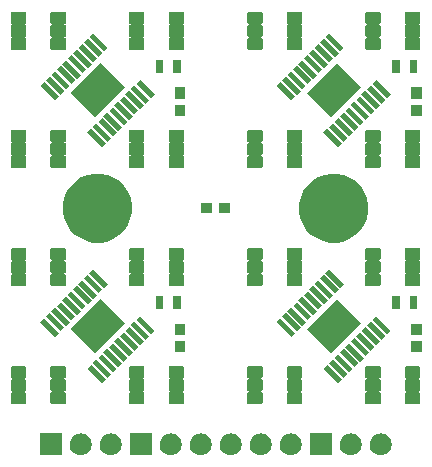
<source format=gts>
%TF.GenerationSoftware,KiCad,Pcbnew,no-vcs-found-3ac87f6~59~ubuntu17.04.1*%
%TF.CreationDate,2017-08-31T22:06:13+02:00*%
%TF.ProjectId,LEDBoard_4x4_16bit,4C4544426F6172645F3478345F313662,3.0.0*%
%TF.SameCoordinates,Original*%
%TF.FileFunction,Soldermask,Top*%
%TF.FilePolarity,Negative*%
%FSLAX46Y46*%
G04 Gerber Fmt 4.6, Leading zero omitted, Abs format (unit mm)*
G04 Created by KiCad (PCBNEW no-vcs-found-3ac87f6~59~ubuntu17.04.1) date Thu Aug 31 22:06:13 2017*
%MOMM*%
%LPD*%
G01*
G04 APERTURE LIST*
%ADD10C,0.100000*%
G04 APERTURE END LIST*
D10*
G36*
X58755949Y-87089409D02*
X58755963Y-87089413D01*
X58755997Y-87089417D01*
X58928452Y-87142801D01*
X59087253Y-87228664D01*
X59226353Y-87343737D01*
X59340452Y-87483637D01*
X59425205Y-87643034D01*
X59477384Y-87815857D01*
X59495000Y-87995524D01*
X59495000Y-88004476D01*
X59494910Y-88017391D01*
X59474787Y-88196794D01*
X59420200Y-88368872D01*
X59333230Y-88527070D01*
X59217189Y-88665363D01*
X59076496Y-88778483D01*
X58916511Y-88862121D01*
X58743328Y-88913092D01*
X58743294Y-88913095D01*
X58743281Y-88913099D01*
X58563544Y-88929456D01*
X58384051Y-88910591D01*
X58384037Y-88910587D01*
X58384003Y-88910583D01*
X58211548Y-88857199D01*
X58052747Y-88771336D01*
X57913647Y-88656263D01*
X57799548Y-88516363D01*
X57714795Y-88356966D01*
X57662616Y-88184143D01*
X57645000Y-88004476D01*
X57645000Y-87995524D01*
X57645090Y-87982609D01*
X57665213Y-87803206D01*
X57719800Y-87631128D01*
X57806770Y-87472930D01*
X57922811Y-87334637D01*
X58063504Y-87221517D01*
X58223489Y-87137879D01*
X58396672Y-87086908D01*
X58396706Y-87086905D01*
X58396719Y-87086901D01*
X58576456Y-87070544D01*
X58755949Y-87089409D01*
X58755949Y-87089409D01*
G37*
G36*
X61295949Y-87089409D02*
X61295963Y-87089413D01*
X61295997Y-87089417D01*
X61468452Y-87142801D01*
X61627253Y-87228664D01*
X61766353Y-87343737D01*
X61880452Y-87483637D01*
X61965205Y-87643034D01*
X62017384Y-87815857D01*
X62035000Y-87995524D01*
X62035000Y-88004476D01*
X62034910Y-88017391D01*
X62014787Y-88196794D01*
X61960200Y-88368872D01*
X61873230Y-88527070D01*
X61757189Y-88665363D01*
X61616496Y-88778483D01*
X61456511Y-88862121D01*
X61283328Y-88913092D01*
X61283294Y-88913095D01*
X61283281Y-88913099D01*
X61103544Y-88929456D01*
X60924051Y-88910591D01*
X60924037Y-88910587D01*
X60924003Y-88910583D01*
X60751548Y-88857199D01*
X60592747Y-88771336D01*
X60453647Y-88656263D01*
X60339548Y-88516363D01*
X60254795Y-88356966D01*
X60202616Y-88184143D01*
X60185000Y-88004476D01*
X60185000Y-87995524D01*
X60185090Y-87982609D01*
X60205213Y-87803206D01*
X60259800Y-87631128D01*
X60346770Y-87472930D01*
X60462811Y-87334637D01*
X60603504Y-87221517D01*
X60763489Y-87137879D01*
X60936672Y-87086908D01*
X60936706Y-87086905D01*
X60936719Y-87086901D01*
X61116456Y-87070544D01*
X61295949Y-87089409D01*
X61295949Y-87089409D01*
G37*
G36*
X73995949Y-87089409D02*
X73995963Y-87089413D01*
X73995997Y-87089417D01*
X74168452Y-87142801D01*
X74327253Y-87228664D01*
X74466353Y-87343737D01*
X74580452Y-87483637D01*
X74665205Y-87643034D01*
X74717384Y-87815857D01*
X74735000Y-87995524D01*
X74735000Y-88004476D01*
X74734910Y-88017391D01*
X74714787Y-88196794D01*
X74660200Y-88368872D01*
X74573230Y-88527070D01*
X74457189Y-88665363D01*
X74316496Y-88778483D01*
X74156511Y-88862121D01*
X73983328Y-88913092D01*
X73983294Y-88913095D01*
X73983281Y-88913099D01*
X73803544Y-88929456D01*
X73624051Y-88910591D01*
X73624037Y-88910587D01*
X73624003Y-88910583D01*
X73451548Y-88857199D01*
X73292747Y-88771336D01*
X73153647Y-88656263D01*
X73039548Y-88516363D01*
X72954795Y-88356966D01*
X72902616Y-88184143D01*
X72885000Y-88004476D01*
X72885000Y-87995524D01*
X72885090Y-87982609D01*
X72905213Y-87803206D01*
X72959800Y-87631128D01*
X73046770Y-87472930D01*
X73162811Y-87334637D01*
X73303504Y-87221517D01*
X73463489Y-87137879D01*
X73636672Y-87086908D01*
X73636706Y-87086905D01*
X73636719Y-87086901D01*
X73816456Y-87070544D01*
X73995949Y-87089409D01*
X73995949Y-87089409D01*
G37*
G36*
X66375949Y-87089409D02*
X66375963Y-87089413D01*
X66375997Y-87089417D01*
X66548452Y-87142801D01*
X66707253Y-87228664D01*
X66846353Y-87343737D01*
X66960452Y-87483637D01*
X67045205Y-87643034D01*
X67097384Y-87815857D01*
X67115000Y-87995524D01*
X67115000Y-88004476D01*
X67114910Y-88017391D01*
X67094787Y-88196794D01*
X67040200Y-88368872D01*
X66953230Y-88527070D01*
X66837189Y-88665363D01*
X66696496Y-88778483D01*
X66536511Y-88862121D01*
X66363328Y-88913092D01*
X66363294Y-88913095D01*
X66363281Y-88913099D01*
X66183544Y-88929456D01*
X66004051Y-88910591D01*
X66004037Y-88910587D01*
X66004003Y-88910583D01*
X65831548Y-88857199D01*
X65672747Y-88771336D01*
X65533647Y-88656263D01*
X65419548Y-88516363D01*
X65334795Y-88356966D01*
X65282616Y-88184143D01*
X65265000Y-88004476D01*
X65265000Y-87995524D01*
X65265090Y-87982609D01*
X65285213Y-87803206D01*
X65339800Y-87631128D01*
X65426770Y-87472930D01*
X65542811Y-87334637D01*
X65683504Y-87221517D01*
X65843489Y-87137879D01*
X66016672Y-87086908D01*
X66016706Y-87086905D01*
X66016719Y-87086901D01*
X66196456Y-87070544D01*
X66375949Y-87089409D01*
X66375949Y-87089409D01*
G37*
G36*
X68915949Y-87089409D02*
X68915963Y-87089413D01*
X68915997Y-87089417D01*
X69088452Y-87142801D01*
X69247253Y-87228664D01*
X69386353Y-87343737D01*
X69500452Y-87483637D01*
X69585205Y-87643034D01*
X69637384Y-87815857D01*
X69655000Y-87995524D01*
X69655000Y-88004476D01*
X69654910Y-88017391D01*
X69634787Y-88196794D01*
X69580200Y-88368872D01*
X69493230Y-88527070D01*
X69377189Y-88665363D01*
X69236496Y-88778483D01*
X69076511Y-88862121D01*
X68903328Y-88913092D01*
X68903294Y-88913095D01*
X68903281Y-88913099D01*
X68723544Y-88929456D01*
X68544051Y-88910591D01*
X68544037Y-88910587D01*
X68544003Y-88910583D01*
X68371548Y-88857199D01*
X68212747Y-88771336D01*
X68073647Y-88656263D01*
X67959548Y-88516363D01*
X67874795Y-88356966D01*
X67822616Y-88184143D01*
X67805000Y-88004476D01*
X67805000Y-87995524D01*
X67805090Y-87982609D01*
X67825213Y-87803206D01*
X67879800Y-87631128D01*
X67966770Y-87472930D01*
X68082811Y-87334637D01*
X68223504Y-87221517D01*
X68383489Y-87137879D01*
X68556672Y-87086908D01*
X68556706Y-87086905D01*
X68556719Y-87086901D01*
X68736456Y-87070544D01*
X68915949Y-87089409D01*
X68915949Y-87089409D01*
G37*
G36*
X76535949Y-87089409D02*
X76535963Y-87089413D01*
X76535997Y-87089417D01*
X76708452Y-87142801D01*
X76867253Y-87228664D01*
X77006353Y-87343737D01*
X77120452Y-87483637D01*
X77205205Y-87643034D01*
X77257384Y-87815857D01*
X77275000Y-87995524D01*
X77275000Y-88004476D01*
X77274910Y-88017391D01*
X77254787Y-88196794D01*
X77200200Y-88368872D01*
X77113230Y-88527070D01*
X76997189Y-88665363D01*
X76856496Y-88778483D01*
X76696511Y-88862121D01*
X76523328Y-88913092D01*
X76523294Y-88913095D01*
X76523281Y-88913099D01*
X76343544Y-88929456D01*
X76164051Y-88910591D01*
X76164037Y-88910587D01*
X76164003Y-88910583D01*
X75991548Y-88857199D01*
X75832747Y-88771336D01*
X75693647Y-88656263D01*
X75579548Y-88516363D01*
X75494795Y-88356966D01*
X75442616Y-88184143D01*
X75425000Y-88004476D01*
X75425000Y-87995524D01*
X75425090Y-87982609D01*
X75445213Y-87803206D01*
X75499800Y-87631128D01*
X75586770Y-87472930D01*
X75702811Y-87334637D01*
X75843504Y-87221517D01*
X76003489Y-87137879D01*
X76176672Y-87086908D01*
X76176706Y-87086905D01*
X76176719Y-87086901D01*
X76356456Y-87070544D01*
X76535949Y-87089409D01*
X76535949Y-87089409D01*
G37*
G36*
X71455949Y-87089409D02*
X71455963Y-87089413D01*
X71455997Y-87089417D01*
X71628452Y-87142801D01*
X71787253Y-87228664D01*
X71926353Y-87343737D01*
X72040452Y-87483637D01*
X72125205Y-87643034D01*
X72177384Y-87815857D01*
X72195000Y-87995524D01*
X72195000Y-88004476D01*
X72194910Y-88017391D01*
X72174787Y-88196794D01*
X72120200Y-88368872D01*
X72033230Y-88527070D01*
X71917189Y-88665363D01*
X71776496Y-88778483D01*
X71616511Y-88862121D01*
X71443328Y-88913092D01*
X71443294Y-88913095D01*
X71443281Y-88913099D01*
X71263544Y-88929456D01*
X71084051Y-88910591D01*
X71084037Y-88910587D01*
X71084003Y-88910583D01*
X70911548Y-88857199D01*
X70752747Y-88771336D01*
X70613647Y-88656263D01*
X70499548Y-88516363D01*
X70414795Y-88356966D01*
X70362616Y-88184143D01*
X70345000Y-88004476D01*
X70345000Y-87995524D01*
X70345090Y-87982609D01*
X70365213Y-87803206D01*
X70419800Y-87631128D01*
X70506770Y-87472930D01*
X70622811Y-87334637D01*
X70763504Y-87221517D01*
X70923489Y-87137879D01*
X71096672Y-87086908D01*
X71096706Y-87086905D01*
X71096719Y-87086901D01*
X71276456Y-87070544D01*
X71455949Y-87089409D01*
X71455949Y-87089409D01*
G37*
G36*
X84155949Y-87089409D02*
X84155963Y-87089413D01*
X84155997Y-87089417D01*
X84328452Y-87142801D01*
X84487253Y-87228664D01*
X84626353Y-87343737D01*
X84740452Y-87483637D01*
X84825205Y-87643034D01*
X84877384Y-87815857D01*
X84895000Y-87995524D01*
X84895000Y-88004476D01*
X84894910Y-88017391D01*
X84874787Y-88196794D01*
X84820200Y-88368872D01*
X84733230Y-88527070D01*
X84617189Y-88665363D01*
X84476496Y-88778483D01*
X84316511Y-88862121D01*
X84143328Y-88913092D01*
X84143294Y-88913095D01*
X84143281Y-88913099D01*
X83963544Y-88929456D01*
X83784051Y-88910591D01*
X83784037Y-88910587D01*
X83784003Y-88910583D01*
X83611548Y-88857199D01*
X83452747Y-88771336D01*
X83313647Y-88656263D01*
X83199548Y-88516363D01*
X83114795Y-88356966D01*
X83062616Y-88184143D01*
X83045000Y-88004476D01*
X83045000Y-87995524D01*
X83045090Y-87982609D01*
X83065213Y-87803206D01*
X83119800Y-87631128D01*
X83206770Y-87472930D01*
X83322811Y-87334637D01*
X83463504Y-87221517D01*
X83623489Y-87137879D01*
X83796672Y-87086908D01*
X83796706Y-87086905D01*
X83796719Y-87086901D01*
X83976456Y-87070544D01*
X84155949Y-87089409D01*
X84155949Y-87089409D01*
G37*
G36*
X81615949Y-87089409D02*
X81615963Y-87089413D01*
X81615997Y-87089417D01*
X81788452Y-87142801D01*
X81947253Y-87228664D01*
X82086353Y-87343737D01*
X82200452Y-87483637D01*
X82285205Y-87643034D01*
X82337384Y-87815857D01*
X82355000Y-87995524D01*
X82355000Y-88004476D01*
X82354910Y-88017391D01*
X82334787Y-88196794D01*
X82280200Y-88368872D01*
X82193230Y-88527070D01*
X82077189Y-88665363D01*
X81936496Y-88778483D01*
X81776511Y-88862121D01*
X81603328Y-88913092D01*
X81603294Y-88913095D01*
X81603281Y-88913099D01*
X81423544Y-88929456D01*
X81244051Y-88910591D01*
X81244037Y-88910587D01*
X81244003Y-88910583D01*
X81071548Y-88857199D01*
X80912747Y-88771336D01*
X80773647Y-88656263D01*
X80659548Y-88516363D01*
X80574795Y-88356966D01*
X80522616Y-88184143D01*
X80505000Y-88004476D01*
X80505000Y-87995524D01*
X80505090Y-87982609D01*
X80525213Y-87803206D01*
X80579800Y-87631128D01*
X80666770Y-87472930D01*
X80782811Y-87334637D01*
X80923504Y-87221517D01*
X81083489Y-87137879D01*
X81256672Y-87086908D01*
X81256706Y-87086905D01*
X81256719Y-87086901D01*
X81436456Y-87070544D01*
X81615949Y-87089409D01*
X81615949Y-87089409D01*
G37*
G36*
X64575000Y-88925000D02*
X62725000Y-88925000D01*
X62725000Y-87075000D01*
X64575000Y-87075000D01*
X64575000Y-88925000D01*
X64575000Y-88925000D01*
G37*
G36*
X56955000Y-88925000D02*
X55105000Y-88925000D01*
X55105000Y-87075000D01*
X56955000Y-87075000D01*
X56955000Y-88925000D01*
X56955000Y-88925000D01*
G37*
G36*
X79815000Y-88925000D02*
X77965000Y-88925000D01*
X77965000Y-87075000D01*
X79815000Y-87075000D01*
X79815000Y-88925000D01*
X79815000Y-88925000D01*
G37*
G36*
X53875341Y-81396370D02*
X53881474Y-81396974D01*
X53904527Y-81403967D01*
X53904529Y-81403968D01*
X53925771Y-81415322D01*
X53944395Y-81430605D01*
X53959678Y-81449229D01*
X53971032Y-81470471D01*
X53978026Y-81493527D01*
X53980629Y-81519954D01*
X53980629Y-82280046D01*
X53978026Y-82306473D01*
X53971032Y-82329529D01*
X53959678Y-82350771D01*
X53944395Y-82369395D01*
X53925771Y-82384678D01*
X53904529Y-82396032D01*
X53904527Y-82396033D01*
X53884348Y-82402154D01*
X53875295Y-82405904D01*
X53867145Y-82411349D01*
X53860214Y-82418280D01*
X53854769Y-82426430D01*
X53851018Y-82435486D01*
X53849106Y-82445099D01*
X53849106Y-82454901D01*
X53851018Y-82464514D01*
X53854769Y-82473570D01*
X53860214Y-82481720D01*
X53867145Y-82488651D01*
X53875295Y-82494096D01*
X53884348Y-82497846D01*
X53904527Y-82503967D01*
X53904529Y-82503968D01*
X53925771Y-82515322D01*
X53944395Y-82530605D01*
X53959678Y-82549229D01*
X53971032Y-82570471D01*
X53978026Y-82593527D01*
X53980629Y-82619954D01*
X53980629Y-83380046D01*
X53978026Y-83406473D01*
X53971032Y-83429529D01*
X53959678Y-83450771D01*
X53944395Y-83469395D01*
X53925771Y-83484678D01*
X53904529Y-83496032D01*
X53904527Y-83496033D01*
X53884348Y-83502154D01*
X53875295Y-83505904D01*
X53867145Y-83511349D01*
X53860214Y-83518280D01*
X53854769Y-83526430D01*
X53851018Y-83535486D01*
X53849106Y-83545099D01*
X53849106Y-83554901D01*
X53851018Y-83564514D01*
X53854769Y-83573570D01*
X53860214Y-83581720D01*
X53867145Y-83588651D01*
X53875295Y-83594096D01*
X53884348Y-83597846D01*
X53904527Y-83603967D01*
X53904529Y-83603968D01*
X53925771Y-83615322D01*
X53944395Y-83630605D01*
X53959678Y-83649229D01*
X53971032Y-83670471D01*
X53978026Y-83693527D01*
X53980629Y-83719954D01*
X53980629Y-84480046D01*
X53978026Y-84506473D01*
X53971032Y-84529529D01*
X53959678Y-84550771D01*
X53944395Y-84569395D01*
X53925771Y-84584678D01*
X53904529Y-84596032D01*
X53904527Y-84596033D01*
X53881474Y-84603026D01*
X53875341Y-84603630D01*
X53855046Y-84605629D01*
X52794954Y-84605629D01*
X52774659Y-84603630D01*
X52768526Y-84603026D01*
X52745473Y-84596033D01*
X52745471Y-84596032D01*
X52724229Y-84584678D01*
X52705605Y-84569395D01*
X52690322Y-84550771D01*
X52678968Y-84529529D01*
X52671974Y-84506473D01*
X52669371Y-84480046D01*
X52669371Y-83719954D01*
X52671974Y-83693527D01*
X52678968Y-83670471D01*
X52690322Y-83649229D01*
X52705605Y-83630605D01*
X52724229Y-83615322D01*
X52745471Y-83603968D01*
X52745473Y-83603967D01*
X52765652Y-83597846D01*
X52774705Y-83594096D01*
X52782855Y-83588651D01*
X52789786Y-83581720D01*
X52795231Y-83573570D01*
X52798982Y-83564514D01*
X52800894Y-83554901D01*
X52800894Y-83545099D01*
X52798982Y-83535486D01*
X52795231Y-83526430D01*
X52789786Y-83518280D01*
X52782855Y-83511349D01*
X52774705Y-83505904D01*
X52765652Y-83502154D01*
X52745473Y-83496033D01*
X52745471Y-83496032D01*
X52724229Y-83484678D01*
X52705605Y-83469395D01*
X52690322Y-83450771D01*
X52678968Y-83429529D01*
X52671974Y-83406473D01*
X52669371Y-83380046D01*
X52669371Y-82619954D01*
X52671974Y-82593527D01*
X52678968Y-82570471D01*
X52690322Y-82549229D01*
X52705605Y-82530605D01*
X52724229Y-82515322D01*
X52745471Y-82503968D01*
X52745473Y-82503967D01*
X52765652Y-82497846D01*
X52774705Y-82494096D01*
X52782855Y-82488651D01*
X52789786Y-82481720D01*
X52795231Y-82473570D01*
X52798982Y-82464514D01*
X52800894Y-82454901D01*
X52800894Y-82445099D01*
X52798982Y-82435486D01*
X52795231Y-82426430D01*
X52789786Y-82418280D01*
X52782855Y-82411349D01*
X52774705Y-82405904D01*
X52765652Y-82402154D01*
X52745473Y-82396033D01*
X52745471Y-82396032D01*
X52724229Y-82384678D01*
X52705605Y-82369395D01*
X52690322Y-82350771D01*
X52678968Y-82329529D01*
X52671974Y-82306473D01*
X52669371Y-82280046D01*
X52669371Y-81519954D01*
X52671974Y-81493527D01*
X52678968Y-81470471D01*
X52690322Y-81449229D01*
X52705605Y-81430605D01*
X52724229Y-81415322D01*
X52745471Y-81403968D01*
X52745473Y-81403967D01*
X52768526Y-81396974D01*
X52774659Y-81396370D01*
X52794954Y-81394371D01*
X53855046Y-81394371D01*
X53875341Y-81396370D01*
X53875341Y-81396370D01*
G37*
G36*
X57225341Y-81396370D02*
X57231474Y-81396974D01*
X57254527Y-81403967D01*
X57254529Y-81403968D01*
X57275771Y-81415322D01*
X57294395Y-81430605D01*
X57309678Y-81449229D01*
X57321032Y-81470471D01*
X57328026Y-81493527D01*
X57330629Y-81519954D01*
X57330629Y-82280046D01*
X57328026Y-82306473D01*
X57321032Y-82329529D01*
X57309678Y-82350771D01*
X57294395Y-82369395D01*
X57275771Y-82384678D01*
X57254529Y-82396032D01*
X57254527Y-82396033D01*
X57234348Y-82402154D01*
X57225295Y-82405904D01*
X57217145Y-82411349D01*
X57210214Y-82418280D01*
X57204769Y-82426430D01*
X57201018Y-82435486D01*
X57199106Y-82445099D01*
X57199106Y-82454901D01*
X57201018Y-82464514D01*
X57204769Y-82473570D01*
X57210214Y-82481720D01*
X57217145Y-82488651D01*
X57225295Y-82494096D01*
X57234348Y-82497846D01*
X57254527Y-82503967D01*
X57254529Y-82503968D01*
X57275771Y-82515322D01*
X57294395Y-82530605D01*
X57309678Y-82549229D01*
X57321032Y-82570471D01*
X57328026Y-82593527D01*
X57330629Y-82619954D01*
X57330629Y-83380046D01*
X57328026Y-83406473D01*
X57321032Y-83429529D01*
X57309678Y-83450771D01*
X57294395Y-83469395D01*
X57275771Y-83484678D01*
X57254529Y-83496032D01*
X57254527Y-83496033D01*
X57234348Y-83502154D01*
X57225295Y-83505904D01*
X57217145Y-83511349D01*
X57210214Y-83518280D01*
X57204769Y-83526430D01*
X57201018Y-83535486D01*
X57199106Y-83545099D01*
X57199106Y-83554901D01*
X57201018Y-83564514D01*
X57204769Y-83573570D01*
X57210214Y-83581720D01*
X57217145Y-83588651D01*
X57225295Y-83594096D01*
X57234348Y-83597846D01*
X57254527Y-83603967D01*
X57254529Y-83603968D01*
X57275771Y-83615322D01*
X57294395Y-83630605D01*
X57309678Y-83649229D01*
X57321032Y-83670471D01*
X57328026Y-83693527D01*
X57330629Y-83719954D01*
X57330629Y-84480046D01*
X57328026Y-84506473D01*
X57321032Y-84529529D01*
X57309678Y-84550771D01*
X57294395Y-84569395D01*
X57275771Y-84584678D01*
X57254529Y-84596032D01*
X57254527Y-84596033D01*
X57231474Y-84603026D01*
X57225341Y-84603630D01*
X57205046Y-84605629D01*
X56144954Y-84605629D01*
X56124659Y-84603630D01*
X56118526Y-84603026D01*
X56095473Y-84596033D01*
X56095471Y-84596032D01*
X56074229Y-84584678D01*
X56055605Y-84569395D01*
X56040322Y-84550771D01*
X56028968Y-84529529D01*
X56021974Y-84506473D01*
X56019371Y-84480046D01*
X56019371Y-83719954D01*
X56021974Y-83693527D01*
X56028968Y-83670471D01*
X56040322Y-83649229D01*
X56055605Y-83630605D01*
X56074229Y-83615322D01*
X56095471Y-83603968D01*
X56095473Y-83603967D01*
X56115652Y-83597846D01*
X56124705Y-83594096D01*
X56132855Y-83588651D01*
X56139786Y-83581720D01*
X56145231Y-83573570D01*
X56148982Y-83564514D01*
X56150894Y-83554901D01*
X56150894Y-83545099D01*
X56148982Y-83535486D01*
X56145231Y-83526430D01*
X56139786Y-83518280D01*
X56132855Y-83511349D01*
X56124705Y-83505904D01*
X56115652Y-83502154D01*
X56095473Y-83496033D01*
X56095471Y-83496032D01*
X56074229Y-83484678D01*
X56055605Y-83469395D01*
X56040322Y-83450771D01*
X56028968Y-83429529D01*
X56021974Y-83406473D01*
X56019371Y-83380046D01*
X56019371Y-82619954D01*
X56021974Y-82593527D01*
X56028968Y-82570471D01*
X56040322Y-82549229D01*
X56055605Y-82530605D01*
X56074229Y-82515322D01*
X56095471Y-82503968D01*
X56095473Y-82503967D01*
X56115652Y-82497846D01*
X56124705Y-82494096D01*
X56132855Y-82488651D01*
X56139786Y-82481720D01*
X56145231Y-82473570D01*
X56148982Y-82464514D01*
X56150894Y-82454901D01*
X56150894Y-82445099D01*
X56148982Y-82435486D01*
X56145231Y-82426430D01*
X56139786Y-82418280D01*
X56132855Y-82411349D01*
X56124705Y-82405904D01*
X56115652Y-82402154D01*
X56095473Y-82396033D01*
X56095471Y-82396032D01*
X56074229Y-82384678D01*
X56055605Y-82369395D01*
X56040322Y-82350771D01*
X56028968Y-82329529D01*
X56021974Y-82306473D01*
X56019371Y-82280046D01*
X56019371Y-81519954D01*
X56021974Y-81493527D01*
X56028968Y-81470471D01*
X56040322Y-81449229D01*
X56055605Y-81430605D01*
X56074229Y-81415322D01*
X56095471Y-81403968D01*
X56095473Y-81403967D01*
X56118526Y-81396974D01*
X56124659Y-81396370D01*
X56144954Y-81394371D01*
X57205046Y-81394371D01*
X57225341Y-81396370D01*
X57225341Y-81396370D01*
G37*
G36*
X63875341Y-81396370D02*
X63881474Y-81396974D01*
X63904527Y-81403967D01*
X63904529Y-81403968D01*
X63925771Y-81415322D01*
X63944395Y-81430605D01*
X63959678Y-81449229D01*
X63971032Y-81470471D01*
X63978026Y-81493527D01*
X63980629Y-81519954D01*
X63980629Y-82280046D01*
X63978026Y-82306473D01*
X63971032Y-82329529D01*
X63959678Y-82350771D01*
X63944395Y-82369395D01*
X63925771Y-82384678D01*
X63904529Y-82396032D01*
X63904527Y-82396033D01*
X63884348Y-82402154D01*
X63875295Y-82405904D01*
X63867145Y-82411349D01*
X63860214Y-82418280D01*
X63854769Y-82426430D01*
X63851018Y-82435486D01*
X63849106Y-82445099D01*
X63849106Y-82454901D01*
X63851018Y-82464514D01*
X63854769Y-82473570D01*
X63860214Y-82481720D01*
X63867145Y-82488651D01*
X63875295Y-82494096D01*
X63884348Y-82497846D01*
X63904527Y-82503967D01*
X63904529Y-82503968D01*
X63925771Y-82515322D01*
X63944395Y-82530605D01*
X63959678Y-82549229D01*
X63971032Y-82570471D01*
X63978026Y-82593527D01*
X63980629Y-82619954D01*
X63980629Y-83380046D01*
X63978026Y-83406473D01*
X63971032Y-83429529D01*
X63959678Y-83450771D01*
X63944395Y-83469395D01*
X63925771Y-83484678D01*
X63904529Y-83496032D01*
X63904527Y-83496033D01*
X63884348Y-83502154D01*
X63875295Y-83505904D01*
X63867145Y-83511349D01*
X63860214Y-83518280D01*
X63854769Y-83526430D01*
X63851018Y-83535486D01*
X63849106Y-83545099D01*
X63849106Y-83554901D01*
X63851018Y-83564514D01*
X63854769Y-83573570D01*
X63860214Y-83581720D01*
X63867145Y-83588651D01*
X63875295Y-83594096D01*
X63884348Y-83597846D01*
X63904527Y-83603967D01*
X63904529Y-83603968D01*
X63925771Y-83615322D01*
X63944395Y-83630605D01*
X63959678Y-83649229D01*
X63971032Y-83670471D01*
X63978026Y-83693527D01*
X63980629Y-83719954D01*
X63980629Y-84480046D01*
X63978026Y-84506473D01*
X63971032Y-84529529D01*
X63959678Y-84550771D01*
X63944395Y-84569395D01*
X63925771Y-84584678D01*
X63904529Y-84596032D01*
X63904527Y-84596033D01*
X63881474Y-84603026D01*
X63875341Y-84603630D01*
X63855046Y-84605629D01*
X62794954Y-84605629D01*
X62774659Y-84603630D01*
X62768526Y-84603026D01*
X62745473Y-84596033D01*
X62745471Y-84596032D01*
X62724229Y-84584678D01*
X62705605Y-84569395D01*
X62690322Y-84550771D01*
X62678968Y-84529529D01*
X62671974Y-84506473D01*
X62669371Y-84480046D01*
X62669371Y-83719954D01*
X62671974Y-83693527D01*
X62678968Y-83670471D01*
X62690322Y-83649229D01*
X62705605Y-83630605D01*
X62724229Y-83615322D01*
X62745471Y-83603968D01*
X62745473Y-83603967D01*
X62765652Y-83597846D01*
X62774705Y-83594096D01*
X62782855Y-83588651D01*
X62789786Y-83581720D01*
X62795231Y-83573570D01*
X62798982Y-83564514D01*
X62800894Y-83554901D01*
X62800894Y-83545099D01*
X62798982Y-83535486D01*
X62795231Y-83526430D01*
X62789786Y-83518280D01*
X62782855Y-83511349D01*
X62774705Y-83505904D01*
X62765652Y-83502154D01*
X62745473Y-83496033D01*
X62745471Y-83496032D01*
X62724229Y-83484678D01*
X62705605Y-83469395D01*
X62690322Y-83450771D01*
X62678968Y-83429529D01*
X62671974Y-83406473D01*
X62669371Y-83380046D01*
X62669371Y-82619954D01*
X62671974Y-82593527D01*
X62678968Y-82570471D01*
X62690322Y-82549229D01*
X62705605Y-82530605D01*
X62724229Y-82515322D01*
X62745471Y-82503968D01*
X62745473Y-82503967D01*
X62765652Y-82497846D01*
X62774705Y-82494096D01*
X62782855Y-82488651D01*
X62789786Y-82481720D01*
X62795231Y-82473570D01*
X62798982Y-82464514D01*
X62800894Y-82454901D01*
X62800894Y-82445099D01*
X62798982Y-82435486D01*
X62795231Y-82426430D01*
X62789786Y-82418280D01*
X62782855Y-82411349D01*
X62774705Y-82405904D01*
X62765652Y-82402154D01*
X62745473Y-82396033D01*
X62745471Y-82396032D01*
X62724229Y-82384678D01*
X62705605Y-82369395D01*
X62690322Y-82350771D01*
X62678968Y-82329529D01*
X62671974Y-82306473D01*
X62669371Y-82280046D01*
X62669371Y-81519954D01*
X62671974Y-81493527D01*
X62678968Y-81470471D01*
X62690322Y-81449229D01*
X62705605Y-81430605D01*
X62724229Y-81415322D01*
X62745471Y-81403968D01*
X62745473Y-81403967D01*
X62768526Y-81396974D01*
X62774659Y-81396370D01*
X62794954Y-81394371D01*
X63855046Y-81394371D01*
X63875341Y-81396370D01*
X63875341Y-81396370D01*
G37*
G36*
X67225341Y-81396370D02*
X67231474Y-81396974D01*
X67254527Y-81403967D01*
X67254529Y-81403968D01*
X67275771Y-81415322D01*
X67294395Y-81430605D01*
X67309678Y-81449229D01*
X67321032Y-81470471D01*
X67328026Y-81493527D01*
X67330629Y-81519954D01*
X67330629Y-82280046D01*
X67328026Y-82306473D01*
X67321032Y-82329529D01*
X67309678Y-82350771D01*
X67294395Y-82369395D01*
X67275771Y-82384678D01*
X67254529Y-82396032D01*
X67254527Y-82396033D01*
X67234348Y-82402154D01*
X67225295Y-82405904D01*
X67217145Y-82411349D01*
X67210214Y-82418280D01*
X67204769Y-82426430D01*
X67201018Y-82435486D01*
X67199106Y-82445099D01*
X67199106Y-82454901D01*
X67201018Y-82464514D01*
X67204769Y-82473570D01*
X67210214Y-82481720D01*
X67217145Y-82488651D01*
X67225295Y-82494096D01*
X67234348Y-82497846D01*
X67254527Y-82503967D01*
X67254529Y-82503968D01*
X67275771Y-82515322D01*
X67294395Y-82530605D01*
X67309678Y-82549229D01*
X67321032Y-82570471D01*
X67328026Y-82593527D01*
X67330629Y-82619954D01*
X67330629Y-83380046D01*
X67328026Y-83406473D01*
X67321032Y-83429529D01*
X67309678Y-83450771D01*
X67294395Y-83469395D01*
X67275771Y-83484678D01*
X67254529Y-83496032D01*
X67254527Y-83496033D01*
X67234348Y-83502154D01*
X67225295Y-83505904D01*
X67217145Y-83511349D01*
X67210214Y-83518280D01*
X67204769Y-83526430D01*
X67201018Y-83535486D01*
X67199106Y-83545099D01*
X67199106Y-83554901D01*
X67201018Y-83564514D01*
X67204769Y-83573570D01*
X67210214Y-83581720D01*
X67217145Y-83588651D01*
X67225295Y-83594096D01*
X67234348Y-83597846D01*
X67254527Y-83603967D01*
X67254529Y-83603968D01*
X67275771Y-83615322D01*
X67294395Y-83630605D01*
X67309678Y-83649229D01*
X67321032Y-83670471D01*
X67328026Y-83693527D01*
X67330629Y-83719954D01*
X67330629Y-84480046D01*
X67328026Y-84506473D01*
X67321032Y-84529529D01*
X67309678Y-84550771D01*
X67294395Y-84569395D01*
X67275771Y-84584678D01*
X67254529Y-84596032D01*
X67254527Y-84596033D01*
X67231474Y-84603026D01*
X67225341Y-84603630D01*
X67205046Y-84605629D01*
X66144954Y-84605629D01*
X66124659Y-84603630D01*
X66118526Y-84603026D01*
X66095473Y-84596033D01*
X66095471Y-84596032D01*
X66074229Y-84584678D01*
X66055605Y-84569395D01*
X66040322Y-84550771D01*
X66028968Y-84529529D01*
X66021974Y-84506473D01*
X66019371Y-84480046D01*
X66019371Y-83719954D01*
X66021974Y-83693527D01*
X66028968Y-83670471D01*
X66040322Y-83649229D01*
X66055605Y-83630605D01*
X66074229Y-83615322D01*
X66095471Y-83603968D01*
X66095473Y-83603967D01*
X66115652Y-83597846D01*
X66124705Y-83594096D01*
X66132855Y-83588651D01*
X66139786Y-83581720D01*
X66145231Y-83573570D01*
X66148982Y-83564514D01*
X66150894Y-83554901D01*
X66150894Y-83545099D01*
X66148982Y-83535486D01*
X66145231Y-83526430D01*
X66139786Y-83518280D01*
X66132855Y-83511349D01*
X66124705Y-83505904D01*
X66115652Y-83502154D01*
X66095473Y-83496033D01*
X66095471Y-83496032D01*
X66074229Y-83484678D01*
X66055605Y-83469395D01*
X66040322Y-83450771D01*
X66028968Y-83429529D01*
X66021974Y-83406473D01*
X66019371Y-83380046D01*
X66019371Y-82619954D01*
X66021974Y-82593527D01*
X66028968Y-82570471D01*
X66040322Y-82549229D01*
X66055605Y-82530605D01*
X66074229Y-82515322D01*
X66095471Y-82503968D01*
X66095473Y-82503967D01*
X66115652Y-82497846D01*
X66124705Y-82494096D01*
X66132855Y-82488651D01*
X66139786Y-82481720D01*
X66145231Y-82473570D01*
X66148982Y-82464514D01*
X66150894Y-82454901D01*
X66150894Y-82445099D01*
X66148982Y-82435486D01*
X66145231Y-82426430D01*
X66139786Y-82418280D01*
X66132855Y-82411349D01*
X66124705Y-82405904D01*
X66115652Y-82402154D01*
X66095473Y-82396033D01*
X66095471Y-82396032D01*
X66074229Y-82384678D01*
X66055605Y-82369395D01*
X66040322Y-82350771D01*
X66028968Y-82329529D01*
X66021974Y-82306473D01*
X66019371Y-82280046D01*
X66019371Y-81519954D01*
X66021974Y-81493527D01*
X66028968Y-81470471D01*
X66040322Y-81449229D01*
X66055605Y-81430605D01*
X66074229Y-81415322D01*
X66095471Y-81403968D01*
X66095473Y-81403967D01*
X66118526Y-81396974D01*
X66124659Y-81396370D01*
X66144954Y-81394371D01*
X67205046Y-81394371D01*
X67225341Y-81396370D01*
X67225341Y-81396370D01*
G37*
G36*
X73875341Y-81396370D02*
X73881474Y-81396974D01*
X73904527Y-81403967D01*
X73904529Y-81403968D01*
X73925771Y-81415322D01*
X73944395Y-81430605D01*
X73959678Y-81449229D01*
X73971032Y-81470471D01*
X73978026Y-81493527D01*
X73980629Y-81519954D01*
X73980629Y-82280046D01*
X73978026Y-82306473D01*
X73971032Y-82329529D01*
X73959678Y-82350771D01*
X73944395Y-82369395D01*
X73925771Y-82384678D01*
X73904529Y-82396032D01*
X73904527Y-82396033D01*
X73884348Y-82402154D01*
X73875295Y-82405904D01*
X73867145Y-82411349D01*
X73860214Y-82418280D01*
X73854769Y-82426430D01*
X73851018Y-82435486D01*
X73849106Y-82445099D01*
X73849106Y-82454901D01*
X73851018Y-82464514D01*
X73854769Y-82473570D01*
X73860214Y-82481720D01*
X73867145Y-82488651D01*
X73875295Y-82494096D01*
X73884348Y-82497846D01*
X73904527Y-82503967D01*
X73904529Y-82503968D01*
X73925771Y-82515322D01*
X73944395Y-82530605D01*
X73959678Y-82549229D01*
X73971032Y-82570471D01*
X73978026Y-82593527D01*
X73980629Y-82619954D01*
X73980629Y-83380046D01*
X73978026Y-83406473D01*
X73971032Y-83429529D01*
X73959678Y-83450771D01*
X73944395Y-83469395D01*
X73925771Y-83484678D01*
X73904529Y-83496032D01*
X73904527Y-83496033D01*
X73884348Y-83502154D01*
X73875295Y-83505904D01*
X73867145Y-83511349D01*
X73860214Y-83518280D01*
X73854769Y-83526430D01*
X73851018Y-83535486D01*
X73849106Y-83545099D01*
X73849106Y-83554901D01*
X73851018Y-83564514D01*
X73854769Y-83573570D01*
X73860214Y-83581720D01*
X73867145Y-83588651D01*
X73875295Y-83594096D01*
X73884348Y-83597846D01*
X73904527Y-83603967D01*
X73904529Y-83603968D01*
X73925771Y-83615322D01*
X73944395Y-83630605D01*
X73959678Y-83649229D01*
X73971032Y-83670471D01*
X73978026Y-83693527D01*
X73980629Y-83719954D01*
X73980629Y-84480046D01*
X73978026Y-84506473D01*
X73971032Y-84529529D01*
X73959678Y-84550771D01*
X73944395Y-84569395D01*
X73925771Y-84584678D01*
X73904529Y-84596032D01*
X73904527Y-84596033D01*
X73881474Y-84603026D01*
X73875341Y-84603630D01*
X73855046Y-84605629D01*
X72794954Y-84605629D01*
X72774659Y-84603630D01*
X72768526Y-84603026D01*
X72745473Y-84596033D01*
X72745471Y-84596032D01*
X72724229Y-84584678D01*
X72705605Y-84569395D01*
X72690322Y-84550771D01*
X72678968Y-84529529D01*
X72671974Y-84506473D01*
X72669371Y-84480046D01*
X72669371Y-83719954D01*
X72671974Y-83693527D01*
X72678968Y-83670471D01*
X72690322Y-83649229D01*
X72705605Y-83630605D01*
X72724229Y-83615322D01*
X72745471Y-83603968D01*
X72745473Y-83603967D01*
X72765652Y-83597846D01*
X72774705Y-83594096D01*
X72782855Y-83588651D01*
X72789786Y-83581720D01*
X72795231Y-83573570D01*
X72798982Y-83564514D01*
X72800894Y-83554901D01*
X72800894Y-83545099D01*
X72798982Y-83535486D01*
X72795231Y-83526430D01*
X72789786Y-83518280D01*
X72782855Y-83511349D01*
X72774705Y-83505904D01*
X72765652Y-83502154D01*
X72745473Y-83496033D01*
X72745471Y-83496032D01*
X72724229Y-83484678D01*
X72705605Y-83469395D01*
X72690322Y-83450771D01*
X72678968Y-83429529D01*
X72671974Y-83406473D01*
X72669371Y-83380046D01*
X72669371Y-82619954D01*
X72671974Y-82593527D01*
X72678968Y-82570471D01*
X72690322Y-82549229D01*
X72705605Y-82530605D01*
X72724229Y-82515322D01*
X72745471Y-82503968D01*
X72745473Y-82503967D01*
X72765652Y-82497846D01*
X72774705Y-82494096D01*
X72782855Y-82488651D01*
X72789786Y-82481720D01*
X72795231Y-82473570D01*
X72798982Y-82464514D01*
X72800894Y-82454901D01*
X72800894Y-82445099D01*
X72798982Y-82435486D01*
X72795231Y-82426430D01*
X72789786Y-82418280D01*
X72782855Y-82411349D01*
X72774705Y-82405904D01*
X72765652Y-82402154D01*
X72745473Y-82396033D01*
X72745471Y-82396032D01*
X72724229Y-82384678D01*
X72705605Y-82369395D01*
X72690322Y-82350771D01*
X72678968Y-82329529D01*
X72671974Y-82306473D01*
X72669371Y-82280046D01*
X72669371Y-81519954D01*
X72671974Y-81493527D01*
X72678968Y-81470471D01*
X72690322Y-81449229D01*
X72705605Y-81430605D01*
X72724229Y-81415322D01*
X72745471Y-81403968D01*
X72745473Y-81403967D01*
X72768526Y-81396974D01*
X72774659Y-81396370D01*
X72794954Y-81394371D01*
X73855046Y-81394371D01*
X73875341Y-81396370D01*
X73875341Y-81396370D01*
G37*
G36*
X77225341Y-81396370D02*
X77231474Y-81396974D01*
X77254527Y-81403967D01*
X77254529Y-81403968D01*
X77275771Y-81415322D01*
X77294395Y-81430605D01*
X77309678Y-81449229D01*
X77321032Y-81470471D01*
X77328026Y-81493527D01*
X77330629Y-81519954D01*
X77330629Y-82280046D01*
X77328026Y-82306473D01*
X77321032Y-82329529D01*
X77309678Y-82350771D01*
X77294395Y-82369395D01*
X77275771Y-82384678D01*
X77254529Y-82396032D01*
X77254527Y-82396033D01*
X77234348Y-82402154D01*
X77225295Y-82405904D01*
X77217145Y-82411349D01*
X77210214Y-82418280D01*
X77204769Y-82426430D01*
X77201018Y-82435486D01*
X77199106Y-82445099D01*
X77199106Y-82454901D01*
X77201018Y-82464514D01*
X77204769Y-82473570D01*
X77210214Y-82481720D01*
X77217145Y-82488651D01*
X77225295Y-82494096D01*
X77234348Y-82497846D01*
X77254527Y-82503967D01*
X77254529Y-82503968D01*
X77275771Y-82515322D01*
X77294395Y-82530605D01*
X77309678Y-82549229D01*
X77321032Y-82570471D01*
X77328026Y-82593527D01*
X77330629Y-82619954D01*
X77330629Y-83380046D01*
X77328026Y-83406473D01*
X77321032Y-83429529D01*
X77309678Y-83450771D01*
X77294395Y-83469395D01*
X77275771Y-83484678D01*
X77254529Y-83496032D01*
X77254527Y-83496033D01*
X77234348Y-83502154D01*
X77225295Y-83505904D01*
X77217145Y-83511349D01*
X77210214Y-83518280D01*
X77204769Y-83526430D01*
X77201018Y-83535486D01*
X77199106Y-83545099D01*
X77199106Y-83554901D01*
X77201018Y-83564514D01*
X77204769Y-83573570D01*
X77210214Y-83581720D01*
X77217145Y-83588651D01*
X77225295Y-83594096D01*
X77234348Y-83597846D01*
X77254527Y-83603967D01*
X77254529Y-83603968D01*
X77275771Y-83615322D01*
X77294395Y-83630605D01*
X77309678Y-83649229D01*
X77321032Y-83670471D01*
X77328026Y-83693527D01*
X77330629Y-83719954D01*
X77330629Y-84480046D01*
X77328026Y-84506473D01*
X77321032Y-84529529D01*
X77309678Y-84550771D01*
X77294395Y-84569395D01*
X77275771Y-84584678D01*
X77254529Y-84596032D01*
X77254527Y-84596033D01*
X77231474Y-84603026D01*
X77225341Y-84603630D01*
X77205046Y-84605629D01*
X76144954Y-84605629D01*
X76124659Y-84603630D01*
X76118526Y-84603026D01*
X76095473Y-84596033D01*
X76095471Y-84596032D01*
X76074229Y-84584678D01*
X76055605Y-84569395D01*
X76040322Y-84550771D01*
X76028968Y-84529529D01*
X76021974Y-84506473D01*
X76019371Y-84480046D01*
X76019371Y-83719954D01*
X76021974Y-83693527D01*
X76028968Y-83670471D01*
X76040322Y-83649229D01*
X76055605Y-83630605D01*
X76074229Y-83615322D01*
X76095471Y-83603968D01*
X76095473Y-83603967D01*
X76115652Y-83597846D01*
X76124705Y-83594096D01*
X76132855Y-83588651D01*
X76139786Y-83581720D01*
X76145231Y-83573570D01*
X76148982Y-83564514D01*
X76150894Y-83554901D01*
X76150894Y-83545099D01*
X76148982Y-83535486D01*
X76145231Y-83526430D01*
X76139786Y-83518280D01*
X76132855Y-83511349D01*
X76124705Y-83505904D01*
X76115652Y-83502154D01*
X76095473Y-83496033D01*
X76095471Y-83496032D01*
X76074229Y-83484678D01*
X76055605Y-83469395D01*
X76040322Y-83450771D01*
X76028968Y-83429529D01*
X76021974Y-83406473D01*
X76019371Y-83380046D01*
X76019371Y-82619954D01*
X76021974Y-82593527D01*
X76028968Y-82570471D01*
X76040322Y-82549229D01*
X76055605Y-82530605D01*
X76074229Y-82515322D01*
X76095471Y-82503968D01*
X76095473Y-82503967D01*
X76115652Y-82497846D01*
X76124705Y-82494096D01*
X76132855Y-82488651D01*
X76139786Y-82481720D01*
X76145231Y-82473570D01*
X76148982Y-82464514D01*
X76150894Y-82454901D01*
X76150894Y-82445099D01*
X76148982Y-82435486D01*
X76145231Y-82426430D01*
X76139786Y-82418280D01*
X76132855Y-82411349D01*
X76124705Y-82405904D01*
X76115652Y-82402154D01*
X76095473Y-82396033D01*
X76095471Y-82396032D01*
X76074229Y-82384678D01*
X76055605Y-82369395D01*
X76040322Y-82350771D01*
X76028968Y-82329529D01*
X76021974Y-82306473D01*
X76019371Y-82280046D01*
X76019371Y-81519954D01*
X76021974Y-81493527D01*
X76028968Y-81470471D01*
X76040322Y-81449229D01*
X76055605Y-81430605D01*
X76074229Y-81415322D01*
X76095471Y-81403968D01*
X76095473Y-81403967D01*
X76118526Y-81396974D01*
X76124659Y-81396370D01*
X76144954Y-81394371D01*
X77205046Y-81394371D01*
X77225341Y-81396370D01*
X77225341Y-81396370D01*
G37*
G36*
X83875341Y-81396370D02*
X83881474Y-81396974D01*
X83904527Y-81403967D01*
X83904529Y-81403968D01*
X83925771Y-81415322D01*
X83944395Y-81430605D01*
X83959678Y-81449229D01*
X83971032Y-81470471D01*
X83978026Y-81493527D01*
X83980629Y-81519954D01*
X83980629Y-82280046D01*
X83978026Y-82306473D01*
X83971032Y-82329529D01*
X83959678Y-82350771D01*
X83944395Y-82369395D01*
X83925771Y-82384678D01*
X83904529Y-82396032D01*
X83904527Y-82396033D01*
X83884348Y-82402154D01*
X83875295Y-82405904D01*
X83867145Y-82411349D01*
X83860214Y-82418280D01*
X83854769Y-82426430D01*
X83851018Y-82435486D01*
X83849106Y-82445099D01*
X83849106Y-82454901D01*
X83851018Y-82464514D01*
X83854769Y-82473570D01*
X83860214Y-82481720D01*
X83867145Y-82488651D01*
X83875295Y-82494096D01*
X83884348Y-82497846D01*
X83904527Y-82503967D01*
X83904529Y-82503968D01*
X83925771Y-82515322D01*
X83944395Y-82530605D01*
X83959678Y-82549229D01*
X83971032Y-82570471D01*
X83978026Y-82593527D01*
X83980629Y-82619954D01*
X83980629Y-83380046D01*
X83978026Y-83406473D01*
X83971032Y-83429529D01*
X83959678Y-83450771D01*
X83944395Y-83469395D01*
X83925771Y-83484678D01*
X83904529Y-83496032D01*
X83904527Y-83496033D01*
X83884348Y-83502154D01*
X83875295Y-83505904D01*
X83867145Y-83511349D01*
X83860214Y-83518280D01*
X83854769Y-83526430D01*
X83851018Y-83535486D01*
X83849106Y-83545099D01*
X83849106Y-83554901D01*
X83851018Y-83564514D01*
X83854769Y-83573570D01*
X83860214Y-83581720D01*
X83867145Y-83588651D01*
X83875295Y-83594096D01*
X83884348Y-83597846D01*
X83904527Y-83603967D01*
X83904529Y-83603968D01*
X83925771Y-83615322D01*
X83944395Y-83630605D01*
X83959678Y-83649229D01*
X83971032Y-83670471D01*
X83978026Y-83693527D01*
X83980629Y-83719954D01*
X83980629Y-84480046D01*
X83978026Y-84506473D01*
X83971032Y-84529529D01*
X83959678Y-84550771D01*
X83944395Y-84569395D01*
X83925771Y-84584678D01*
X83904529Y-84596032D01*
X83904527Y-84596033D01*
X83881474Y-84603026D01*
X83875341Y-84603630D01*
X83855046Y-84605629D01*
X82794954Y-84605629D01*
X82774659Y-84603630D01*
X82768526Y-84603026D01*
X82745473Y-84596033D01*
X82745471Y-84596032D01*
X82724229Y-84584678D01*
X82705605Y-84569395D01*
X82690322Y-84550771D01*
X82678968Y-84529529D01*
X82671974Y-84506473D01*
X82669371Y-84480046D01*
X82669371Y-83719954D01*
X82671974Y-83693527D01*
X82678968Y-83670471D01*
X82690322Y-83649229D01*
X82705605Y-83630605D01*
X82724229Y-83615322D01*
X82745471Y-83603968D01*
X82745473Y-83603967D01*
X82765652Y-83597846D01*
X82774705Y-83594096D01*
X82782855Y-83588651D01*
X82789786Y-83581720D01*
X82795231Y-83573570D01*
X82798982Y-83564514D01*
X82800894Y-83554901D01*
X82800894Y-83545099D01*
X82798982Y-83535486D01*
X82795231Y-83526430D01*
X82789786Y-83518280D01*
X82782855Y-83511349D01*
X82774705Y-83505904D01*
X82765652Y-83502154D01*
X82745473Y-83496033D01*
X82745471Y-83496032D01*
X82724229Y-83484678D01*
X82705605Y-83469395D01*
X82690322Y-83450771D01*
X82678968Y-83429529D01*
X82671974Y-83406473D01*
X82669371Y-83380046D01*
X82669371Y-82619954D01*
X82671974Y-82593527D01*
X82678968Y-82570471D01*
X82690322Y-82549229D01*
X82705605Y-82530605D01*
X82724229Y-82515322D01*
X82745471Y-82503968D01*
X82745473Y-82503967D01*
X82765652Y-82497846D01*
X82774705Y-82494096D01*
X82782855Y-82488651D01*
X82789786Y-82481720D01*
X82795231Y-82473570D01*
X82798982Y-82464514D01*
X82800894Y-82454901D01*
X82800894Y-82445099D01*
X82798982Y-82435486D01*
X82795231Y-82426430D01*
X82789786Y-82418280D01*
X82782855Y-82411349D01*
X82774705Y-82405904D01*
X82765652Y-82402154D01*
X82745473Y-82396033D01*
X82745471Y-82396032D01*
X82724229Y-82384678D01*
X82705605Y-82369395D01*
X82690322Y-82350771D01*
X82678968Y-82329529D01*
X82671974Y-82306473D01*
X82669371Y-82280046D01*
X82669371Y-81519954D01*
X82671974Y-81493527D01*
X82678968Y-81470471D01*
X82690322Y-81449229D01*
X82705605Y-81430605D01*
X82724229Y-81415322D01*
X82745471Y-81403968D01*
X82745473Y-81403967D01*
X82768526Y-81396974D01*
X82774659Y-81396370D01*
X82794954Y-81394371D01*
X83855046Y-81394371D01*
X83875341Y-81396370D01*
X83875341Y-81396370D01*
G37*
G36*
X87225341Y-81396370D02*
X87231474Y-81396974D01*
X87254527Y-81403967D01*
X87254529Y-81403968D01*
X87275771Y-81415322D01*
X87294395Y-81430605D01*
X87309678Y-81449229D01*
X87321032Y-81470471D01*
X87328026Y-81493527D01*
X87330629Y-81519954D01*
X87330629Y-82280046D01*
X87328026Y-82306473D01*
X87321032Y-82329529D01*
X87309678Y-82350771D01*
X87294395Y-82369395D01*
X87275771Y-82384678D01*
X87254529Y-82396032D01*
X87254527Y-82396033D01*
X87234348Y-82402154D01*
X87225295Y-82405904D01*
X87217145Y-82411349D01*
X87210214Y-82418280D01*
X87204769Y-82426430D01*
X87201018Y-82435486D01*
X87199106Y-82445099D01*
X87199106Y-82454901D01*
X87201018Y-82464514D01*
X87204769Y-82473570D01*
X87210214Y-82481720D01*
X87217145Y-82488651D01*
X87225295Y-82494096D01*
X87234348Y-82497846D01*
X87254527Y-82503967D01*
X87254529Y-82503968D01*
X87275771Y-82515322D01*
X87294395Y-82530605D01*
X87309678Y-82549229D01*
X87321032Y-82570471D01*
X87328026Y-82593527D01*
X87330629Y-82619954D01*
X87330629Y-83380046D01*
X87328026Y-83406473D01*
X87321032Y-83429529D01*
X87309678Y-83450771D01*
X87294395Y-83469395D01*
X87275771Y-83484678D01*
X87254529Y-83496032D01*
X87254527Y-83496033D01*
X87234348Y-83502154D01*
X87225295Y-83505904D01*
X87217145Y-83511349D01*
X87210214Y-83518280D01*
X87204769Y-83526430D01*
X87201018Y-83535486D01*
X87199106Y-83545099D01*
X87199106Y-83554901D01*
X87201018Y-83564514D01*
X87204769Y-83573570D01*
X87210214Y-83581720D01*
X87217145Y-83588651D01*
X87225295Y-83594096D01*
X87234348Y-83597846D01*
X87254527Y-83603967D01*
X87254529Y-83603968D01*
X87275771Y-83615322D01*
X87294395Y-83630605D01*
X87309678Y-83649229D01*
X87321032Y-83670471D01*
X87328026Y-83693527D01*
X87330629Y-83719954D01*
X87330629Y-84480046D01*
X87328026Y-84506473D01*
X87321032Y-84529529D01*
X87309678Y-84550771D01*
X87294395Y-84569395D01*
X87275771Y-84584678D01*
X87254529Y-84596032D01*
X87254527Y-84596033D01*
X87231474Y-84603026D01*
X87225341Y-84603630D01*
X87205046Y-84605629D01*
X86144954Y-84605629D01*
X86124659Y-84603630D01*
X86118526Y-84603026D01*
X86095473Y-84596033D01*
X86095471Y-84596032D01*
X86074229Y-84584678D01*
X86055605Y-84569395D01*
X86040322Y-84550771D01*
X86028968Y-84529529D01*
X86021974Y-84506473D01*
X86019371Y-84480046D01*
X86019371Y-83719954D01*
X86021974Y-83693527D01*
X86028968Y-83670471D01*
X86040322Y-83649229D01*
X86055605Y-83630605D01*
X86074229Y-83615322D01*
X86095471Y-83603968D01*
X86095473Y-83603967D01*
X86115652Y-83597846D01*
X86124705Y-83594096D01*
X86132855Y-83588651D01*
X86139786Y-83581720D01*
X86145231Y-83573570D01*
X86148982Y-83564514D01*
X86150894Y-83554901D01*
X86150894Y-83545099D01*
X86148982Y-83535486D01*
X86145231Y-83526430D01*
X86139786Y-83518280D01*
X86132855Y-83511349D01*
X86124705Y-83505904D01*
X86115652Y-83502154D01*
X86095473Y-83496033D01*
X86095471Y-83496032D01*
X86074229Y-83484678D01*
X86055605Y-83469395D01*
X86040322Y-83450771D01*
X86028968Y-83429529D01*
X86021974Y-83406473D01*
X86019371Y-83380046D01*
X86019371Y-82619954D01*
X86021974Y-82593527D01*
X86028968Y-82570471D01*
X86040322Y-82549229D01*
X86055605Y-82530605D01*
X86074229Y-82515322D01*
X86095471Y-82503968D01*
X86095473Y-82503967D01*
X86115652Y-82497846D01*
X86124705Y-82494096D01*
X86132855Y-82488651D01*
X86139786Y-82481720D01*
X86145231Y-82473570D01*
X86148982Y-82464514D01*
X86150894Y-82454901D01*
X86150894Y-82445099D01*
X86148982Y-82435486D01*
X86145231Y-82426430D01*
X86139786Y-82418280D01*
X86132855Y-82411349D01*
X86124705Y-82405904D01*
X86115652Y-82402154D01*
X86095473Y-82396033D01*
X86095471Y-82396032D01*
X86074229Y-82384678D01*
X86055605Y-82369395D01*
X86040322Y-82350771D01*
X86028968Y-82329529D01*
X86021974Y-82306473D01*
X86019371Y-82280046D01*
X86019371Y-81519954D01*
X86021974Y-81493527D01*
X86028968Y-81470471D01*
X86040322Y-81449229D01*
X86055605Y-81430605D01*
X86074229Y-81415322D01*
X86095471Y-81403968D01*
X86095473Y-81403967D01*
X86118526Y-81396974D01*
X86124659Y-81396370D01*
X86144954Y-81394371D01*
X87205046Y-81394371D01*
X87225341Y-81396370D01*
X87225341Y-81396370D01*
G37*
G36*
X60696501Y-82507805D02*
X60371231Y-82833075D01*
X59126723Y-81588567D01*
X59451993Y-81263297D01*
X60696501Y-82507805D01*
X60696501Y-82507805D01*
G37*
G36*
X80696501Y-82507805D02*
X80371231Y-82833075D01*
X79126723Y-81588567D01*
X79451993Y-81263297D01*
X80696501Y-82507805D01*
X80696501Y-82507805D01*
G37*
G36*
X61156120Y-82048186D02*
X60830850Y-82373456D01*
X59586342Y-81128948D01*
X59911612Y-80803678D01*
X61156120Y-82048186D01*
X61156120Y-82048186D01*
G37*
G36*
X81156120Y-82048186D02*
X80830850Y-82373456D01*
X79586342Y-81128948D01*
X79911612Y-80803678D01*
X81156120Y-82048186D01*
X81156120Y-82048186D01*
G37*
G36*
X81615739Y-81588567D02*
X81290469Y-81913837D01*
X80045961Y-80669329D01*
X80371231Y-80344059D01*
X81615739Y-81588567D01*
X81615739Y-81588567D01*
G37*
G36*
X61615739Y-81588567D02*
X61290469Y-81913837D01*
X60045961Y-80669329D01*
X60371231Y-80344059D01*
X61615739Y-81588567D01*
X61615739Y-81588567D01*
G37*
G36*
X62075359Y-81128947D02*
X61750089Y-81454217D01*
X60505581Y-80209709D01*
X60830851Y-79884439D01*
X62075359Y-81128947D01*
X62075359Y-81128947D01*
G37*
G36*
X82075359Y-81128947D02*
X81750089Y-81454217D01*
X80505581Y-80209709D01*
X80830851Y-79884439D01*
X82075359Y-81128947D01*
X82075359Y-81128947D01*
G37*
G36*
X62534978Y-80669328D02*
X62209708Y-80994598D01*
X60965200Y-79750090D01*
X61290470Y-79424820D01*
X62534978Y-80669328D01*
X62534978Y-80669328D01*
G37*
G36*
X82534978Y-80669328D02*
X82209708Y-80994598D01*
X80965200Y-79750090D01*
X81290470Y-79424820D01*
X82534978Y-80669328D01*
X82534978Y-80669328D01*
G37*
G36*
X62994598Y-80209708D02*
X62669328Y-80534978D01*
X61424820Y-79290470D01*
X61750090Y-78965200D01*
X62994598Y-80209708D01*
X62994598Y-80209708D01*
G37*
G36*
X82994598Y-80209708D02*
X82669328Y-80534978D01*
X81424820Y-79290470D01*
X81750090Y-78965200D01*
X82994598Y-80209708D01*
X82994598Y-80209708D01*
G37*
G36*
X82298098Y-77759584D02*
X79759584Y-80298098D01*
X77701902Y-78240416D01*
X80240416Y-75701902D01*
X82298098Y-77759584D01*
X82298098Y-77759584D01*
G37*
G36*
X62298098Y-77759584D02*
X59759584Y-80298098D01*
X57701902Y-78240416D01*
X60240416Y-75701902D01*
X62298098Y-77759584D01*
X62298098Y-77759584D01*
G37*
G36*
X87450000Y-80225000D02*
X86550000Y-80225000D01*
X86550000Y-79275000D01*
X87450000Y-79275000D01*
X87450000Y-80225000D01*
X87450000Y-80225000D01*
G37*
G36*
X67450000Y-80225000D02*
X66550000Y-80225000D01*
X66550000Y-79275000D01*
X67450000Y-79275000D01*
X67450000Y-80225000D01*
X67450000Y-80225000D01*
G37*
G36*
X63454217Y-79750089D02*
X63128947Y-80075359D01*
X61884439Y-78830851D01*
X62209709Y-78505581D01*
X63454217Y-79750089D01*
X63454217Y-79750089D01*
G37*
G36*
X83454217Y-79750089D02*
X83128947Y-80075359D01*
X81884439Y-78830851D01*
X82209709Y-78505581D01*
X83454217Y-79750089D01*
X83454217Y-79750089D01*
G37*
G36*
X63913837Y-79290469D02*
X63588567Y-79615739D01*
X62344059Y-78371231D01*
X62669329Y-78045961D01*
X63913837Y-79290469D01*
X63913837Y-79290469D01*
G37*
G36*
X83913837Y-79290469D02*
X83588567Y-79615739D01*
X82344059Y-78371231D01*
X82669329Y-78045961D01*
X83913837Y-79290469D01*
X83913837Y-79290469D01*
G37*
G36*
X84373456Y-78830850D02*
X84048186Y-79156120D01*
X82803678Y-77911612D01*
X83128948Y-77586342D01*
X84373456Y-78830850D01*
X84373456Y-78830850D01*
G37*
G36*
X64373456Y-78830850D02*
X64048186Y-79156120D01*
X62803678Y-77911612D01*
X63128948Y-77586342D01*
X64373456Y-78830850D01*
X64373456Y-78830850D01*
G37*
G36*
X56736703Y-78548007D02*
X56411433Y-78873277D01*
X55166925Y-77628769D01*
X55492195Y-77303499D01*
X56736703Y-78548007D01*
X56736703Y-78548007D01*
G37*
G36*
X76736703Y-78548007D02*
X76411433Y-78873277D01*
X75166925Y-77628769D01*
X75492195Y-77303499D01*
X76736703Y-78548007D01*
X76736703Y-78548007D01*
G37*
G36*
X87450000Y-78725000D02*
X86550000Y-78725000D01*
X86550000Y-77775000D01*
X87450000Y-77775000D01*
X87450000Y-78725000D01*
X87450000Y-78725000D01*
G37*
G36*
X67450000Y-78725000D02*
X66550000Y-78725000D01*
X66550000Y-77775000D01*
X67450000Y-77775000D01*
X67450000Y-78725000D01*
X67450000Y-78725000D01*
G37*
G36*
X84833075Y-78371231D02*
X84507805Y-78696501D01*
X83263297Y-77451993D01*
X83588567Y-77126723D01*
X84833075Y-78371231D01*
X84833075Y-78371231D01*
G37*
G36*
X64833075Y-78371231D02*
X64507805Y-78696501D01*
X63263297Y-77451993D01*
X63588567Y-77126723D01*
X64833075Y-78371231D01*
X64833075Y-78371231D01*
G37*
G36*
X77196322Y-78088388D02*
X76871052Y-78413658D01*
X75626544Y-77169150D01*
X75951814Y-76843880D01*
X77196322Y-78088388D01*
X77196322Y-78088388D01*
G37*
G36*
X57196322Y-78088388D02*
X56871052Y-78413658D01*
X55626544Y-77169150D01*
X55951814Y-76843880D01*
X57196322Y-78088388D01*
X57196322Y-78088388D01*
G37*
G36*
X77655941Y-77628769D02*
X77330671Y-77954039D01*
X76086163Y-76709531D01*
X76411433Y-76384261D01*
X77655941Y-77628769D01*
X77655941Y-77628769D01*
G37*
G36*
X57655941Y-77628769D02*
X57330671Y-77954039D01*
X56086163Y-76709531D01*
X56411433Y-76384261D01*
X57655941Y-77628769D01*
X57655941Y-77628769D01*
G37*
G36*
X78115561Y-77169149D02*
X77790291Y-77494419D01*
X76545783Y-76249911D01*
X76871053Y-75924641D01*
X78115561Y-77169149D01*
X78115561Y-77169149D01*
G37*
G36*
X58115561Y-77169149D02*
X57790291Y-77494419D01*
X56545783Y-76249911D01*
X56871053Y-75924641D01*
X58115561Y-77169149D01*
X58115561Y-77169149D01*
G37*
G36*
X58575180Y-76709530D02*
X58249910Y-77034800D01*
X57005402Y-75790292D01*
X57330672Y-75465022D01*
X58575180Y-76709530D01*
X58575180Y-76709530D01*
G37*
G36*
X78575180Y-76709530D02*
X78249910Y-77034800D01*
X77005402Y-75790292D01*
X77330672Y-75465022D01*
X78575180Y-76709530D01*
X78575180Y-76709530D01*
G37*
G36*
X79034800Y-76249910D02*
X78709530Y-76575180D01*
X77465022Y-75330672D01*
X77790292Y-75005402D01*
X79034800Y-76249910D01*
X79034800Y-76249910D01*
G37*
G36*
X59034800Y-76249910D02*
X58709530Y-76575180D01*
X57465022Y-75330672D01*
X57790292Y-75005402D01*
X59034800Y-76249910D01*
X59034800Y-76249910D01*
G37*
G36*
X67075000Y-76525000D02*
X66425000Y-76525000D01*
X66425000Y-75475000D01*
X67075000Y-75475000D01*
X67075000Y-76525000D01*
X67075000Y-76525000D01*
G37*
G36*
X87075000Y-76525000D02*
X86425000Y-76525000D01*
X86425000Y-75475000D01*
X87075000Y-75475000D01*
X87075000Y-76525000D01*
X87075000Y-76525000D01*
G37*
G36*
X85575000Y-76525000D02*
X84925000Y-76525000D01*
X84925000Y-75475000D01*
X85575000Y-75475000D01*
X85575000Y-76525000D01*
X85575000Y-76525000D01*
G37*
G36*
X65575000Y-76525000D02*
X64925000Y-76525000D01*
X64925000Y-75475000D01*
X65575000Y-75475000D01*
X65575000Y-76525000D01*
X65575000Y-76525000D01*
G37*
G36*
X79494419Y-75790291D02*
X79169149Y-76115561D01*
X77924641Y-74871053D01*
X78249911Y-74545783D01*
X79494419Y-75790291D01*
X79494419Y-75790291D01*
G37*
G36*
X59494419Y-75790291D02*
X59169149Y-76115561D01*
X57924641Y-74871053D01*
X58249911Y-74545783D01*
X59494419Y-75790291D01*
X59494419Y-75790291D01*
G37*
G36*
X59954039Y-75330671D02*
X59628769Y-75655941D01*
X58384261Y-74411433D01*
X58709531Y-74086163D01*
X59954039Y-75330671D01*
X59954039Y-75330671D01*
G37*
G36*
X79954039Y-75330671D02*
X79628769Y-75655941D01*
X78384261Y-74411433D01*
X78709531Y-74086163D01*
X79954039Y-75330671D01*
X79954039Y-75330671D01*
G37*
G36*
X60413658Y-74871052D02*
X60088388Y-75196322D01*
X58843880Y-73951814D01*
X59169150Y-73626544D01*
X60413658Y-74871052D01*
X60413658Y-74871052D01*
G37*
G36*
X80413658Y-74871052D02*
X80088388Y-75196322D01*
X78843880Y-73951814D01*
X79169150Y-73626544D01*
X80413658Y-74871052D01*
X80413658Y-74871052D01*
G37*
G36*
X60873277Y-74411433D02*
X60548007Y-74736703D01*
X59303499Y-73492195D01*
X59628769Y-73166925D01*
X60873277Y-74411433D01*
X60873277Y-74411433D01*
G37*
G36*
X80873277Y-74411433D02*
X80548007Y-74736703D01*
X79303499Y-73492195D01*
X79628769Y-73166925D01*
X80873277Y-74411433D01*
X80873277Y-74411433D01*
G37*
G36*
X87225341Y-71396370D02*
X87231474Y-71396974D01*
X87254527Y-71403967D01*
X87254529Y-71403968D01*
X87275771Y-71415322D01*
X87294395Y-71430605D01*
X87309678Y-71449229D01*
X87321032Y-71470471D01*
X87328026Y-71493527D01*
X87330629Y-71519954D01*
X87330629Y-72280046D01*
X87328026Y-72306473D01*
X87321032Y-72329529D01*
X87309678Y-72350771D01*
X87294395Y-72369395D01*
X87275771Y-72384678D01*
X87254529Y-72396032D01*
X87254527Y-72396033D01*
X87234348Y-72402154D01*
X87225295Y-72405904D01*
X87217145Y-72411349D01*
X87210214Y-72418280D01*
X87204769Y-72426430D01*
X87201018Y-72435486D01*
X87199106Y-72445099D01*
X87199106Y-72454901D01*
X87201018Y-72464514D01*
X87204769Y-72473570D01*
X87210214Y-72481720D01*
X87217145Y-72488651D01*
X87225295Y-72494096D01*
X87234348Y-72497846D01*
X87254527Y-72503967D01*
X87254529Y-72503968D01*
X87275771Y-72515322D01*
X87294395Y-72530605D01*
X87309678Y-72549229D01*
X87321032Y-72570471D01*
X87328026Y-72593527D01*
X87330629Y-72619954D01*
X87330629Y-73380046D01*
X87328026Y-73406473D01*
X87321032Y-73429529D01*
X87309678Y-73450771D01*
X87294395Y-73469395D01*
X87275771Y-73484678D01*
X87254529Y-73496032D01*
X87254527Y-73496033D01*
X87234348Y-73502154D01*
X87225295Y-73505904D01*
X87217145Y-73511349D01*
X87210214Y-73518280D01*
X87204769Y-73526430D01*
X87201018Y-73535486D01*
X87199106Y-73545099D01*
X87199106Y-73554901D01*
X87201018Y-73564514D01*
X87204769Y-73573570D01*
X87210214Y-73581720D01*
X87217145Y-73588651D01*
X87225295Y-73594096D01*
X87234348Y-73597846D01*
X87254527Y-73603967D01*
X87254529Y-73603968D01*
X87275771Y-73615322D01*
X87294395Y-73630605D01*
X87309678Y-73649229D01*
X87321032Y-73670471D01*
X87328026Y-73693527D01*
X87330629Y-73719954D01*
X87330629Y-74480046D01*
X87328026Y-74506473D01*
X87321032Y-74529529D01*
X87309678Y-74550771D01*
X87294395Y-74569395D01*
X87275771Y-74584678D01*
X87254529Y-74596032D01*
X87254527Y-74596033D01*
X87231474Y-74603026D01*
X87225341Y-74603630D01*
X87205046Y-74605629D01*
X86144954Y-74605629D01*
X86124659Y-74603630D01*
X86118526Y-74603026D01*
X86095473Y-74596033D01*
X86095471Y-74596032D01*
X86074229Y-74584678D01*
X86055605Y-74569395D01*
X86040322Y-74550771D01*
X86028968Y-74529529D01*
X86021974Y-74506473D01*
X86019371Y-74480046D01*
X86019371Y-73719954D01*
X86021974Y-73693527D01*
X86028968Y-73670471D01*
X86040322Y-73649229D01*
X86055605Y-73630605D01*
X86074229Y-73615322D01*
X86095471Y-73603968D01*
X86095473Y-73603967D01*
X86115652Y-73597846D01*
X86124705Y-73594096D01*
X86132855Y-73588651D01*
X86139786Y-73581720D01*
X86145231Y-73573570D01*
X86148982Y-73564514D01*
X86150894Y-73554901D01*
X86150894Y-73545099D01*
X86148982Y-73535486D01*
X86145231Y-73526430D01*
X86139786Y-73518280D01*
X86132855Y-73511349D01*
X86124705Y-73505904D01*
X86115652Y-73502154D01*
X86095473Y-73496033D01*
X86095471Y-73496032D01*
X86074229Y-73484678D01*
X86055605Y-73469395D01*
X86040322Y-73450771D01*
X86028968Y-73429529D01*
X86021974Y-73406473D01*
X86019371Y-73380046D01*
X86019371Y-72619954D01*
X86021974Y-72593527D01*
X86028968Y-72570471D01*
X86040322Y-72549229D01*
X86055605Y-72530605D01*
X86074229Y-72515322D01*
X86095471Y-72503968D01*
X86095473Y-72503967D01*
X86115652Y-72497846D01*
X86124705Y-72494096D01*
X86132855Y-72488651D01*
X86139786Y-72481720D01*
X86145231Y-72473570D01*
X86148982Y-72464514D01*
X86150894Y-72454901D01*
X86150894Y-72445099D01*
X86148982Y-72435486D01*
X86145231Y-72426430D01*
X86139786Y-72418280D01*
X86132855Y-72411349D01*
X86124705Y-72405904D01*
X86115652Y-72402154D01*
X86095473Y-72396033D01*
X86095471Y-72396032D01*
X86074229Y-72384678D01*
X86055605Y-72369395D01*
X86040322Y-72350771D01*
X86028968Y-72329529D01*
X86021974Y-72306473D01*
X86019371Y-72280046D01*
X86019371Y-71519954D01*
X86021974Y-71493527D01*
X86028968Y-71470471D01*
X86040322Y-71449229D01*
X86055605Y-71430605D01*
X86074229Y-71415322D01*
X86095471Y-71403968D01*
X86095473Y-71403967D01*
X86118526Y-71396974D01*
X86124659Y-71396370D01*
X86144954Y-71394371D01*
X87205046Y-71394371D01*
X87225341Y-71396370D01*
X87225341Y-71396370D01*
G37*
G36*
X83875341Y-71396370D02*
X83881474Y-71396974D01*
X83904527Y-71403967D01*
X83904529Y-71403968D01*
X83925771Y-71415322D01*
X83944395Y-71430605D01*
X83959678Y-71449229D01*
X83971032Y-71470471D01*
X83978026Y-71493527D01*
X83980629Y-71519954D01*
X83980629Y-72280046D01*
X83978026Y-72306473D01*
X83971032Y-72329529D01*
X83959678Y-72350771D01*
X83944395Y-72369395D01*
X83925771Y-72384678D01*
X83904529Y-72396032D01*
X83904527Y-72396033D01*
X83884348Y-72402154D01*
X83875295Y-72405904D01*
X83867145Y-72411349D01*
X83860214Y-72418280D01*
X83854769Y-72426430D01*
X83851018Y-72435486D01*
X83849106Y-72445099D01*
X83849106Y-72454901D01*
X83851018Y-72464514D01*
X83854769Y-72473570D01*
X83860214Y-72481720D01*
X83867145Y-72488651D01*
X83875295Y-72494096D01*
X83884348Y-72497846D01*
X83904527Y-72503967D01*
X83904529Y-72503968D01*
X83925771Y-72515322D01*
X83944395Y-72530605D01*
X83959678Y-72549229D01*
X83971032Y-72570471D01*
X83978026Y-72593527D01*
X83980629Y-72619954D01*
X83980629Y-73380046D01*
X83978026Y-73406473D01*
X83971032Y-73429529D01*
X83959678Y-73450771D01*
X83944395Y-73469395D01*
X83925771Y-73484678D01*
X83904529Y-73496032D01*
X83904527Y-73496033D01*
X83884348Y-73502154D01*
X83875295Y-73505904D01*
X83867145Y-73511349D01*
X83860214Y-73518280D01*
X83854769Y-73526430D01*
X83851018Y-73535486D01*
X83849106Y-73545099D01*
X83849106Y-73554901D01*
X83851018Y-73564514D01*
X83854769Y-73573570D01*
X83860214Y-73581720D01*
X83867145Y-73588651D01*
X83875295Y-73594096D01*
X83884348Y-73597846D01*
X83904527Y-73603967D01*
X83904529Y-73603968D01*
X83925771Y-73615322D01*
X83944395Y-73630605D01*
X83959678Y-73649229D01*
X83971032Y-73670471D01*
X83978026Y-73693527D01*
X83980629Y-73719954D01*
X83980629Y-74480046D01*
X83978026Y-74506473D01*
X83971032Y-74529529D01*
X83959678Y-74550771D01*
X83944395Y-74569395D01*
X83925771Y-74584678D01*
X83904529Y-74596032D01*
X83904527Y-74596033D01*
X83881474Y-74603026D01*
X83875341Y-74603630D01*
X83855046Y-74605629D01*
X82794954Y-74605629D01*
X82774659Y-74603630D01*
X82768526Y-74603026D01*
X82745473Y-74596033D01*
X82745471Y-74596032D01*
X82724229Y-74584678D01*
X82705605Y-74569395D01*
X82690322Y-74550771D01*
X82678968Y-74529529D01*
X82671974Y-74506473D01*
X82669371Y-74480046D01*
X82669371Y-73719954D01*
X82671974Y-73693527D01*
X82678968Y-73670471D01*
X82690322Y-73649229D01*
X82705605Y-73630605D01*
X82724229Y-73615322D01*
X82745471Y-73603968D01*
X82745473Y-73603967D01*
X82765652Y-73597846D01*
X82774705Y-73594096D01*
X82782855Y-73588651D01*
X82789786Y-73581720D01*
X82795231Y-73573570D01*
X82798982Y-73564514D01*
X82800894Y-73554901D01*
X82800894Y-73545099D01*
X82798982Y-73535486D01*
X82795231Y-73526430D01*
X82789786Y-73518280D01*
X82782855Y-73511349D01*
X82774705Y-73505904D01*
X82765652Y-73502154D01*
X82745473Y-73496033D01*
X82745471Y-73496032D01*
X82724229Y-73484678D01*
X82705605Y-73469395D01*
X82690322Y-73450771D01*
X82678968Y-73429529D01*
X82671974Y-73406473D01*
X82669371Y-73380046D01*
X82669371Y-72619954D01*
X82671974Y-72593527D01*
X82678968Y-72570471D01*
X82690322Y-72549229D01*
X82705605Y-72530605D01*
X82724229Y-72515322D01*
X82745471Y-72503968D01*
X82745473Y-72503967D01*
X82765652Y-72497846D01*
X82774705Y-72494096D01*
X82782855Y-72488651D01*
X82789786Y-72481720D01*
X82795231Y-72473570D01*
X82798982Y-72464514D01*
X82800894Y-72454901D01*
X82800894Y-72445099D01*
X82798982Y-72435486D01*
X82795231Y-72426430D01*
X82789786Y-72418280D01*
X82782855Y-72411349D01*
X82774705Y-72405904D01*
X82765652Y-72402154D01*
X82745473Y-72396033D01*
X82745471Y-72396032D01*
X82724229Y-72384678D01*
X82705605Y-72369395D01*
X82690322Y-72350771D01*
X82678968Y-72329529D01*
X82671974Y-72306473D01*
X82669371Y-72280046D01*
X82669371Y-71519954D01*
X82671974Y-71493527D01*
X82678968Y-71470471D01*
X82690322Y-71449229D01*
X82705605Y-71430605D01*
X82724229Y-71415322D01*
X82745471Y-71403968D01*
X82745473Y-71403967D01*
X82768526Y-71396974D01*
X82774659Y-71396370D01*
X82794954Y-71394371D01*
X83855046Y-71394371D01*
X83875341Y-71396370D01*
X83875341Y-71396370D01*
G37*
G36*
X77225341Y-71396370D02*
X77231474Y-71396974D01*
X77254527Y-71403967D01*
X77254529Y-71403968D01*
X77275771Y-71415322D01*
X77294395Y-71430605D01*
X77309678Y-71449229D01*
X77321032Y-71470471D01*
X77328026Y-71493527D01*
X77330629Y-71519954D01*
X77330629Y-72280046D01*
X77328026Y-72306473D01*
X77321032Y-72329529D01*
X77309678Y-72350771D01*
X77294395Y-72369395D01*
X77275771Y-72384678D01*
X77254529Y-72396032D01*
X77254527Y-72396033D01*
X77234348Y-72402154D01*
X77225295Y-72405904D01*
X77217145Y-72411349D01*
X77210214Y-72418280D01*
X77204769Y-72426430D01*
X77201018Y-72435486D01*
X77199106Y-72445099D01*
X77199106Y-72454901D01*
X77201018Y-72464514D01*
X77204769Y-72473570D01*
X77210214Y-72481720D01*
X77217145Y-72488651D01*
X77225295Y-72494096D01*
X77234348Y-72497846D01*
X77254527Y-72503967D01*
X77254529Y-72503968D01*
X77275771Y-72515322D01*
X77294395Y-72530605D01*
X77309678Y-72549229D01*
X77321032Y-72570471D01*
X77328026Y-72593527D01*
X77330629Y-72619954D01*
X77330629Y-73380046D01*
X77328026Y-73406473D01*
X77321032Y-73429529D01*
X77309678Y-73450771D01*
X77294395Y-73469395D01*
X77275771Y-73484678D01*
X77254529Y-73496032D01*
X77254527Y-73496033D01*
X77234348Y-73502154D01*
X77225295Y-73505904D01*
X77217145Y-73511349D01*
X77210214Y-73518280D01*
X77204769Y-73526430D01*
X77201018Y-73535486D01*
X77199106Y-73545099D01*
X77199106Y-73554901D01*
X77201018Y-73564514D01*
X77204769Y-73573570D01*
X77210214Y-73581720D01*
X77217145Y-73588651D01*
X77225295Y-73594096D01*
X77234348Y-73597846D01*
X77254527Y-73603967D01*
X77254529Y-73603968D01*
X77275771Y-73615322D01*
X77294395Y-73630605D01*
X77309678Y-73649229D01*
X77321032Y-73670471D01*
X77328026Y-73693527D01*
X77330629Y-73719954D01*
X77330629Y-74480046D01*
X77328026Y-74506473D01*
X77321032Y-74529529D01*
X77309678Y-74550771D01*
X77294395Y-74569395D01*
X77275771Y-74584678D01*
X77254529Y-74596032D01*
X77254527Y-74596033D01*
X77231474Y-74603026D01*
X77225341Y-74603630D01*
X77205046Y-74605629D01*
X76144954Y-74605629D01*
X76124659Y-74603630D01*
X76118526Y-74603026D01*
X76095473Y-74596033D01*
X76095471Y-74596032D01*
X76074229Y-74584678D01*
X76055605Y-74569395D01*
X76040322Y-74550771D01*
X76028968Y-74529529D01*
X76021974Y-74506473D01*
X76019371Y-74480046D01*
X76019371Y-73719954D01*
X76021974Y-73693527D01*
X76028968Y-73670471D01*
X76040322Y-73649229D01*
X76055605Y-73630605D01*
X76074229Y-73615322D01*
X76095471Y-73603968D01*
X76095473Y-73603967D01*
X76115652Y-73597846D01*
X76124705Y-73594096D01*
X76132855Y-73588651D01*
X76139786Y-73581720D01*
X76145231Y-73573570D01*
X76148982Y-73564514D01*
X76150894Y-73554901D01*
X76150894Y-73545099D01*
X76148982Y-73535486D01*
X76145231Y-73526430D01*
X76139786Y-73518280D01*
X76132855Y-73511349D01*
X76124705Y-73505904D01*
X76115652Y-73502154D01*
X76095473Y-73496033D01*
X76095471Y-73496032D01*
X76074229Y-73484678D01*
X76055605Y-73469395D01*
X76040322Y-73450771D01*
X76028968Y-73429529D01*
X76021974Y-73406473D01*
X76019371Y-73380046D01*
X76019371Y-72619954D01*
X76021974Y-72593527D01*
X76028968Y-72570471D01*
X76040322Y-72549229D01*
X76055605Y-72530605D01*
X76074229Y-72515322D01*
X76095471Y-72503968D01*
X76095473Y-72503967D01*
X76115652Y-72497846D01*
X76124705Y-72494096D01*
X76132855Y-72488651D01*
X76139786Y-72481720D01*
X76145231Y-72473570D01*
X76148982Y-72464514D01*
X76150894Y-72454901D01*
X76150894Y-72445099D01*
X76148982Y-72435486D01*
X76145231Y-72426430D01*
X76139786Y-72418280D01*
X76132855Y-72411349D01*
X76124705Y-72405904D01*
X76115652Y-72402154D01*
X76095473Y-72396033D01*
X76095471Y-72396032D01*
X76074229Y-72384678D01*
X76055605Y-72369395D01*
X76040322Y-72350771D01*
X76028968Y-72329529D01*
X76021974Y-72306473D01*
X76019371Y-72280046D01*
X76019371Y-71519954D01*
X76021974Y-71493527D01*
X76028968Y-71470471D01*
X76040322Y-71449229D01*
X76055605Y-71430605D01*
X76074229Y-71415322D01*
X76095471Y-71403968D01*
X76095473Y-71403967D01*
X76118526Y-71396974D01*
X76124659Y-71396370D01*
X76144954Y-71394371D01*
X77205046Y-71394371D01*
X77225341Y-71396370D01*
X77225341Y-71396370D01*
G37*
G36*
X73875341Y-71396370D02*
X73881474Y-71396974D01*
X73904527Y-71403967D01*
X73904529Y-71403968D01*
X73925771Y-71415322D01*
X73944395Y-71430605D01*
X73959678Y-71449229D01*
X73971032Y-71470471D01*
X73978026Y-71493527D01*
X73980629Y-71519954D01*
X73980629Y-72280046D01*
X73978026Y-72306473D01*
X73971032Y-72329529D01*
X73959678Y-72350771D01*
X73944395Y-72369395D01*
X73925771Y-72384678D01*
X73904529Y-72396032D01*
X73904527Y-72396033D01*
X73884348Y-72402154D01*
X73875295Y-72405904D01*
X73867145Y-72411349D01*
X73860214Y-72418280D01*
X73854769Y-72426430D01*
X73851018Y-72435486D01*
X73849106Y-72445099D01*
X73849106Y-72454901D01*
X73851018Y-72464514D01*
X73854769Y-72473570D01*
X73860214Y-72481720D01*
X73867145Y-72488651D01*
X73875295Y-72494096D01*
X73884348Y-72497846D01*
X73904527Y-72503967D01*
X73904529Y-72503968D01*
X73925771Y-72515322D01*
X73944395Y-72530605D01*
X73959678Y-72549229D01*
X73971032Y-72570471D01*
X73978026Y-72593527D01*
X73980629Y-72619954D01*
X73980629Y-73380046D01*
X73978026Y-73406473D01*
X73971032Y-73429529D01*
X73959678Y-73450771D01*
X73944395Y-73469395D01*
X73925771Y-73484678D01*
X73904529Y-73496032D01*
X73904527Y-73496033D01*
X73884348Y-73502154D01*
X73875295Y-73505904D01*
X73867145Y-73511349D01*
X73860214Y-73518280D01*
X73854769Y-73526430D01*
X73851018Y-73535486D01*
X73849106Y-73545099D01*
X73849106Y-73554901D01*
X73851018Y-73564514D01*
X73854769Y-73573570D01*
X73860214Y-73581720D01*
X73867145Y-73588651D01*
X73875295Y-73594096D01*
X73884348Y-73597846D01*
X73904527Y-73603967D01*
X73904529Y-73603968D01*
X73925771Y-73615322D01*
X73944395Y-73630605D01*
X73959678Y-73649229D01*
X73971032Y-73670471D01*
X73978026Y-73693527D01*
X73980629Y-73719954D01*
X73980629Y-74480046D01*
X73978026Y-74506473D01*
X73971032Y-74529529D01*
X73959678Y-74550771D01*
X73944395Y-74569395D01*
X73925771Y-74584678D01*
X73904529Y-74596032D01*
X73904527Y-74596033D01*
X73881474Y-74603026D01*
X73875341Y-74603630D01*
X73855046Y-74605629D01*
X72794954Y-74605629D01*
X72774659Y-74603630D01*
X72768526Y-74603026D01*
X72745473Y-74596033D01*
X72745471Y-74596032D01*
X72724229Y-74584678D01*
X72705605Y-74569395D01*
X72690322Y-74550771D01*
X72678968Y-74529529D01*
X72671974Y-74506473D01*
X72669371Y-74480046D01*
X72669371Y-73719954D01*
X72671974Y-73693527D01*
X72678968Y-73670471D01*
X72690322Y-73649229D01*
X72705605Y-73630605D01*
X72724229Y-73615322D01*
X72745471Y-73603968D01*
X72745473Y-73603967D01*
X72765652Y-73597846D01*
X72774705Y-73594096D01*
X72782855Y-73588651D01*
X72789786Y-73581720D01*
X72795231Y-73573570D01*
X72798982Y-73564514D01*
X72800894Y-73554901D01*
X72800894Y-73545099D01*
X72798982Y-73535486D01*
X72795231Y-73526430D01*
X72789786Y-73518280D01*
X72782855Y-73511349D01*
X72774705Y-73505904D01*
X72765652Y-73502154D01*
X72745473Y-73496033D01*
X72745471Y-73496032D01*
X72724229Y-73484678D01*
X72705605Y-73469395D01*
X72690322Y-73450771D01*
X72678968Y-73429529D01*
X72671974Y-73406473D01*
X72669371Y-73380046D01*
X72669371Y-72619954D01*
X72671974Y-72593527D01*
X72678968Y-72570471D01*
X72690322Y-72549229D01*
X72705605Y-72530605D01*
X72724229Y-72515322D01*
X72745471Y-72503968D01*
X72745473Y-72503967D01*
X72765652Y-72497846D01*
X72774705Y-72494096D01*
X72782855Y-72488651D01*
X72789786Y-72481720D01*
X72795231Y-72473570D01*
X72798982Y-72464514D01*
X72800894Y-72454901D01*
X72800894Y-72445099D01*
X72798982Y-72435486D01*
X72795231Y-72426430D01*
X72789786Y-72418280D01*
X72782855Y-72411349D01*
X72774705Y-72405904D01*
X72765652Y-72402154D01*
X72745473Y-72396033D01*
X72745471Y-72396032D01*
X72724229Y-72384678D01*
X72705605Y-72369395D01*
X72690322Y-72350771D01*
X72678968Y-72329529D01*
X72671974Y-72306473D01*
X72669371Y-72280046D01*
X72669371Y-71519954D01*
X72671974Y-71493527D01*
X72678968Y-71470471D01*
X72690322Y-71449229D01*
X72705605Y-71430605D01*
X72724229Y-71415322D01*
X72745471Y-71403968D01*
X72745473Y-71403967D01*
X72768526Y-71396974D01*
X72774659Y-71396370D01*
X72794954Y-71394371D01*
X73855046Y-71394371D01*
X73875341Y-71396370D01*
X73875341Y-71396370D01*
G37*
G36*
X63875341Y-71396370D02*
X63881474Y-71396974D01*
X63904527Y-71403967D01*
X63904529Y-71403968D01*
X63925771Y-71415322D01*
X63944395Y-71430605D01*
X63959678Y-71449229D01*
X63971032Y-71470471D01*
X63978026Y-71493527D01*
X63980629Y-71519954D01*
X63980629Y-72280046D01*
X63978026Y-72306473D01*
X63971032Y-72329529D01*
X63959678Y-72350771D01*
X63944395Y-72369395D01*
X63925771Y-72384678D01*
X63904529Y-72396032D01*
X63904527Y-72396033D01*
X63884348Y-72402154D01*
X63875295Y-72405904D01*
X63867145Y-72411349D01*
X63860214Y-72418280D01*
X63854769Y-72426430D01*
X63851018Y-72435486D01*
X63849106Y-72445099D01*
X63849106Y-72454901D01*
X63851018Y-72464514D01*
X63854769Y-72473570D01*
X63860214Y-72481720D01*
X63867145Y-72488651D01*
X63875295Y-72494096D01*
X63884348Y-72497846D01*
X63904527Y-72503967D01*
X63904529Y-72503968D01*
X63925771Y-72515322D01*
X63944395Y-72530605D01*
X63959678Y-72549229D01*
X63971032Y-72570471D01*
X63978026Y-72593527D01*
X63980629Y-72619954D01*
X63980629Y-73380046D01*
X63978026Y-73406473D01*
X63971032Y-73429529D01*
X63959678Y-73450771D01*
X63944395Y-73469395D01*
X63925771Y-73484678D01*
X63904529Y-73496032D01*
X63904527Y-73496033D01*
X63884348Y-73502154D01*
X63875295Y-73505904D01*
X63867145Y-73511349D01*
X63860214Y-73518280D01*
X63854769Y-73526430D01*
X63851018Y-73535486D01*
X63849106Y-73545099D01*
X63849106Y-73554901D01*
X63851018Y-73564514D01*
X63854769Y-73573570D01*
X63860214Y-73581720D01*
X63867145Y-73588651D01*
X63875295Y-73594096D01*
X63884348Y-73597846D01*
X63904527Y-73603967D01*
X63904529Y-73603968D01*
X63925771Y-73615322D01*
X63944395Y-73630605D01*
X63959678Y-73649229D01*
X63971032Y-73670471D01*
X63978026Y-73693527D01*
X63980629Y-73719954D01*
X63980629Y-74480046D01*
X63978026Y-74506473D01*
X63971032Y-74529529D01*
X63959678Y-74550771D01*
X63944395Y-74569395D01*
X63925771Y-74584678D01*
X63904529Y-74596032D01*
X63904527Y-74596033D01*
X63881474Y-74603026D01*
X63875341Y-74603630D01*
X63855046Y-74605629D01*
X62794954Y-74605629D01*
X62774659Y-74603630D01*
X62768526Y-74603026D01*
X62745473Y-74596033D01*
X62745471Y-74596032D01*
X62724229Y-74584678D01*
X62705605Y-74569395D01*
X62690322Y-74550771D01*
X62678968Y-74529529D01*
X62671974Y-74506473D01*
X62669371Y-74480046D01*
X62669371Y-73719954D01*
X62671974Y-73693527D01*
X62678968Y-73670471D01*
X62690322Y-73649229D01*
X62705605Y-73630605D01*
X62724229Y-73615322D01*
X62745471Y-73603968D01*
X62745473Y-73603967D01*
X62765652Y-73597846D01*
X62774705Y-73594096D01*
X62782855Y-73588651D01*
X62789786Y-73581720D01*
X62795231Y-73573570D01*
X62798982Y-73564514D01*
X62800894Y-73554901D01*
X62800894Y-73545099D01*
X62798982Y-73535486D01*
X62795231Y-73526430D01*
X62789786Y-73518280D01*
X62782855Y-73511349D01*
X62774705Y-73505904D01*
X62765652Y-73502154D01*
X62745473Y-73496033D01*
X62745471Y-73496032D01*
X62724229Y-73484678D01*
X62705605Y-73469395D01*
X62690322Y-73450771D01*
X62678968Y-73429529D01*
X62671974Y-73406473D01*
X62669371Y-73380046D01*
X62669371Y-72619954D01*
X62671974Y-72593527D01*
X62678968Y-72570471D01*
X62690322Y-72549229D01*
X62705605Y-72530605D01*
X62724229Y-72515322D01*
X62745471Y-72503968D01*
X62745473Y-72503967D01*
X62765652Y-72497846D01*
X62774705Y-72494096D01*
X62782855Y-72488651D01*
X62789786Y-72481720D01*
X62795231Y-72473570D01*
X62798982Y-72464514D01*
X62800894Y-72454901D01*
X62800894Y-72445099D01*
X62798982Y-72435486D01*
X62795231Y-72426430D01*
X62789786Y-72418280D01*
X62782855Y-72411349D01*
X62774705Y-72405904D01*
X62765652Y-72402154D01*
X62745473Y-72396033D01*
X62745471Y-72396032D01*
X62724229Y-72384678D01*
X62705605Y-72369395D01*
X62690322Y-72350771D01*
X62678968Y-72329529D01*
X62671974Y-72306473D01*
X62669371Y-72280046D01*
X62669371Y-71519954D01*
X62671974Y-71493527D01*
X62678968Y-71470471D01*
X62690322Y-71449229D01*
X62705605Y-71430605D01*
X62724229Y-71415322D01*
X62745471Y-71403968D01*
X62745473Y-71403967D01*
X62768526Y-71396974D01*
X62774659Y-71396370D01*
X62794954Y-71394371D01*
X63855046Y-71394371D01*
X63875341Y-71396370D01*
X63875341Y-71396370D01*
G37*
G36*
X67225341Y-71396370D02*
X67231474Y-71396974D01*
X67254527Y-71403967D01*
X67254529Y-71403968D01*
X67275771Y-71415322D01*
X67294395Y-71430605D01*
X67309678Y-71449229D01*
X67321032Y-71470471D01*
X67328026Y-71493527D01*
X67330629Y-71519954D01*
X67330629Y-72280046D01*
X67328026Y-72306473D01*
X67321032Y-72329529D01*
X67309678Y-72350771D01*
X67294395Y-72369395D01*
X67275771Y-72384678D01*
X67254529Y-72396032D01*
X67254527Y-72396033D01*
X67234348Y-72402154D01*
X67225295Y-72405904D01*
X67217145Y-72411349D01*
X67210214Y-72418280D01*
X67204769Y-72426430D01*
X67201018Y-72435486D01*
X67199106Y-72445099D01*
X67199106Y-72454901D01*
X67201018Y-72464514D01*
X67204769Y-72473570D01*
X67210214Y-72481720D01*
X67217145Y-72488651D01*
X67225295Y-72494096D01*
X67234348Y-72497846D01*
X67254527Y-72503967D01*
X67254529Y-72503968D01*
X67275771Y-72515322D01*
X67294395Y-72530605D01*
X67309678Y-72549229D01*
X67321032Y-72570471D01*
X67328026Y-72593527D01*
X67330629Y-72619954D01*
X67330629Y-73380046D01*
X67328026Y-73406473D01*
X67321032Y-73429529D01*
X67309678Y-73450771D01*
X67294395Y-73469395D01*
X67275771Y-73484678D01*
X67254529Y-73496032D01*
X67254527Y-73496033D01*
X67234348Y-73502154D01*
X67225295Y-73505904D01*
X67217145Y-73511349D01*
X67210214Y-73518280D01*
X67204769Y-73526430D01*
X67201018Y-73535486D01*
X67199106Y-73545099D01*
X67199106Y-73554901D01*
X67201018Y-73564514D01*
X67204769Y-73573570D01*
X67210214Y-73581720D01*
X67217145Y-73588651D01*
X67225295Y-73594096D01*
X67234348Y-73597846D01*
X67254527Y-73603967D01*
X67254529Y-73603968D01*
X67275771Y-73615322D01*
X67294395Y-73630605D01*
X67309678Y-73649229D01*
X67321032Y-73670471D01*
X67328026Y-73693527D01*
X67330629Y-73719954D01*
X67330629Y-74480046D01*
X67328026Y-74506473D01*
X67321032Y-74529529D01*
X67309678Y-74550771D01*
X67294395Y-74569395D01*
X67275771Y-74584678D01*
X67254529Y-74596032D01*
X67254527Y-74596033D01*
X67231474Y-74603026D01*
X67225341Y-74603630D01*
X67205046Y-74605629D01*
X66144954Y-74605629D01*
X66124659Y-74603630D01*
X66118526Y-74603026D01*
X66095473Y-74596033D01*
X66095471Y-74596032D01*
X66074229Y-74584678D01*
X66055605Y-74569395D01*
X66040322Y-74550771D01*
X66028968Y-74529529D01*
X66021974Y-74506473D01*
X66019371Y-74480046D01*
X66019371Y-73719954D01*
X66021974Y-73693527D01*
X66028968Y-73670471D01*
X66040322Y-73649229D01*
X66055605Y-73630605D01*
X66074229Y-73615322D01*
X66095471Y-73603968D01*
X66095473Y-73603967D01*
X66115652Y-73597846D01*
X66124705Y-73594096D01*
X66132855Y-73588651D01*
X66139786Y-73581720D01*
X66145231Y-73573570D01*
X66148982Y-73564514D01*
X66150894Y-73554901D01*
X66150894Y-73545099D01*
X66148982Y-73535486D01*
X66145231Y-73526430D01*
X66139786Y-73518280D01*
X66132855Y-73511349D01*
X66124705Y-73505904D01*
X66115652Y-73502154D01*
X66095473Y-73496033D01*
X66095471Y-73496032D01*
X66074229Y-73484678D01*
X66055605Y-73469395D01*
X66040322Y-73450771D01*
X66028968Y-73429529D01*
X66021974Y-73406473D01*
X66019371Y-73380046D01*
X66019371Y-72619954D01*
X66021974Y-72593527D01*
X66028968Y-72570471D01*
X66040322Y-72549229D01*
X66055605Y-72530605D01*
X66074229Y-72515322D01*
X66095471Y-72503968D01*
X66095473Y-72503967D01*
X66115652Y-72497846D01*
X66124705Y-72494096D01*
X66132855Y-72488651D01*
X66139786Y-72481720D01*
X66145231Y-72473570D01*
X66148982Y-72464514D01*
X66150894Y-72454901D01*
X66150894Y-72445099D01*
X66148982Y-72435486D01*
X66145231Y-72426430D01*
X66139786Y-72418280D01*
X66132855Y-72411349D01*
X66124705Y-72405904D01*
X66115652Y-72402154D01*
X66095473Y-72396033D01*
X66095471Y-72396032D01*
X66074229Y-72384678D01*
X66055605Y-72369395D01*
X66040322Y-72350771D01*
X66028968Y-72329529D01*
X66021974Y-72306473D01*
X66019371Y-72280046D01*
X66019371Y-71519954D01*
X66021974Y-71493527D01*
X66028968Y-71470471D01*
X66040322Y-71449229D01*
X66055605Y-71430605D01*
X66074229Y-71415322D01*
X66095471Y-71403968D01*
X66095473Y-71403967D01*
X66118526Y-71396974D01*
X66124659Y-71396370D01*
X66144954Y-71394371D01*
X67205046Y-71394371D01*
X67225341Y-71396370D01*
X67225341Y-71396370D01*
G37*
G36*
X53875341Y-71396370D02*
X53881474Y-71396974D01*
X53904527Y-71403967D01*
X53904529Y-71403968D01*
X53925771Y-71415322D01*
X53944395Y-71430605D01*
X53959678Y-71449229D01*
X53971032Y-71470471D01*
X53978026Y-71493527D01*
X53980629Y-71519954D01*
X53980629Y-72280046D01*
X53978026Y-72306473D01*
X53971032Y-72329529D01*
X53959678Y-72350771D01*
X53944395Y-72369395D01*
X53925771Y-72384678D01*
X53904529Y-72396032D01*
X53904527Y-72396033D01*
X53884348Y-72402154D01*
X53875295Y-72405904D01*
X53867145Y-72411349D01*
X53860214Y-72418280D01*
X53854769Y-72426430D01*
X53851018Y-72435486D01*
X53849106Y-72445099D01*
X53849106Y-72454901D01*
X53851018Y-72464514D01*
X53854769Y-72473570D01*
X53860214Y-72481720D01*
X53867145Y-72488651D01*
X53875295Y-72494096D01*
X53884348Y-72497846D01*
X53904527Y-72503967D01*
X53904529Y-72503968D01*
X53925771Y-72515322D01*
X53944395Y-72530605D01*
X53959678Y-72549229D01*
X53971032Y-72570471D01*
X53978026Y-72593527D01*
X53980629Y-72619954D01*
X53980629Y-73380046D01*
X53978026Y-73406473D01*
X53971032Y-73429529D01*
X53959678Y-73450771D01*
X53944395Y-73469395D01*
X53925771Y-73484678D01*
X53904529Y-73496032D01*
X53904527Y-73496033D01*
X53884348Y-73502154D01*
X53875295Y-73505904D01*
X53867145Y-73511349D01*
X53860214Y-73518280D01*
X53854769Y-73526430D01*
X53851018Y-73535486D01*
X53849106Y-73545099D01*
X53849106Y-73554901D01*
X53851018Y-73564514D01*
X53854769Y-73573570D01*
X53860214Y-73581720D01*
X53867145Y-73588651D01*
X53875295Y-73594096D01*
X53884348Y-73597846D01*
X53904527Y-73603967D01*
X53904529Y-73603968D01*
X53925771Y-73615322D01*
X53944395Y-73630605D01*
X53959678Y-73649229D01*
X53971032Y-73670471D01*
X53978026Y-73693527D01*
X53980629Y-73719954D01*
X53980629Y-74480046D01*
X53978026Y-74506473D01*
X53971032Y-74529529D01*
X53959678Y-74550771D01*
X53944395Y-74569395D01*
X53925771Y-74584678D01*
X53904529Y-74596032D01*
X53904527Y-74596033D01*
X53881474Y-74603026D01*
X53875341Y-74603630D01*
X53855046Y-74605629D01*
X52794954Y-74605629D01*
X52774659Y-74603630D01*
X52768526Y-74603026D01*
X52745473Y-74596033D01*
X52745471Y-74596032D01*
X52724229Y-74584678D01*
X52705605Y-74569395D01*
X52690322Y-74550771D01*
X52678968Y-74529529D01*
X52671974Y-74506473D01*
X52669371Y-74480046D01*
X52669371Y-73719954D01*
X52671974Y-73693527D01*
X52678968Y-73670471D01*
X52690322Y-73649229D01*
X52705605Y-73630605D01*
X52724229Y-73615322D01*
X52745471Y-73603968D01*
X52745473Y-73603967D01*
X52765652Y-73597846D01*
X52774705Y-73594096D01*
X52782855Y-73588651D01*
X52789786Y-73581720D01*
X52795231Y-73573570D01*
X52798982Y-73564514D01*
X52800894Y-73554901D01*
X52800894Y-73545099D01*
X52798982Y-73535486D01*
X52795231Y-73526430D01*
X52789786Y-73518280D01*
X52782855Y-73511349D01*
X52774705Y-73505904D01*
X52765652Y-73502154D01*
X52745473Y-73496033D01*
X52745471Y-73496032D01*
X52724229Y-73484678D01*
X52705605Y-73469395D01*
X52690322Y-73450771D01*
X52678968Y-73429529D01*
X52671974Y-73406473D01*
X52669371Y-73380046D01*
X52669371Y-72619954D01*
X52671974Y-72593527D01*
X52678968Y-72570471D01*
X52690322Y-72549229D01*
X52705605Y-72530605D01*
X52724229Y-72515322D01*
X52745471Y-72503968D01*
X52745473Y-72503967D01*
X52765652Y-72497846D01*
X52774705Y-72494096D01*
X52782855Y-72488651D01*
X52789786Y-72481720D01*
X52795231Y-72473570D01*
X52798982Y-72464514D01*
X52800894Y-72454901D01*
X52800894Y-72445099D01*
X52798982Y-72435486D01*
X52795231Y-72426430D01*
X52789786Y-72418280D01*
X52782855Y-72411349D01*
X52774705Y-72405904D01*
X52765652Y-72402154D01*
X52745473Y-72396033D01*
X52745471Y-72396032D01*
X52724229Y-72384678D01*
X52705605Y-72369395D01*
X52690322Y-72350771D01*
X52678968Y-72329529D01*
X52671974Y-72306473D01*
X52669371Y-72280046D01*
X52669371Y-71519954D01*
X52671974Y-71493527D01*
X52678968Y-71470471D01*
X52690322Y-71449229D01*
X52705605Y-71430605D01*
X52724229Y-71415322D01*
X52745471Y-71403968D01*
X52745473Y-71403967D01*
X52768526Y-71396974D01*
X52774659Y-71396370D01*
X52794954Y-71394371D01*
X53855046Y-71394371D01*
X53875341Y-71396370D01*
X53875341Y-71396370D01*
G37*
G36*
X57225341Y-71396370D02*
X57231474Y-71396974D01*
X57254527Y-71403967D01*
X57254529Y-71403968D01*
X57275771Y-71415322D01*
X57294395Y-71430605D01*
X57309678Y-71449229D01*
X57321032Y-71470471D01*
X57328026Y-71493527D01*
X57330629Y-71519954D01*
X57330629Y-72280046D01*
X57328026Y-72306473D01*
X57321032Y-72329529D01*
X57309678Y-72350771D01*
X57294395Y-72369395D01*
X57275771Y-72384678D01*
X57254529Y-72396032D01*
X57254527Y-72396033D01*
X57234348Y-72402154D01*
X57225295Y-72405904D01*
X57217145Y-72411349D01*
X57210214Y-72418280D01*
X57204769Y-72426430D01*
X57201018Y-72435486D01*
X57199106Y-72445099D01*
X57199106Y-72454901D01*
X57201018Y-72464514D01*
X57204769Y-72473570D01*
X57210214Y-72481720D01*
X57217145Y-72488651D01*
X57225295Y-72494096D01*
X57234348Y-72497846D01*
X57254527Y-72503967D01*
X57254529Y-72503968D01*
X57275771Y-72515322D01*
X57294395Y-72530605D01*
X57309678Y-72549229D01*
X57321032Y-72570471D01*
X57328026Y-72593527D01*
X57330629Y-72619954D01*
X57330629Y-73380046D01*
X57328026Y-73406473D01*
X57321032Y-73429529D01*
X57309678Y-73450771D01*
X57294395Y-73469395D01*
X57275771Y-73484678D01*
X57254529Y-73496032D01*
X57254527Y-73496033D01*
X57234348Y-73502154D01*
X57225295Y-73505904D01*
X57217145Y-73511349D01*
X57210214Y-73518280D01*
X57204769Y-73526430D01*
X57201018Y-73535486D01*
X57199106Y-73545099D01*
X57199106Y-73554901D01*
X57201018Y-73564514D01*
X57204769Y-73573570D01*
X57210214Y-73581720D01*
X57217145Y-73588651D01*
X57225295Y-73594096D01*
X57234348Y-73597846D01*
X57254527Y-73603967D01*
X57254529Y-73603968D01*
X57275771Y-73615322D01*
X57294395Y-73630605D01*
X57309678Y-73649229D01*
X57321032Y-73670471D01*
X57328026Y-73693527D01*
X57330629Y-73719954D01*
X57330629Y-74480046D01*
X57328026Y-74506473D01*
X57321032Y-74529529D01*
X57309678Y-74550771D01*
X57294395Y-74569395D01*
X57275771Y-74584678D01*
X57254529Y-74596032D01*
X57254527Y-74596033D01*
X57231474Y-74603026D01*
X57225341Y-74603630D01*
X57205046Y-74605629D01*
X56144954Y-74605629D01*
X56124659Y-74603630D01*
X56118526Y-74603026D01*
X56095473Y-74596033D01*
X56095471Y-74596032D01*
X56074229Y-74584678D01*
X56055605Y-74569395D01*
X56040322Y-74550771D01*
X56028968Y-74529529D01*
X56021974Y-74506473D01*
X56019371Y-74480046D01*
X56019371Y-73719954D01*
X56021974Y-73693527D01*
X56028968Y-73670471D01*
X56040322Y-73649229D01*
X56055605Y-73630605D01*
X56074229Y-73615322D01*
X56095471Y-73603968D01*
X56095473Y-73603967D01*
X56115652Y-73597846D01*
X56124705Y-73594096D01*
X56132855Y-73588651D01*
X56139786Y-73581720D01*
X56145231Y-73573570D01*
X56148982Y-73564514D01*
X56150894Y-73554901D01*
X56150894Y-73545099D01*
X56148982Y-73535486D01*
X56145231Y-73526430D01*
X56139786Y-73518280D01*
X56132855Y-73511349D01*
X56124705Y-73505904D01*
X56115652Y-73502154D01*
X56095473Y-73496033D01*
X56095471Y-73496032D01*
X56074229Y-73484678D01*
X56055605Y-73469395D01*
X56040322Y-73450771D01*
X56028968Y-73429529D01*
X56021974Y-73406473D01*
X56019371Y-73380046D01*
X56019371Y-72619954D01*
X56021974Y-72593527D01*
X56028968Y-72570471D01*
X56040322Y-72549229D01*
X56055605Y-72530605D01*
X56074229Y-72515322D01*
X56095471Y-72503968D01*
X56095473Y-72503967D01*
X56115652Y-72497846D01*
X56124705Y-72494096D01*
X56132855Y-72488651D01*
X56139786Y-72481720D01*
X56145231Y-72473570D01*
X56148982Y-72464514D01*
X56150894Y-72454901D01*
X56150894Y-72445099D01*
X56148982Y-72435486D01*
X56145231Y-72426430D01*
X56139786Y-72418280D01*
X56132855Y-72411349D01*
X56124705Y-72405904D01*
X56115652Y-72402154D01*
X56095473Y-72396033D01*
X56095471Y-72396032D01*
X56074229Y-72384678D01*
X56055605Y-72369395D01*
X56040322Y-72350771D01*
X56028968Y-72329529D01*
X56021974Y-72306473D01*
X56019371Y-72280046D01*
X56019371Y-71519954D01*
X56021974Y-71493527D01*
X56028968Y-71470471D01*
X56040322Y-71449229D01*
X56055605Y-71430605D01*
X56074229Y-71415322D01*
X56095471Y-71403968D01*
X56095473Y-71403967D01*
X56118526Y-71396974D01*
X56124659Y-71396370D01*
X56144954Y-71394371D01*
X57205046Y-71394371D01*
X57225341Y-71396370D01*
X57225341Y-71396370D01*
G37*
G36*
X60307225Y-65076946D02*
X60869133Y-65192290D01*
X61397932Y-65414576D01*
X61873487Y-65735342D01*
X62277683Y-66142370D01*
X62595121Y-66620151D01*
X62813710Y-67150489D01*
X62925060Y-67712845D01*
X62925060Y-67712855D01*
X62925126Y-67713189D01*
X62915977Y-68368374D01*
X62915901Y-68368708D01*
X62915901Y-68368720D01*
X62788895Y-68927740D01*
X62555581Y-69451771D01*
X62224927Y-69920503D01*
X61809521Y-70316088D01*
X61325200Y-70623448D01*
X60790397Y-70830885D01*
X60225491Y-70930493D01*
X59651995Y-70918480D01*
X59091747Y-70795302D01*
X58566105Y-70565654D01*
X58095076Y-70238280D01*
X57696602Y-69825648D01*
X57385868Y-69343484D01*
X57174703Y-68810143D01*
X57071152Y-68245939D01*
X57079162Y-67672374D01*
X57198424Y-67111290D01*
X57424399Y-66584051D01*
X57748477Y-66110748D01*
X58158316Y-65709403D01*
X58638301Y-65395309D01*
X59170155Y-65180427D01*
X59733613Y-65072941D01*
X60307225Y-65076946D01*
X60307225Y-65076946D01*
G37*
G36*
X80307225Y-65076946D02*
X80869133Y-65192290D01*
X81397932Y-65414576D01*
X81873487Y-65735342D01*
X82277683Y-66142370D01*
X82595121Y-66620151D01*
X82813710Y-67150489D01*
X82925060Y-67712845D01*
X82925060Y-67712855D01*
X82925126Y-67713189D01*
X82915977Y-68368374D01*
X82915901Y-68368708D01*
X82915901Y-68368720D01*
X82788895Y-68927740D01*
X82555581Y-69451771D01*
X82224927Y-69920503D01*
X81809521Y-70316088D01*
X81325200Y-70623448D01*
X80790397Y-70830885D01*
X80225491Y-70930493D01*
X79651995Y-70918480D01*
X79091747Y-70795302D01*
X78566105Y-70565654D01*
X78095076Y-70238280D01*
X77696602Y-69825648D01*
X77385868Y-69343484D01*
X77174703Y-68810143D01*
X77071152Y-68245939D01*
X77079162Y-67672374D01*
X77198424Y-67111290D01*
X77424399Y-66584051D01*
X77748477Y-66110748D01*
X78158316Y-65709403D01*
X78638301Y-65395309D01*
X79170155Y-65180427D01*
X79733613Y-65072941D01*
X80307225Y-65076946D01*
X80307225Y-65076946D01*
G37*
G36*
X69725000Y-68450000D02*
X68775000Y-68450000D01*
X68775000Y-67550000D01*
X69725000Y-67550000D01*
X69725000Y-68450000D01*
X69725000Y-68450000D01*
G37*
G36*
X71225000Y-68450000D02*
X70275000Y-68450000D01*
X70275000Y-67550000D01*
X71225000Y-67550000D01*
X71225000Y-68450000D01*
X71225000Y-68450000D01*
G37*
G36*
X53875341Y-61396370D02*
X53881474Y-61396974D01*
X53904527Y-61403967D01*
X53904529Y-61403968D01*
X53925771Y-61415322D01*
X53944395Y-61430605D01*
X53959678Y-61449229D01*
X53971032Y-61470471D01*
X53978026Y-61493527D01*
X53980629Y-61519954D01*
X53980629Y-62280046D01*
X53978026Y-62306473D01*
X53971032Y-62329529D01*
X53959678Y-62350771D01*
X53944395Y-62369395D01*
X53925771Y-62384678D01*
X53904529Y-62396032D01*
X53904527Y-62396033D01*
X53884348Y-62402154D01*
X53875295Y-62405904D01*
X53867145Y-62411349D01*
X53860214Y-62418280D01*
X53854769Y-62426430D01*
X53851018Y-62435486D01*
X53849106Y-62445099D01*
X53849106Y-62454901D01*
X53851018Y-62464514D01*
X53854769Y-62473570D01*
X53860214Y-62481720D01*
X53867145Y-62488651D01*
X53875295Y-62494096D01*
X53884348Y-62497846D01*
X53904527Y-62503967D01*
X53904529Y-62503968D01*
X53925771Y-62515322D01*
X53944395Y-62530605D01*
X53959678Y-62549229D01*
X53971032Y-62570471D01*
X53978026Y-62593527D01*
X53980629Y-62619954D01*
X53980629Y-63380046D01*
X53978026Y-63406473D01*
X53971032Y-63429529D01*
X53959678Y-63450771D01*
X53944395Y-63469395D01*
X53925771Y-63484678D01*
X53904529Y-63496032D01*
X53904527Y-63496033D01*
X53884348Y-63502154D01*
X53875295Y-63505904D01*
X53867145Y-63511349D01*
X53860214Y-63518280D01*
X53854769Y-63526430D01*
X53851018Y-63535486D01*
X53849106Y-63545099D01*
X53849106Y-63554901D01*
X53851018Y-63564514D01*
X53854769Y-63573570D01*
X53860214Y-63581720D01*
X53867145Y-63588651D01*
X53875295Y-63594096D01*
X53884348Y-63597846D01*
X53904527Y-63603967D01*
X53904529Y-63603968D01*
X53925771Y-63615322D01*
X53944395Y-63630605D01*
X53959678Y-63649229D01*
X53971032Y-63670471D01*
X53978026Y-63693527D01*
X53980629Y-63719954D01*
X53980629Y-64480046D01*
X53978026Y-64506473D01*
X53971032Y-64529529D01*
X53959678Y-64550771D01*
X53944395Y-64569395D01*
X53925771Y-64584678D01*
X53904529Y-64596032D01*
X53904527Y-64596033D01*
X53881474Y-64603026D01*
X53875341Y-64603630D01*
X53855046Y-64605629D01*
X52794954Y-64605629D01*
X52774659Y-64603630D01*
X52768526Y-64603026D01*
X52745473Y-64596033D01*
X52745471Y-64596032D01*
X52724229Y-64584678D01*
X52705605Y-64569395D01*
X52690322Y-64550771D01*
X52678968Y-64529529D01*
X52671974Y-64506473D01*
X52669371Y-64480046D01*
X52669371Y-63719954D01*
X52671974Y-63693527D01*
X52678968Y-63670471D01*
X52690322Y-63649229D01*
X52705605Y-63630605D01*
X52724229Y-63615322D01*
X52745471Y-63603968D01*
X52745473Y-63603967D01*
X52765652Y-63597846D01*
X52774705Y-63594096D01*
X52782855Y-63588651D01*
X52789786Y-63581720D01*
X52795231Y-63573570D01*
X52798982Y-63564514D01*
X52800894Y-63554901D01*
X52800894Y-63545099D01*
X52798982Y-63535486D01*
X52795231Y-63526430D01*
X52789786Y-63518280D01*
X52782855Y-63511349D01*
X52774705Y-63505904D01*
X52765652Y-63502154D01*
X52745473Y-63496033D01*
X52745471Y-63496032D01*
X52724229Y-63484678D01*
X52705605Y-63469395D01*
X52690322Y-63450771D01*
X52678968Y-63429529D01*
X52671974Y-63406473D01*
X52669371Y-63380046D01*
X52669371Y-62619954D01*
X52671974Y-62593527D01*
X52678968Y-62570471D01*
X52690322Y-62549229D01*
X52705605Y-62530605D01*
X52724229Y-62515322D01*
X52745471Y-62503968D01*
X52745473Y-62503967D01*
X52765652Y-62497846D01*
X52774705Y-62494096D01*
X52782855Y-62488651D01*
X52789786Y-62481720D01*
X52795231Y-62473570D01*
X52798982Y-62464514D01*
X52800894Y-62454901D01*
X52800894Y-62445099D01*
X52798982Y-62435486D01*
X52795231Y-62426430D01*
X52789786Y-62418280D01*
X52782855Y-62411349D01*
X52774705Y-62405904D01*
X52765652Y-62402154D01*
X52745473Y-62396033D01*
X52745471Y-62396032D01*
X52724229Y-62384678D01*
X52705605Y-62369395D01*
X52690322Y-62350771D01*
X52678968Y-62329529D01*
X52671974Y-62306473D01*
X52669371Y-62280046D01*
X52669371Y-61519954D01*
X52671974Y-61493527D01*
X52678968Y-61470471D01*
X52690322Y-61449229D01*
X52705605Y-61430605D01*
X52724229Y-61415322D01*
X52745471Y-61403968D01*
X52745473Y-61403967D01*
X52768526Y-61396974D01*
X52774659Y-61396370D01*
X52794954Y-61394371D01*
X53855046Y-61394371D01*
X53875341Y-61396370D01*
X53875341Y-61396370D01*
G37*
G36*
X57225341Y-61396370D02*
X57231474Y-61396974D01*
X57254527Y-61403967D01*
X57254529Y-61403968D01*
X57275771Y-61415322D01*
X57294395Y-61430605D01*
X57309678Y-61449229D01*
X57321032Y-61470471D01*
X57328026Y-61493527D01*
X57330629Y-61519954D01*
X57330629Y-62280046D01*
X57328026Y-62306473D01*
X57321032Y-62329529D01*
X57309678Y-62350771D01*
X57294395Y-62369395D01*
X57275771Y-62384678D01*
X57254529Y-62396032D01*
X57254527Y-62396033D01*
X57234348Y-62402154D01*
X57225295Y-62405904D01*
X57217145Y-62411349D01*
X57210214Y-62418280D01*
X57204769Y-62426430D01*
X57201018Y-62435486D01*
X57199106Y-62445099D01*
X57199106Y-62454901D01*
X57201018Y-62464514D01*
X57204769Y-62473570D01*
X57210214Y-62481720D01*
X57217145Y-62488651D01*
X57225295Y-62494096D01*
X57234348Y-62497846D01*
X57254527Y-62503967D01*
X57254529Y-62503968D01*
X57275771Y-62515322D01*
X57294395Y-62530605D01*
X57309678Y-62549229D01*
X57321032Y-62570471D01*
X57328026Y-62593527D01*
X57330629Y-62619954D01*
X57330629Y-63380046D01*
X57328026Y-63406473D01*
X57321032Y-63429529D01*
X57309678Y-63450771D01*
X57294395Y-63469395D01*
X57275771Y-63484678D01*
X57254529Y-63496032D01*
X57254527Y-63496033D01*
X57234348Y-63502154D01*
X57225295Y-63505904D01*
X57217145Y-63511349D01*
X57210214Y-63518280D01*
X57204769Y-63526430D01*
X57201018Y-63535486D01*
X57199106Y-63545099D01*
X57199106Y-63554901D01*
X57201018Y-63564514D01*
X57204769Y-63573570D01*
X57210214Y-63581720D01*
X57217145Y-63588651D01*
X57225295Y-63594096D01*
X57234348Y-63597846D01*
X57254527Y-63603967D01*
X57254529Y-63603968D01*
X57275771Y-63615322D01*
X57294395Y-63630605D01*
X57309678Y-63649229D01*
X57321032Y-63670471D01*
X57328026Y-63693527D01*
X57330629Y-63719954D01*
X57330629Y-64480046D01*
X57328026Y-64506473D01*
X57321032Y-64529529D01*
X57309678Y-64550771D01*
X57294395Y-64569395D01*
X57275771Y-64584678D01*
X57254529Y-64596032D01*
X57254527Y-64596033D01*
X57231474Y-64603026D01*
X57225341Y-64603630D01*
X57205046Y-64605629D01*
X56144954Y-64605629D01*
X56124659Y-64603630D01*
X56118526Y-64603026D01*
X56095473Y-64596033D01*
X56095471Y-64596032D01*
X56074229Y-64584678D01*
X56055605Y-64569395D01*
X56040322Y-64550771D01*
X56028968Y-64529529D01*
X56021974Y-64506473D01*
X56019371Y-64480046D01*
X56019371Y-63719954D01*
X56021974Y-63693527D01*
X56028968Y-63670471D01*
X56040322Y-63649229D01*
X56055605Y-63630605D01*
X56074229Y-63615322D01*
X56095471Y-63603968D01*
X56095473Y-63603967D01*
X56115652Y-63597846D01*
X56124705Y-63594096D01*
X56132855Y-63588651D01*
X56139786Y-63581720D01*
X56145231Y-63573570D01*
X56148982Y-63564514D01*
X56150894Y-63554901D01*
X56150894Y-63545099D01*
X56148982Y-63535486D01*
X56145231Y-63526430D01*
X56139786Y-63518280D01*
X56132855Y-63511349D01*
X56124705Y-63505904D01*
X56115652Y-63502154D01*
X56095473Y-63496033D01*
X56095471Y-63496032D01*
X56074229Y-63484678D01*
X56055605Y-63469395D01*
X56040322Y-63450771D01*
X56028968Y-63429529D01*
X56021974Y-63406473D01*
X56019371Y-63380046D01*
X56019371Y-62619954D01*
X56021974Y-62593527D01*
X56028968Y-62570471D01*
X56040322Y-62549229D01*
X56055605Y-62530605D01*
X56074229Y-62515322D01*
X56095471Y-62503968D01*
X56095473Y-62503967D01*
X56115652Y-62497846D01*
X56124705Y-62494096D01*
X56132855Y-62488651D01*
X56139786Y-62481720D01*
X56145231Y-62473570D01*
X56148982Y-62464514D01*
X56150894Y-62454901D01*
X56150894Y-62445099D01*
X56148982Y-62435486D01*
X56145231Y-62426430D01*
X56139786Y-62418280D01*
X56132855Y-62411349D01*
X56124705Y-62405904D01*
X56115652Y-62402154D01*
X56095473Y-62396033D01*
X56095471Y-62396032D01*
X56074229Y-62384678D01*
X56055605Y-62369395D01*
X56040322Y-62350771D01*
X56028968Y-62329529D01*
X56021974Y-62306473D01*
X56019371Y-62280046D01*
X56019371Y-61519954D01*
X56021974Y-61493527D01*
X56028968Y-61470471D01*
X56040322Y-61449229D01*
X56055605Y-61430605D01*
X56074229Y-61415322D01*
X56095471Y-61403968D01*
X56095473Y-61403967D01*
X56118526Y-61396974D01*
X56124659Y-61396370D01*
X56144954Y-61394371D01*
X57205046Y-61394371D01*
X57225341Y-61396370D01*
X57225341Y-61396370D01*
G37*
G36*
X67225341Y-61396370D02*
X67231474Y-61396974D01*
X67254527Y-61403967D01*
X67254529Y-61403968D01*
X67275771Y-61415322D01*
X67294395Y-61430605D01*
X67309678Y-61449229D01*
X67321032Y-61470471D01*
X67328026Y-61493527D01*
X67330629Y-61519954D01*
X67330629Y-62280046D01*
X67328026Y-62306473D01*
X67321032Y-62329529D01*
X67309678Y-62350771D01*
X67294395Y-62369395D01*
X67275771Y-62384678D01*
X67254529Y-62396032D01*
X67254527Y-62396033D01*
X67234348Y-62402154D01*
X67225295Y-62405904D01*
X67217145Y-62411349D01*
X67210214Y-62418280D01*
X67204769Y-62426430D01*
X67201018Y-62435486D01*
X67199106Y-62445099D01*
X67199106Y-62454901D01*
X67201018Y-62464514D01*
X67204769Y-62473570D01*
X67210214Y-62481720D01*
X67217145Y-62488651D01*
X67225295Y-62494096D01*
X67234348Y-62497846D01*
X67254527Y-62503967D01*
X67254529Y-62503968D01*
X67275771Y-62515322D01*
X67294395Y-62530605D01*
X67309678Y-62549229D01*
X67321032Y-62570471D01*
X67328026Y-62593527D01*
X67330629Y-62619954D01*
X67330629Y-63380046D01*
X67328026Y-63406473D01*
X67321032Y-63429529D01*
X67309678Y-63450771D01*
X67294395Y-63469395D01*
X67275771Y-63484678D01*
X67254529Y-63496032D01*
X67254527Y-63496033D01*
X67234348Y-63502154D01*
X67225295Y-63505904D01*
X67217145Y-63511349D01*
X67210214Y-63518280D01*
X67204769Y-63526430D01*
X67201018Y-63535486D01*
X67199106Y-63545099D01*
X67199106Y-63554901D01*
X67201018Y-63564514D01*
X67204769Y-63573570D01*
X67210214Y-63581720D01*
X67217145Y-63588651D01*
X67225295Y-63594096D01*
X67234348Y-63597846D01*
X67254527Y-63603967D01*
X67254529Y-63603968D01*
X67275771Y-63615322D01*
X67294395Y-63630605D01*
X67309678Y-63649229D01*
X67321032Y-63670471D01*
X67328026Y-63693527D01*
X67330629Y-63719954D01*
X67330629Y-64480046D01*
X67328026Y-64506473D01*
X67321032Y-64529529D01*
X67309678Y-64550771D01*
X67294395Y-64569395D01*
X67275771Y-64584678D01*
X67254529Y-64596032D01*
X67254527Y-64596033D01*
X67231474Y-64603026D01*
X67225341Y-64603630D01*
X67205046Y-64605629D01*
X66144954Y-64605629D01*
X66124659Y-64603630D01*
X66118526Y-64603026D01*
X66095473Y-64596033D01*
X66095471Y-64596032D01*
X66074229Y-64584678D01*
X66055605Y-64569395D01*
X66040322Y-64550771D01*
X66028968Y-64529529D01*
X66021974Y-64506473D01*
X66019371Y-64480046D01*
X66019371Y-63719954D01*
X66021974Y-63693527D01*
X66028968Y-63670471D01*
X66040322Y-63649229D01*
X66055605Y-63630605D01*
X66074229Y-63615322D01*
X66095471Y-63603968D01*
X66095473Y-63603967D01*
X66115652Y-63597846D01*
X66124705Y-63594096D01*
X66132855Y-63588651D01*
X66139786Y-63581720D01*
X66145231Y-63573570D01*
X66148982Y-63564514D01*
X66150894Y-63554901D01*
X66150894Y-63545099D01*
X66148982Y-63535486D01*
X66145231Y-63526430D01*
X66139786Y-63518280D01*
X66132855Y-63511349D01*
X66124705Y-63505904D01*
X66115652Y-63502154D01*
X66095473Y-63496033D01*
X66095471Y-63496032D01*
X66074229Y-63484678D01*
X66055605Y-63469395D01*
X66040322Y-63450771D01*
X66028968Y-63429529D01*
X66021974Y-63406473D01*
X66019371Y-63380046D01*
X66019371Y-62619954D01*
X66021974Y-62593527D01*
X66028968Y-62570471D01*
X66040322Y-62549229D01*
X66055605Y-62530605D01*
X66074229Y-62515322D01*
X66095471Y-62503968D01*
X66095473Y-62503967D01*
X66115652Y-62497846D01*
X66124705Y-62494096D01*
X66132855Y-62488651D01*
X66139786Y-62481720D01*
X66145231Y-62473570D01*
X66148982Y-62464514D01*
X66150894Y-62454901D01*
X66150894Y-62445099D01*
X66148982Y-62435486D01*
X66145231Y-62426430D01*
X66139786Y-62418280D01*
X66132855Y-62411349D01*
X66124705Y-62405904D01*
X66115652Y-62402154D01*
X66095473Y-62396033D01*
X66095471Y-62396032D01*
X66074229Y-62384678D01*
X66055605Y-62369395D01*
X66040322Y-62350771D01*
X66028968Y-62329529D01*
X66021974Y-62306473D01*
X66019371Y-62280046D01*
X66019371Y-61519954D01*
X66021974Y-61493527D01*
X66028968Y-61470471D01*
X66040322Y-61449229D01*
X66055605Y-61430605D01*
X66074229Y-61415322D01*
X66095471Y-61403968D01*
X66095473Y-61403967D01*
X66118526Y-61396974D01*
X66124659Y-61396370D01*
X66144954Y-61394371D01*
X67205046Y-61394371D01*
X67225341Y-61396370D01*
X67225341Y-61396370D01*
G37*
G36*
X63875341Y-61396370D02*
X63881474Y-61396974D01*
X63904527Y-61403967D01*
X63904529Y-61403968D01*
X63925771Y-61415322D01*
X63944395Y-61430605D01*
X63959678Y-61449229D01*
X63971032Y-61470471D01*
X63978026Y-61493527D01*
X63980629Y-61519954D01*
X63980629Y-62280046D01*
X63978026Y-62306473D01*
X63971032Y-62329529D01*
X63959678Y-62350771D01*
X63944395Y-62369395D01*
X63925771Y-62384678D01*
X63904529Y-62396032D01*
X63904527Y-62396033D01*
X63884348Y-62402154D01*
X63875295Y-62405904D01*
X63867145Y-62411349D01*
X63860214Y-62418280D01*
X63854769Y-62426430D01*
X63851018Y-62435486D01*
X63849106Y-62445099D01*
X63849106Y-62454901D01*
X63851018Y-62464514D01*
X63854769Y-62473570D01*
X63860214Y-62481720D01*
X63867145Y-62488651D01*
X63875295Y-62494096D01*
X63884348Y-62497846D01*
X63904527Y-62503967D01*
X63904529Y-62503968D01*
X63925771Y-62515322D01*
X63944395Y-62530605D01*
X63959678Y-62549229D01*
X63971032Y-62570471D01*
X63978026Y-62593527D01*
X63980629Y-62619954D01*
X63980629Y-63380046D01*
X63978026Y-63406473D01*
X63971032Y-63429529D01*
X63959678Y-63450771D01*
X63944395Y-63469395D01*
X63925771Y-63484678D01*
X63904529Y-63496032D01*
X63904527Y-63496033D01*
X63884348Y-63502154D01*
X63875295Y-63505904D01*
X63867145Y-63511349D01*
X63860214Y-63518280D01*
X63854769Y-63526430D01*
X63851018Y-63535486D01*
X63849106Y-63545099D01*
X63849106Y-63554901D01*
X63851018Y-63564514D01*
X63854769Y-63573570D01*
X63860214Y-63581720D01*
X63867145Y-63588651D01*
X63875295Y-63594096D01*
X63884348Y-63597846D01*
X63904527Y-63603967D01*
X63904529Y-63603968D01*
X63925771Y-63615322D01*
X63944395Y-63630605D01*
X63959678Y-63649229D01*
X63971032Y-63670471D01*
X63978026Y-63693527D01*
X63980629Y-63719954D01*
X63980629Y-64480046D01*
X63978026Y-64506473D01*
X63971032Y-64529529D01*
X63959678Y-64550771D01*
X63944395Y-64569395D01*
X63925771Y-64584678D01*
X63904529Y-64596032D01*
X63904527Y-64596033D01*
X63881474Y-64603026D01*
X63875341Y-64603630D01*
X63855046Y-64605629D01*
X62794954Y-64605629D01*
X62774659Y-64603630D01*
X62768526Y-64603026D01*
X62745473Y-64596033D01*
X62745471Y-64596032D01*
X62724229Y-64584678D01*
X62705605Y-64569395D01*
X62690322Y-64550771D01*
X62678968Y-64529529D01*
X62671974Y-64506473D01*
X62669371Y-64480046D01*
X62669371Y-63719954D01*
X62671974Y-63693527D01*
X62678968Y-63670471D01*
X62690322Y-63649229D01*
X62705605Y-63630605D01*
X62724229Y-63615322D01*
X62745471Y-63603968D01*
X62745473Y-63603967D01*
X62765652Y-63597846D01*
X62774705Y-63594096D01*
X62782855Y-63588651D01*
X62789786Y-63581720D01*
X62795231Y-63573570D01*
X62798982Y-63564514D01*
X62800894Y-63554901D01*
X62800894Y-63545099D01*
X62798982Y-63535486D01*
X62795231Y-63526430D01*
X62789786Y-63518280D01*
X62782855Y-63511349D01*
X62774705Y-63505904D01*
X62765652Y-63502154D01*
X62745473Y-63496033D01*
X62745471Y-63496032D01*
X62724229Y-63484678D01*
X62705605Y-63469395D01*
X62690322Y-63450771D01*
X62678968Y-63429529D01*
X62671974Y-63406473D01*
X62669371Y-63380046D01*
X62669371Y-62619954D01*
X62671974Y-62593527D01*
X62678968Y-62570471D01*
X62690322Y-62549229D01*
X62705605Y-62530605D01*
X62724229Y-62515322D01*
X62745471Y-62503968D01*
X62745473Y-62503967D01*
X62765652Y-62497846D01*
X62774705Y-62494096D01*
X62782855Y-62488651D01*
X62789786Y-62481720D01*
X62795231Y-62473570D01*
X62798982Y-62464514D01*
X62800894Y-62454901D01*
X62800894Y-62445099D01*
X62798982Y-62435486D01*
X62795231Y-62426430D01*
X62789786Y-62418280D01*
X62782855Y-62411349D01*
X62774705Y-62405904D01*
X62765652Y-62402154D01*
X62745473Y-62396033D01*
X62745471Y-62396032D01*
X62724229Y-62384678D01*
X62705605Y-62369395D01*
X62690322Y-62350771D01*
X62678968Y-62329529D01*
X62671974Y-62306473D01*
X62669371Y-62280046D01*
X62669371Y-61519954D01*
X62671974Y-61493527D01*
X62678968Y-61470471D01*
X62690322Y-61449229D01*
X62705605Y-61430605D01*
X62724229Y-61415322D01*
X62745471Y-61403968D01*
X62745473Y-61403967D01*
X62768526Y-61396974D01*
X62774659Y-61396370D01*
X62794954Y-61394371D01*
X63855046Y-61394371D01*
X63875341Y-61396370D01*
X63875341Y-61396370D01*
G37*
G36*
X87225341Y-61396370D02*
X87231474Y-61396974D01*
X87254527Y-61403967D01*
X87254529Y-61403968D01*
X87275771Y-61415322D01*
X87294395Y-61430605D01*
X87309678Y-61449229D01*
X87321032Y-61470471D01*
X87328026Y-61493527D01*
X87330629Y-61519954D01*
X87330629Y-62280046D01*
X87328026Y-62306473D01*
X87321032Y-62329529D01*
X87309678Y-62350771D01*
X87294395Y-62369395D01*
X87275771Y-62384678D01*
X87254529Y-62396032D01*
X87254527Y-62396033D01*
X87234348Y-62402154D01*
X87225295Y-62405904D01*
X87217145Y-62411349D01*
X87210214Y-62418280D01*
X87204769Y-62426430D01*
X87201018Y-62435486D01*
X87199106Y-62445099D01*
X87199106Y-62454901D01*
X87201018Y-62464514D01*
X87204769Y-62473570D01*
X87210214Y-62481720D01*
X87217145Y-62488651D01*
X87225295Y-62494096D01*
X87234348Y-62497846D01*
X87254527Y-62503967D01*
X87254529Y-62503968D01*
X87275771Y-62515322D01*
X87294395Y-62530605D01*
X87309678Y-62549229D01*
X87321032Y-62570471D01*
X87328026Y-62593527D01*
X87330629Y-62619954D01*
X87330629Y-63380046D01*
X87328026Y-63406473D01*
X87321032Y-63429529D01*
X87309678Y-63450771D01*
X87294395Y-63469395D01*
X87275771Y-63484678D01*
X87254529Y-63496032D01*
X87254527Y-63496033D01*
X87234348Y-63502154D01*
X87225295Y-63505904D01*
X87217145Y-63511349D01*
X87210214Y-63518280D01*
X87204769Y-63526430D01*
X87201018Y-63535486D01*
X87199106Y-63545099D01*
X87199106Y-63554901D01*
X87201018Y-63564514D01*
X87204769Y-63573570D01*
X87210214Y-63581720D01*
X87217145Y-63588651D01*
X87225295Y-63594096D01*
X87234348Y-63597846D01*
X87254527Y-63603967D01*
X87254529Y-63603968D01*
X87275771Y-63615322D01*
X87294395Y-63630605D01*
X87309678Y-63649229D01*
X87321032Y-63670471D01*
X87328026Y-63693527D01*
X87330629Y-63719954D01*
X87330629Y-64480046D01*
X87328026Y-64506473D01*
X87321032Y-64529529D01*
X87309678Y-64550771D01*
X87294395Y-64569395D01*
X87275771Y-64584678D01*
X87254529Y-64596032D01*
X87254527Y-64596033D01*
X87231474Y-64603026D01*
X87225341Y-64603630D01*
X87205046Y-64605629D01*
X86144954Y-64605629D01*
X86124659Y-64603630D01*
X86118526Y-64603026D01*
X86095473Y-64596033D01*
X86095471Y-64596032D01*
X86074229Y-64584678D01*
X86055605Y-64569395D01*
X86040322Y-64550771D01*
X86028968Y-64529529D01*
X86021974Y-64506473D01*
X86019371Y-64480046D01*
X86019371Y-63719954D01*
X86021974Y-63693527D01*
X86028968Y-63670471D01*
X86040322Y-63649229D01*
X86055605Y-63630605D01*
X86074229Y-63615322D01*
X86095471Y-63603968D01*
X86095473Y-63603967D01*
X86115652Y-63597846D01*
X86124705Y-63594096D01*
X86132855Y-63588651D01*
X86139786Y-63581720D01*
X86145231Y-63573570D01*
X86148982Y-63564514D01*
X86150894Y-63554901D01*
X86150894Y-63545099D01*
X86148982Y-63535486D01*
X86145231Y-63526430D01*
X86139786Y-63518280D01*
X86132855Y-63511349D01*
X86124705Y-63505904D01*
X86115652Y-63502154D01*
X86095473Y-63496033D01*
X86095471Y-63496032D01*
X86074229Y-63484678D01*
X86055605Y-63469395D01*
X86040322Y-63450771D01*
X86028968Y-63429529D01*
X86021974Y-63406473D01*
X86019371Y-63380046D01*
X86019371Y-62619954D01*
X86021974Y-62593527D01*
X86028968Y-62570471D01*
X86040322Y-62549229D01*
X86055605Y-62530605D01*
X86074229Y-62515322D01*
X86095471Y-62503968D01*
X86095473Y-62503967D01*
X86115652Y-62497846D01*
X86124705Y-62494096D01*
X86132855Y-62488651D01*
X86139786Y-62481720D01*
X86145231Y-62473570D01*
X86148982Y-62464514D01*
X86150894Y-62454901D01*
X86150894Y-62445099D01*
X86148982Y-62435486D01*
X86145231Y-62426430D01*
X86139786Y-62418280D01*
X86132855Y-62411349D01*
X86124705Y-62405904D01*
X86115652Y-62402154D01*
X86095473Y-62396033D01*
X86095471Y-62396032D01*
X86074229Y-62384678D01*
X86055605Y-62369395D01*
X86040322Y-62350771D01*
X86028968Y-62329529D01*
X86021974Y-62306473D01*
X86019371Y-62280046D01*
X86019371Y-61519954D01*
X86021974Y-61493527D01*
X86028968Y-61470471D01*
X86040322Y-61449229D01*
X86055605Y-61430605D01*
X86074229Y-61415322D01*
X86095471Y-61403968D01*
X86095473Y-61403967D01*
X86118526Y-61396974D01*
X86124659Y-61396370D01*
X86144954Y-61394371D01*
X87205046Y-61394371D01*
X87225341Y-61396370D01*
X87225341Y-61396370D01*
G37*
G36*
X83875341Y-61396370D02*
X83881474Y-61396974D01*
X83904527Y-61403967D01*
X83904529Y-61403968D01*
X83925771Y-61415322D01*
X83944395Y-61430605D01*
X83959678Y-61449229D01*
X83971032Y-61470471D01*
X83978026Y-61493527D01*
X83980629Y-61519954D01*
X83980629Y-62280046D01*
X83978026Y-62306473D01*
X83971032Y-62329529D01*
X83959678Y-62350771D01*
X83944395Y-62369395D01*
X83925771Y-62384678D01*
X83904529Y-62396032D01*
X83904527Y-62396033D01*
X83884348Y-62402154D01*
X83875295Y-62405904D01*
X83867145Y-62411349D01*
X83860214Y-62418280D01*
X83854769Y-62426430D01*
X83851018Y-62435486D01*
X83849106Y-62445099D01*
X83849106Y-62454901D01*
X83851018Y-62464514D01*
X83854769Y-62473570D01*
X83860214Y-62481720D01*
X83867145Y-62488651D01*
X83875295Y-62494096D01*
X83884348Y-62497846D01*
X83904527Y-62503967D01*
X83904529Y-62503968D01*
X83925771Y-62515322D01*
X83944395Y-62530605D01*
X83959678Y-62549229D01*
X83971032Y-62570471D01*
X83978026Y-62593527D01*
X83980629Y-62619954D01*
X83980629Y-63380046D01*
X83978026Y-63406473D01*
X83971032Y-63429529D01*
X83959678Y-63450771D01*
X83944395Y-63469395D01*
X83925771Y-63484678D01*
X83904529Y-63496032D01*
X83904527Y-63496033D01*
X83884348Y-63502154D01*
X83875295Y-63505904D01*
X83867145Y-63511349D01*
X83860214Y-63518280D01*
X83854769Y-63526430D01*
X83851018Y-63535486D01*
X83849106Y-63545099D01*
X83849106Y-63554901D01*
X83851018Y-63564514D01*
X83854769Y-63573570D01*
X83860214Y-63581720D01*
X83867145Y-63588651D01*
X83875295Y-63594096D01*
X83884348Y-63597846D01*
X83904527Y-63603967D01*
X83904529Y-63603968D01*
X83925771Y-63615322D01*
X83944395Y-63630605D01*
X83959678Y-63649229D01*
X83971032Y-63670471D01*
X83978026Y-63693527D01*
X83980629Y-63719954D01*
X83980629Y-64480046D01*
X83978026Y-64506473D01*
X83971032Y-64529529D01*
X83959678Y-64550771D01*
X83944395Y-64569395D01*
X83925771Y-64584678D01*
X83904529Y-64596032D01*
X83904527Y-64596033D01*
X83881474Y-64603026D01*
X83875341Y-64603630D01*
X83855046Y-64605629D01*
X82794954Y-64605629D01*
X82774659Y-64603630D01*
X82768526Y-64603026D01*
X82745473Y-64596033D01*
X82745471Y-64596032D01*
X82724229Y-64584678D01*
X82705605Y-64569395D01*
X82690322Y-64550771D01*
X82678968Y-64529529D01*
X82671974Y-64506473D01*
X82669371Y-64480046D01*
X82669371Y-63719954D01*
X82671974Y-63693527D01*
X82678968Y-63670471D01*
X82690322Y-63649229D01*
X82705605Y-63630605D01*
X82724229Y-63615322D01*
X82745471Y-63603968D01*
X82745473Y-63603967D01*
X82765652Y-63597846D01*
X82774705Y-63594096D01*
X82782855Y-63588651D01*
X82789786Y-63581720D01*
X82795231Y-63573570D01*
X82798982Y-63564514D01*
X82800894Y-63554901D01*
X82800894Y-63545099D01*
X82798982Y-63535486D01*
X82795231Y-63526430D01*
X82789786Y-63518280D01*
X82782855Y-63511349D01*
X82774705Y-63505904D01*
X82765652Y-63502154D01*
X82745473Y-63496033D01*
X82745471Y-63496032D01*
X82724229Y-63484678D01*
X82705605Y-63469395D01*
X82690322Y-63450771D01*
X82678968Y-63429529D01*
X82671974Y-63406473D01*
X82669371Y-63380046D01*
X82669371Y-62619954D01*
X82671974Y-62593527D01*
X82678968Y-62570471D01*
X82690322Y-62549229D01*
X82705605Y-62530605D01*
X82724229Y-62515322D01*
X82745471Y-62503968D01*
X82745473Y-62503967D01*
X82765652Y-62497846D01*
X82774705Y-62494096D01*
X82782855Y-62488651D01*
X82789786Y-62481720D01*
X82795231Y-62473570D01*
X82798982Y-62464514D01*
X82800894Y-62454901D01*
X82800894Y-62445099D01*
X82798982Y-62435486D01*
X82795231Y-62426430D01*
X82789786Y-62418280D01*
X82782855Y-62411349D01*
X82774705Y-62405904D01*
X82765652Y-62402154D01*
X82745473Y-62396033D01*
X82745471Y-62396032D01*
X82724229Y-62384678D01*
X82705605Y-62369395D01*
X82690322Y-62350771D01*
X82678968Y-62329529D01*
X82671974Y-62306473D01*
X82669371Y-62280046D01*
X82669371Y-61519954D01*
X82671974Y-61493527D01*
X82678968Y-61470471D01*
X82690322Y-61449229D01*
X82705605Y-61430605D01*
X82724229Y-61415322D01*
X82745471Y-61403968D01*
X82745473Y-61403967D01*
X82768526Y-61396974D01*
X82774659Y-61396370D01*
X82794954Y-61394371D01*
X83855046Y-61394371D01*
X83875341Y-61396370D01*
X83875341Y-61396370D01*
G37*
G36*
X73875341Y-61396370D02*
X73881474Y-61396974D01*
X73904527Y-61403967D01*
X73904529Y-61403968D01*
X73925771Y-61415322D01*
X73944395Y-61430605D01*
X73959678Y-61449229D01*
X73971032Y-61470471D01*
X73978026Y-61493527D01*
X73980629Y-61519954D01*
X73980629Y-62280046D01*
X73978026Y-62306473D01*
X73971032Y-62329529D01*
X73959678Y-62350771D01*
X73944395Y-62369395D01*
X73925771Y-62384678D01*
X73904529Y-62396032D01*
X73904527Y-62396033D01*
X73884348Y-62402154D01*
X73875295Y-62405904D01*
X73867145Y-62411349D01*
X73860214Y-62418280D01*
X73854769Y-62426430D01*
X73851018Y-62435486D01*
X73849106Y-62445099D01*
X73849106Y-62454901D01*
X73851018Y-62464514D01*
X73854769Y-62473570D01*
X73860214Y-62481720D01*
X73867145Y-62488651D01*
X73875295Y-62494096D01*
X73884348Y-62497846D01*
X73904527Y-62503967D01*
X73904529Y-62503968D01*
X73925771Y-62515322D01*
X73944395Y-62530605D01*
X73959678Y-62549229D01*
X73971032Y-62570471D01*
X73978026Y-62593527D01*
X73980629Y-62619954D01*
X73980629Y-63380046D01*
X73978026Y-63406473D01*
X73971032Y-63429529D01*
X73959678Y-63450771D01*
X73944395Y-63469395D01*
X73925771Y-63484678D01*
X73904529Y-63496032D01*
X73904527Y-63496033D01*
X73884348Y-63502154D01*
X73875295Y-63505904D01*
X73867145Y-63511349D01*
X73860214Y-63518280D01*
X73854769Y-63526430D01*
X73851018Y-63535486D01*
X73849106Y-63545099D01*
X73849106Y-63554901D01*
X73851018Y-63564514D01*
X73854769Y-63573570D01*
X73860214Y-63581720D01*
X73867145Y-63588651D01*
X73875295Y-63594096D01*
X73884348Y-63597846D01*
X73904527Y-63603967D01*
X73904529Y-63603968D01*
X73925771Y-63615322D01*
X73944395Y-63630605D01*
X73959678Y-63649229D01*
X73971032Y-63670471D01*
X73978026Y-63693527D01*
X73980629Y-63719954D01*
X73980629Y-64480046D01*
X73978026Y-64506473D01*
X73971032Y-64529529D01*
X73959678Y-64550771D01*
X73944395Y-64569395D01*
X73925771Y-64584678D01*
X73904529Y-64596032D01*
X73904527Y-64596033D01*
X73881474Y-64603026D01*
X73875341Y-64603630D01*
X73855046Y-64605629D01*
X72794954Y-64605629D01*
X72774659Y-64603630D01*
X72768526Y-64603026D01*
X72745473Y-64596033D01*
X72745471Y-64596032D01*
X72724229Y-64584678D01*
X72705605Y-64569395D01*
X72690322Y-64550771D01*
X72678968Y-64529529D01*
X72671974Y-64506473D01*
X72669371Y-64480046D01*
X72669371Y-63719954D01*
X72671974Y-63693527D01*
X72678968Y-63670471D01*
X72690322Y-63649229D01*
X72705605Y-63630605D01*
X72724229Y-63615322D01*
X72745471Y-63603968D01*
X72745473Y-63603967D01*
X72765652Y-63597846D01*
X72774705Y-63594096D01*
X72782855Y-63588651D01*
X72789786Y-63581720D01*
X72795231Y-63573570D01*
X72798982Y-63564514D01*
X72800894Y-63554901D01*
X72800894Y-63545099D01*
X72798982Y-63535486D01*
X72795231Y-63526430D01*
X72789786Y-63518280D01*
X72782855Y-63511349D01*
X72774705Y-63505904D01*
X72765652Y-63502154D01*
X72745473Y-63496033D01*
X72745471Y-63496032D01*
X72724229Y-63484678D01*
X72705605Y-63469395D01*
X72690322Y-63450771D01*
X72678968Y-63429529D01*
X72671974Y-63406473D01*
X72669371Y-63380046D01*
X72669371Y-62619954D01*
X72671974Y-62593527D01*
X72678968Y-62570471D01*
X72690322Y-62549229D01*
X72705605Y-62530605D01*
X72724229Y-62515322D01*
X72745471Y-62503968D01*
X72745473Y-62503967D01*
X72765652Y-62497846D01*
X72774705Y-62494096D01*
X72782855Y-62488651D01*
X72789786Y-62481720D01*
X72795231Y-62473570D01*
X72798982Y-62464514D01*
X72800894Y-62454901D01*
X72800894Y-62445099D01*
X72798982Y-62435486D01*
X72795231Y-62426430D01*
X72789786Y-62418280D01*
X72782855Y-62411349D01*
X72774705Y-62405904D01*
X72765652Y-62402154D01*
X72745473Y-62396033D01*
X72745471Y-62396032D01*
X72724229Y-62384678D01*
X72705605Y-62369395D01*
X72690322Y-62350771D01*
X72678968Y-62329529D01*
X72671974Y-62306473D01*
X72669371Y-62280046D01*
X72669371Y-61519954D01*
X72671974Y-61493527D01*
X72678968Y-61470471D01*
X72690322Y-61449229D01*
X72705605Y-61430605D01*
X72724229Y-61415322D01*
X72745471Y-61403968D01*
X72745473Y-61403967D01*
X72768526Y-61396974D01*
X72774659Y-61396370D01*
X72794954Y-61394371D01*
X73855046Y-61394371D01*
X73875341Y-61396370D01*
X73875341Y-61396370D01*
G37*
G36*
X77225341Y-61396370D02*
X77231474Y-61396974D01*
X77254527Y-61403967D01*
X77254529Y-61403968D01*
X77275771Y-61415322D01*
X77294395Y-61430605D01*
X77309678Y-61449229D01*
X77321032Y-61470471D01*
X77328026Y-61493527D01*
X77330629Y-61519954D01*
X77330629Y-62280046D01*
X77328026Y-62306473D01*
X77321032Y-62329529D01*
X77309678Y-62350771D01*
X77294395Y-62369395D01*
X77275771Y-62384678D01*
X77254529Y-62396032D01*
X77254527Y-62396033D01*
X77234348Y-62402154D01*
X77225295Y-62405904D01*
X77217145Y-62411349D01*
X77210214Y-62418280D01*
X77204769Y-62426430D01*
X77201018Y-62435486D01*
X77199106Y-62445099D01*
X77199106Y-62454901D01*
X77201018Y-62464514D01*
X77204769Y-62473570D01*
X77210214Y-62481720D01*
X77217145Y-62488651D01*
X77225295Y-62494096D01*
X77234348Y-62497846D01*
X77254527Y-62503967D01*
X77254529Y-62503968D01*
X77275771Y-62515322D01*
X77294395Y-62530605D01*
X77309678Y-62549229D01*
X77321032Y-62570471D01*
X77328026Y-62593527D01*
X77330629Y-62619954D01*
X77330629Y-63380046D01*
X77328026Y-63406473D01*
X77321032Y-63429529D01*
X77309678Y-63450771D01*
X77294395Y-63469395D01*
X77275771Y-63484678D01*
X77254529Y-63496032D01*
X77254527Y-63496033D01*
X77234348Y-63502154D01*
X77225295Y-63505904D01*
X77217145Y-63511349D01*
X77210214Y-63518280D01*
X77204769Y-63526430D01*
X77201018Y-63535486D01*
X77199106Y-63545099D01*
X77199106Y-63554901D01*
X77201018Y-63564514D01*
X77204769Y-63573570D01*
X77210214Y-63581720D01*
X77217145Y-63588651D01*
X77225295Y-63594096D01*
X77234348Y-63597846D01*
X77254527Y-63603967D01*
X77254529Y-63603968D01*
X77275771Y-63615322D01*
X77294395Y-63630605D01*
X77309678Y-63649229D01*
X77321032Y-63670471D01*
X77328026Y-63693527D01*
X77330629Y-63719954D01*
X77330629Y-64480046D01*
X77328026Y-64506473D01*
X77321032Y-64529529D01*
X77309678Y-64550771D01*
X77294395Y-64569395D01*
X77275771Y-64584678D01*
X77254529Y-64596032D01*
X77254527Y-64596033D01*
X77231474Y-64603026D01*
X77225341Y-64603630D01*
X77205046Y-64605629D01*
X76144954Y-64605629D01*
X76124659Y-64603630D01*
X76118526Y-64603026D01*
X76095473Y-64596033D01*
X76095471Y-64596032D01*
X76074229Y-64584678D01*
X76055605Y-64569395D01*
X76040322Y-64550771D01*
X76028968Y-64529529D01*
X76021974Y-64506473D01*
X76019371Y-64480046D01*
X76019371Y-63719954D01*
X76021974Y-63693527D01*
X76028968Y-63670471D01*
X76040322Y-63649229D01*
X76055605Y-63630605D01*
X76074229Y-63615322D01*
X76095471Y-63603968D01*
X76095473Y-63603967D01*
X76115652Y-63597846D01*
X76124705Y-63594096D01*
X76132855Y-63588651D01*
X76139786Y-63581720D01*
X76145231Y-63573570D01*
X76148982Y-63564514D01*
X76150894Y-63554901D01*
X76150894Y-63545099D01*
X76148982Y-63535486D01*
X76145231Y-63526430D01*
X76139786Y-63518280D01*
X76132855Y-63511349D01*
X76124705Y-63505904D01*
X76115652Y-63502154D01*
X76095473Y-63496033D01*
X76095471Y-63496032D01*
X76074229Y-63484678D01*
X76055605Y-63469395D01*
X76040322Y-63450771D01*
X76028968Y-63429529D01*
X76021974Y-63406473D01*
X76019371Y-63380046D01*
X76019371Y-62619954D01*
X76021974Y-62593527D01*
X76028968Y-62570471D01*
X76040322Y-62549229D01*
X76055605Y-62530605D01*
X76074229Y-62515322D01*
X76095471Y-62503968D01*
X76095473Y-62503967D01*
X76115652Y-62497846D01*
X76124705Y-62494096D01*
X76132855Y-62488651D01*
X76139786Y-62481720D01*
X76145231Y-62473570D01*
X76148982Y-62464514D01*
X76150894Y-62454901D01*
X76150894Y-62445099D01*
X76148982Y-62435486D01*
X76145231Y-62426430D01*
X76139786Y-62418280D01*
X76132855Y-62411349D01*
X76124705Y-62405904D01*
X76115652Y-62402154D01*
X76095473Y-62396033D01*
X76095471Y-62396032D01*
X76074229Y-62384678D01*
X76055605Y-62369395D01*
X76040322Y-62350771D01*
X76028968Y-62329529D01*
X76021974Y-62306473D01*
X76019371Y-62280046D01*
X76019371Y-61519954D01*
X76021974Y-61493527D01*
X76028968Y-61470471D01*
X76040322Y-61449229D01*
X76055605Y-61430605D01*
X76074229Y-61415322D01*
X76095471Y-61403968D01*
X76095473Y-61403967D01*
X76118526Y-61396974D01*
X76124659Y-61396370D01*
X76144954Y-61394371D01*
X77205046Y-61394371D01*
X77225341Y-61396370D01*
X77225341Y-61396370D01*
G37*
G36*
X80696501Y-62507805D02*
X80371231Y-62833075D01*
X79126723Y-61588567D01*
X79451993Y-61263297D01*
X80696501Y-62507805D01*
X80696501Y-62507805D01*
G37*
G36*
X60696501Y-62507805D02*
X60371231Y-62833075D01*
X59126723Y-61588567D01*
X59451993Y-61263297D01*
X60696501Y-62507805D01*
X60696501Y-62507805D01*
G37*
G36*
X61156120Y-62048186D02*
X60830850Y-62373456D01*
X59586342Y-61128948D01*
X59911612Y-60803678D01*
X61156120Y-62048186D01*
X61156120Y-62048186D01*
G37*
G36*
X81156120Y-62048186D02*
X80830850Y-62373456D01*
X79586342Y-61128948D01*
X79911612Y-60803678D01*
X81156120Y-62048186D01*
X81156120Y-62048186D01*
G37*
G36*
X61615739Y-61588567D02*
X61290469Y-61913837D01*
X60045961Y-60669329D01*
X60371231Y-60344059D01*
X61615739Y-61588567D01*
X61615739Y-61588567D01*
G37*
G36*
X81615739Y-61588567D02*
X81290469Y-61913837D01*
X80045961Y-60669329D01*
X80371231Y-60344059D01*
X81615739Y-61588567D01*
X81615739Y-61588567D01*
G37*
G36*
X82075359Y-61128947D02*
X81750089Y-61454217D01*
X80505581Y-60209709D01*
X80830851Y-59884439D01*
X82075359Y-61128947D01*
X82075359Y-61128947D01*
G37*
G36*
X62075359Y-61128947D02*
X61750089Y-61454217D01*
X60505581Y-60209709D01*
X60830851Y-59884439D01*
X62075359Y-61128947D01*
X62075359Y-61128947D01*
G37*
G36*
X62534978Y-60669328D02*
X62209708Y-60994598D01*
X60965200Y-59750090D01*
X61290470Y-59424820D01*
X62534978Y-60669328D01*
X62534978Y-60669328D01*
G37*
G36*
X82534978Y-60669328D02*
X82209708Y-60994598D01*
X80965200Y-59750090D01*
X81290470Y-59424820D01*
X82534978Y-60669328D01*
X82534978Y-60669328D01*
G37*
G36*
X82994598Y-60209708D02*
X82669328Y-60534978D01*
X81424820Y-59290470D01*
X81750090Y-58965200D01*
X82994598Y-60209708D01*
X82994598Y-60209708D01*
G37*
G36*
X62994598Y-60209708D02*
X62669328Y-60534978D01*
X61424820Y-59290470D01*
X61750090Y-58965200D01*
X62994598Y-60209708D01*
X62994598Y-60209708D01*
G37*
G36*
X62298098Y-57759584D02*
X59759584Y-60298098D01*
X57701902Y-58240416D01*
X60240416Y-55701902D01*
X62298098Y-57759584D01*
X62298098Y-57759584D01*
G37*
G36*
X82298098Y-57759584D02*
X79759584Y-60298098D01*
X77701902Y-58240416D01*
X80240416Y-55701902D01*
X82298098Y-57759584D01*
X82298098Y-57759584D01*
G37*
G36*
X87450000Y-60225000D02*
X86550000Y-60225000D01*
X86550000Y-59275000D01*
X87450000Y-59275000D01*
X87450000Y-60225000D01*
X87450000Y-60225000D01*
G37*
G36*
X67450000Y-60225000D02*
X66550000Y-60225000D01*
X66550000Y-59275000D01*
X67450000Y-59275000D01*
X67450000Y-60225000D01*
X67450000Y-60225000D01*
G37*
G36*
X83454217Y-59750089D02*
X83128947Y-60075359D01*
X81884439Y-58830851D01*
X82209709Y-58505581D01*
X83454217Y-59750089D01*
X83454217Y-59750089D01*
G37*
G36*
X63454217Y-59750089D02*
X63128947Y-60075359D01*
X61884439Y-58830851D01*
X62209709Y-58505581D01*
X63454217Y-59750089D01*
X63454217Y-59750089D01*
G37*
G36*
X83913837Y-59290469D02*
X83588567Y-59615739D01*
X82344059Y-58371231D01*
X82669329Y-58045961D01*
X83913837Y-59290469D01*
X83913837Y-59290469D01*
G37*
G36*
X63913837Y-59290469D02*
X63588567Y-59615739D01*
X62344059Y-58371231D01*
X62669329Y-58045961D01*
X63913837Y-59290469D01*
X63913837Y-59290469D01*
G37*
G36*
X84373456Y-58830850D02*
X84048186Y-59156120D01*
X82803678Y-57911612D01*
X83128948Y-57586342D01*
X84373456Y-58830850D01*
X84373456Y-58830850D01*
G37*
G36*
X64373456Y-58830850D02*
X64048186Y-59156120D01*
X62803678Y-57911612D01*
X63128948Y-57586342D01*
X64373456Y-58830850D01*
X64373456Y-58830850D01*
G37*
G36*
X56736703Y-58548007D02*
X56411433Y-58873277D01*
X55166925Y-57628769D01*
X55492195Y-57303499D01*
X56736703Y-58548007D01*
X56736703Y-58548007D01*
G37*
G36*
X76736703Y-58548007D02*
X76411433Y-58873277D01*
X75166925Y-57628769D01*
X75492195Y-57303499D01*
X76736703Y-58548007D01*
X76736703Y-58548007D01*
G37*
G36*
X67450000Y-58725000D02*
X66550000Y-58725000D01*
X66550000Y-57775000D01*
X67450000Y-57775000D01*
X67450000Y-58725000D01*
X67450000Y-58725000D01*
G37*
G36*
X87450000Y-58725000D02*
X86550000Y-58725000D01*
X86550000Y-57775000D01*
X87450000Y-57775000D01*
X87450000Y-58725000D01*
X87450000Y-58725000D01*
G37*
G36*
X64833075Y-58371231D02*
X64507805Y-58696501D01*
X63263297Y-57451993D01*
X63588567Y-57126723D01*
X64833075Y-58371231D01*
X64833075Y-58371231D01*
G37*
G36*
X84833075Y-58371231D02*
X84507805Y-58696501D01*
X83263297Y-57451993D01*
X83588567Y-57126723D01*
X84833075Y-58371231D01*
X84833075Y-58371231D01*
G37*
G36*
X77196322Y-58088388D02*
X76871052Y-58413658D01*
X75626544Y-57169150D01*
X75951814Y-56843880D01*
X77196322Y-58088388D01*
X77196322Y-58088388D01*
G37*
G36*
X57196322Y-58088388D02*
X56871052Y-58413658D01*
X55626544Y-57169150D01*
X55951814Y-56843880D01*
X57196322Y-58088388D01*
X57196322Y-58088388D01*
G37*
G36*
X57655941Y-57628769D02*
X57330671Y-57954039D01*
X56086163Y-56709531D01*
X56411433Y-56384261D01*
X57655941Y-57628769D01*
X57655941Y-57628769D01*
G37*
G36*
X77655941Y-57628769D02*
X77330671Y-57954039D01*
X76086163Y-56709531D01*
X76411433Y-56384261D01*
X77655941Y-57628769D01*
X77655941Y-57628769D01*
G37*
G36*
X58115561Y-57169149D02*
X57790291Y-57494419D01*
X56545783Y-56249911D01*
X56871053Y-55924641D01*
X58115561Y-57169149D01*
X58115561Y-57169149D01*
G37*
G36*
X78115561Y-57169149D02*
X77790291Y-57494419D01*
X76545783Y-56249911D01*
X76871053Y-55924641D01*
X78115561Y-57169149D01*
X78115561Y-57169149D01*
G37*
G36*
X58575180Y-56709530D02*
X58249910Y-57034800D01*
X57005402Y-55790292D01*
X57330672Y-55465022D01*
X58575180Y-56709530D01*
X58575180Y-56709530D01*
G37*
G36*
X78575180Y-56709530D02*
X78249910Y-57034800D01*
X77005402Y-55790292D01*
X77330672Y-55465022D01*
X78575180Y-56709530D01*
X78575180Y-56709530D01*
G37*
G36*
X59034800Y-56249910D02*
X58709530Y-56575180D01*
X57465022Y-55330672D01*
X57790292Y-55005402D01*
X59034800Y-56249910D01*
X59034800Y-56249910D01*
G37*
G36*
X79034800Y-56249910D02*
X78709530Y-56575180D01*
X77465022Y-55330672D01*
X77790292Y-55005402D01*
X79034800Y-56249910D01*
X79034800Y-56249910D01*
G37*
G36*
X67075000Y-56525000D02*
X66425000Y-56525000D01*
X66425000Y-55475000D01*
X67075000Y-55475000D01*
X67075000Y-56525000D01*
X67075000Y-56525000D01*
G37*
G36*
X87075000Y-56525000D02*
X86425000Y-56525000D01*
X86425000Y-55475000D01*
X87075000Y-55475000D01*
X87075000Y-56525000D01*
X87075000Y-56525000D01*
G37*
G36*
X85575000Y-56525000D02*
X84925000Y-56525000D01*
X84925000Y-55475000D01*
X85575000Y-55475000D01*
X85575000Y-56525000D01*
X85575000Y-56525000D01*
G37*
G36*
X65575000Y-56525000D02*
X64925000Y-56525000D01*
X64925000Y-55475000D01*
X65575000Y-55475000D01*
X65575000Y-56525000D01*
X65575000Y-56525000D01*
G37*
G36*
X79494419Y-55790291D02*
X79169149Y-56115561D01*
X77924641Y-54871053D01*
X78249911Y-54545783D01*
X79494419Y-55790291D01*
X79494419Y-55790291D01*
G37*
G36*
X59494419Y-55790291D02*
X59169149Y-56115561D01*
X57924641Y-54871053D01*
X58249911Y-54545783D01*
X59494419Y-55790291D01*
X59494419Y-55790291D01*
G37*
G36*
X59954039Y-55330671D02*
X59628769Y-55655941D01*
X58384261Y-54411433D01*
X58709531Y-54086163D01*
X59954039Y-55330671D01*
X59954039Y-55330671D01*
G37*
G36*
X79954039Y-55330671D02*
X79628769Y-55655941D01*
X78384261Y-54411433D01*
X78709531Y-54086163D01*
X79954039Y-55330671D01*
X79954039Y-55330671D01*
G37*
G36*
X80413658Y-54871052D02*
X80088388Y-55196322D01*
X78843880Y-53951814D01*
X79169150Y-53626544D01*
X80413658Y-54871052D01*
X80413658Y-54871052D01*
G37*
G36*
X60413658Y-54871052D02*
X60088388Y-55196322D01*
X58843880Y-53951814D01*
X59169150Y-53626544D01*
X60413658Y-54871052D01*
X60413658Y-54871052D01*
G37*
G36*
X80873277Y-54411433D02*
X80548007Y-54736703D01*
X79303499Y-53492195D01*
X79628769Y-53166925D01*
X80873277Y-54411433D01*
X80873277Y-54411433D01*
G37*
G36*
X60873277Y-54411433D02*
X60548007Y-54736703D01*
X59303499Y-53492195D01*
X59628769Y-53166925D01*
X60873277Y-54411433D01*
X60873277Y-54411433D01*
G37*
G36*
X73875341Y-51396370D02*
X73881474Y-51396974D01*
X73904527Y-51403967D01*
X73904529Y-51403968D01*
X73925771Y-51415322D01*
X73944395Y-51430605D01*
X73959678Y-51449229D01*
X73971032Y-51470471D01*
X73978026Y-51493527D01*
X73980629Y-51519954D01*
X73980629Y-52280046D01*
X73978026Y-52306473D01*
X73971032Y-52329529D01*
X73959678Y-52350771D01*
X73944395Y-52369395D01*
X73925771Y-52384678D01*
X73904529Y-52396032D01*
X73904527Y-52396033D01*
X73884348Y-52402154D01*
X73875295Y-52405904D01*
X73867145Y-52411349D01*
X73860214Y-52418280D01*
X73854769Y-52426430D01*
X73851018Y-52435486D01*
X73849106Y-52445099D01*
X73849106Y-52454901D01*
X73851018Y-52464514D01*
X73854769Y-52473570D01*
X73860214Y-52481720D01*
X73867145Y-52488651D01*
X73875295Y-52494096D01*
X73884348Y-52497846D01*
X73904527Y-52503967D01*
X73904529Y-52503968D01*
X73925771Y-52515322D01*
X73944395Y-52530605D01*
X73959678Y-52549229D01*
X73971032Y-52570471D01*
X73978026Y-52593527D01*
X73980629Y-52619954D01*
X73980629Y-53380046D01*
X73978026Y-53406473D01*
X73971032Y-53429529D01*
X73959678Y-53450771D01*
X73944395Y-53469395D01*
X73925771Y-53484678D01*
X73904529Y-53496032D01*
X73904527Y-53496033D01*
X73884348Y-53502154D01*
X73875295Y-53505904D01*
X73867145Y-53511349D01*
X73860214Y-53518280D01*
X73854769Y-53526430D01*
X73851018Y-53535486D01*
X73849106Y-53545099D01*
X73849106Y-53554901D01*
X73851018Y-53564514D01*
X73854769Y-53573570D01*
X73860214Y-53581720D01*
X73867145Y-53588651D01*
X73875295Y-53594096D01*
X73884348Y-53597846D01*
X73904527Y-53603967D01*
X73904529Y-53603968D01*
X73925771Y-53615322D01*
X73944395Y-53630605D01*
X73959678Y-53649229D01*
X73971032Y-53670471D01*
X73978026Y-53693527D01*
X73980629Y-53719954D01*
X73980629Y-54480046D01*
X73978026Y-54506473D01*
X73971032Y-54529529D01*
X73959678Y-54550771D01*
X73944395Y-54569395D01*
X73925771Y-54584678D01*
X73904529Y-54596032D01*
X73904527Y-54596033D01*
X73881474Y-54603026D01*
X73875341Y-54603630D01*
X73855046Y-54605629D01*
X72794954Y-54605629D01*
X72774659Y-54603630D01*
X72768526Y-54603026D01*
X72745473Y-54596033D01*
X72745471Y-54596032D01*
X72724229Y-54584678D01*
X72705605Y-54569395D01*
X72690322Y-54550771D01*
X72678968Y-54529529D01*
X72671974Y-54506473D01*
X72669371Y-54480046D01*
X72669371Y-53719954D01*
X72671974Y-53693527D01*
X72678968Y-53670471D01*
X72690322Y-53649229D01*
X72705605Y-53630605D01*
X72724229Y-53615322D01*
X72745471Y-53603968D01*
X72745473Y-53603967D01*
X72765652Y-53597846D01*
X72774705Y-53594096D01*
X72782855Y-53588651D01*
X72789786Y-53581720D01*
X72795231Y-53573570D01*
X72798982Y-53564514D01*
X72800894Y-53554901D01*
X72800894Y-53545099D01*
X72798982Y-53535486D01*
X72795231Y-53526430D01*
X72789786Y-53518280D01*
X72782855Y-53511349D01*
X72774705Y-53505904D01*
X72765652Y-53502154D01*
X72745473Y-53496033D01*
X72745471Y-53496032D01*
X72724229Y-53484678D01*
X72705605Y-53469395D01*
X72690322Y-53450771D01*
X72678968Y-53429529D01*
X72671974Y-53406473D01*
X72669371Y-53380046D01*
X72669371Y-52619954D01*
X72671974Y-52593527D01*
X72678968Y-52570471D01*
X72690322Y-52549229D01*
X72705605Y-52530605D01*
X72724229Y-52515322D01*
X72745471Y-52503968D01*
X72745473Y-52503967D01*
X72765652Y-52497846D01*
X72774705Y-52494096D01*
X72782855Y-52488651D01*
X72789786Y-52481720D01*
X72795231Y-52473570D01*
X72798982Y-52464514D01*
X72800894Y-52454901D01*
X72800894Y-52445099D01*
X72798982Y-52435486D01*
X72795231Y-52426430D01*
X72789786Y-52418280D01*
X72782855Y-52411349D01*
X72774705Y-52405904D01*
X72765652Y-52402154D01*
X72745473Y-52396033D01*
X72745471Y-52396032D01*
X72724229Y-52384678D01*
X72705605Y-52369395D01*
X72690322Y-52350771D01*
X72678968Y-52329529D01*
X72671974Y-52306473D01*
X72669371Y-52280046D01*
X72669371Y-51519954D01*
X72671974Y-51493527D01*
X72678968Y-51470471D01*
X72690322Y-51449229D01*
X72705605Y-51430605D01*
X72724229Y-51415322D01*
X72745471Y-51403968D01*
X72745473Y-51403967D01*
X72768526Y-51396974D01*
X72774659Y-51396370D01*
X72794954Y-51394371D01*
X73855046Y-51394371D01*
X73875341Y-51396370D01*
X73875341Y-51396370D01*
G37*
G36*
X67225341Y-51396370D02*
X67231474Y-51396974D01*
X67254527Y-51403967D01*
X67254529Y-51403968D01*
X67275771Y-51415322D01*
X67294395Y-51430605D01*
X67309678Y-51449229D01*
X67321032Y-51470471D01*
X67328026Y-51493527D01*
X67330629Y-51519954D01*
X67330629Y-52280046D01*
X67328026Y-52306473D01*
X67321032Y-52329529D01*
X67309678Y-52350771D01*
X67294395Y-52369395D01*
X67275771Y-52384678D01*
X67254529Y-52396032D01*
X67254527Y-52396033D01*
X67234348Y-52402154D01*
X67225295Y-52405904D01*
X67217145Y-52411349D01*
X67210214Y-52418280D01*
X67204769Y-52426430D01*
X67201018Y-52435486D01*
X67199106Y-52445099D01*
X67199106Y-52454901D01*
X67201018Y-52464514D01*
X67204769Y-52473570D01*
X67210214Y-52481720D01*
X67217145Y-52488651D01*
X67225295Y-52494096D01*
X67234348Y-52497846D01*
X67254527Y-52503967D01*
X67254529Y-52503968D01*
X67275771Y-52515322D01*
X67294395Y-52530605D01*
X67309678Y-52549229D01*
X67321032Y-52570471D01*
X67328026Y-52593527D01*
X67330629Y-52619954D01*
X67330629Y-53380046D01*
X67328026Y-53406473D01*
X67321032Y-53429529D01*
X67309678Y-53450771D01*
X67294395Y-53469395D01*
X67275771Y-53484678D01*
X67254529Y-53496032D01*
X67254527Y-53496033D01*
X67234348Y-53502154D01*
X67225295Y-53505904D01*
X67217145Y-53511349D01*
X67210214Y-53518280D01*
X67204769Y-53526430D01*
X67201018Y-53535486D01*
X67199106Y-53545099D01*
X67199106Y-53554901D01*
X67201018Y-53564514D01*
X67204769Y-53573570D01*
X67210214Y-53581720D01*
X67217145Y-53588651D01*
X67225295Y-53594096D01*
X67234348Y-53597846D01*
X67254527Y-53603967D01*
X67254529Y-53603968D01*
X67275771Y-53615322D01*
X67294395Y-53630605D01*
X67309678Y-53649229D01*
X67321032Y-53670471D01*
X67328026Y-53693527D01*
X67330629Y-53719954D01*
X67330629Y-54480046D01*
X67328026Y-54506473D01*
X67321032Y-54529529D01*
X67309678Y-54550771D01*
X67294395Y-54569395D01*
X67275771Y-54584678D01*
X67254529Y-54596032D01*
X67254527Y-54596033D01*
X67231474Y-54603026D01*
X67225341Y-54603630D01*
X67205046Y-54605629D01*
X66144954Y-54605629D01*
X66124659Y-54603630D01*
X66118526Y-54603026D01*
X66095473Y-54596033D01*
X66095471Y-54596032D01*
X66074229Y-54584678D01*
X66055605Y-54569395D01*
X66040322Y-54550771D01*
X66028968Y-54529529D01*
X66021974Y-54506473D01*
X66019371Y-54480046D01*
X66019371Y-53719954D01*
X66021974Y-53693527D01*
X66028968Y-53670471D01*
X66040322Y-53649229D01*
X66055605Y-53630605D01*
X66074229Y-53615322D01*
X66095471Y-53603968D01*
X66095473Y-53603967D01*
X66115652Y-53597846D01*
X66124705Y-53594096D01*
X66132855Y-53588651D01*
X66139786Y-53581720D01*
X66145231Y-53573570D01*
X66148982Y-53564514D01*
X66150894Y-53554901D01*
X66150894Y-53545099D01*
X66148982Y-53535486D01*
X66145231Y-53526430D01*
X66139786Y-53518280D01*
X66132855Y-53511349D01*
X66124705Y-53505904D01*
X66115652Y-53502154D01*
X66095473Y-53496033D01*
X66095471Y-53496032D01*
X66074229Y-53484678D01*
X66055605Y-53469395D01*
X66040322Y-53450771D01*
X66028968Y-53429529D01*
X66021974Y-53406473D01*
X66019371Y-53380046D01*
X66019371Y-52619954D01*
X66021974Y-52593527D01*
X66028968Y-52570471D01*
X66040322Y-52549229D01*
X66055605Y-52530605D01*
X66074229Y-52515322D01*
X66095471Y-52503968D01*
X66095473Y-52503967D01*
X66115652Y-52497846D01*
X66124705Y-52494096D01*
X66132855Y-52488651D01*
X66139786Y-52481720D01*
X66145231Y-52473570D01*
X66148982Y-52464514D01*
X66150894Y-52454901D01*
X66150894Y-52445099D01*
X66148982Y-52435486D01*
X66145231Y-52426430D01*
X66139786Y-52418280D01*
X66132855Y-52411349D01*
X66124705Y-52405904D01*
X66115652Y-52402154D01*
X66095473Y-52396033D01*
X66095471Y-52396032D01*
X66074229Y-52384678D01*
X66055605Y-52369395D01*
X66040322Y-52350771D01*
X66028968Y-52329529D01*
X66021974Y-52306473D01*
X66019371Y-52280046D01*
X66019371Y-51519954D01*
X66021974Y-51493527D01*
X66028968Y-51470471D01*
X66040322Y-51449229D01*
X66055605Y-51430605D01*
X66074229Y-51415322D01*
X66095471Y-51403968D01*
X66095473Y-51403967D01*
X66118526Y-51396974D01*
X66124659Y-51396370D01*
X66144954Y-51394371D01*
X67205046Y-51394371D01*
X67225341Y-51396370D01*
X67225341Y-51396370D01*
G37*
G36*
X83875341Y-51396370D02*
X83881474Y-51396974D01*
X83904527Y-51403967D01*
X83904529Y-51403968D01*
X83925771Y-51415322D01*
X83944395Y-51430605D01*
X83959678Y-51449229D01*
X83971032Y-51470471D01*
X83978026Y-51493527D01*
X83980629Y-51519954D01*
X83980629Y-52280046D01*
X83978026Y-52306473D01*
X83971032Y-52329529D01*
X83959678Y-52350771D01*
X83944395Y-52369395D01*
X83925771Y-52384678D01*
X83904529Y-52396032D01*
X83904527Y-52396033D01*
X83884348Y-52402154D01*
X83875295Y-52405904D01*
X83867145Y-52411349D01*
X83860214Y-52418280D01*
X83854769Y-52426430D01*
X83851018Y-52435486D01*
X83849106Y-52445099D01*
X83849106Y-52454901D01*
X83851018Y-52464514D01*
X83854769Y-52473570D01*
X83860214Y-52481720D01*
X83867145Y-52488651D01*
X83875295Y-52494096D01*
X83884348Y-52497846D01*
X83904527Y-52503967D01*
X83904529Y-52503968D01*
X83925771Y-52515322D01*
X83944395Y-52530605D01*
X83959678Y-52549229D01*
X83971032Y-52570471D01*
X83978026Y-52593527D01*
X83980629Y-52619954D01*
X83980629Y-53380046D01*
X83978026Y-53406473D01*
X83971032Y-53429529D01*
X83959678Y-53450771D01*
X83944395Y-53469395D01*
X83925771Y-53484678D01*
X83904529Y-53496032D01*
X83904527Y-53496033D01*
X83884348Y-53502154D01*
X83875295Y-53505904D01*
X83867145Y-53511349D01*
X83860214Y-53518280D01*
X83854769Y-53526430D01*
X83851018Y-53535486D01*
X83849106Y-53545099D01*
X83849106Y-53554901D01*
X83851018Y-53564514D01*
X83854769Y-53573570D01*
X83860214Y-53581720D01*
X83867145Y-53588651D01*
X83875295Y-53594096D01*
X83884348Y-53597846D01*
X83904527Y-53603967D01*
X83904529Y-53603968D01*
X83925771Y-53615322D01*
X83944395Y-53630605D01*
X83959678Y-53649229D01*
X83971032Y-53670471D01*
X83978026Y-53693527D01*
X83980629Y-53719954D01*
X83980629Y-54480046D01*
X83978026Y-54506473D01*
X83971032Y-54529529D01*
X83959678Y-54550771D01*
X83944395Y-54569395D01*
X83925771Y-54584678D01*
X83904529Y-54596032D01*
X83904527Y-54596033D01*
X83881474Y-54603026D01*
X83875341Y-54603630D01*
X83855046Y-54605629D01*
X82794954Y-54605629D01*
X82774659Y-54603630D01*
X82768526Y-54603026D01*
X82745473Y-54596033D01*
X82745471Y-54596032D01*
X82724229Y-54584678D01*
X82705605Y-54569395D01*
X82690322Y-54550771D01*
X82678968Y-54529529D01*
X82671974Y-54506473D01*
X82669371Y-54480046D01*
X82669371Y-53719954D01*
X82671974Y-53693527D01*
X82678968Y-53670471D01*
X82690322Y-53649229D01*
X82705605Y-53630605D01*
X82724229Y-53615322D01*
X82745471Y-53603968D01*
X82745473Y-53603967D01*
X82765652Y-53597846D01*
X82774705Y-53594096D01*
X82782855Y-53588651D01*
X82789786Y-53581720D01*
X82795231Y-53573570D01*
X82798982Y-53564514D01*
X82800894Y-53554901D01*
X82800894Y-53545099D01*
X82798982Y-53535486D01*
X82795231Y-53526430D01*
X82789786Y-53518280D01*
X82782855Y-53511349D01*
X82774705Y-53505904D01*
X82765652Y-53502154D01*
X82745473Y-53496033D01*
X82745471Y-53496032D01*
X82724229Y-53484678D01*
X82705605Y-53469395D01*
X82690322Y-53450771D01*
X82678968Y-53429529D01*
X82671974Y-53406473D01*
X82669371Y-53380046D01*
X82669371Y-52619954D01*
X82671974Y-52593527D01*
X82678968Y-52570471D01*
X82690322Y-52549229D01*
X82705605Y-52530605D01*
X82724229Y-52515322D01*
X82745471Y-52503968D01*
X82745473Y-52503967D01*
X82765652Y-52497846D01*
X82774705Y-52494096D01*
X82782855Y-52488651D01*
X82789786Y-52481720D01*
X82795231Y-52473570D01*
X82798982Y-52464514D01*
X82800894Y-52454901D01*
X82800894Y-52445099D01*
X82798982Y-52435486D01*
X82795231Y-52426430D01*
X82789786Y-52418280D01*
X82782855Y-52411349D01*
X82774705Y-52405904D01*
X82765652Y-52402154D01*
X82745473Y-52396033D01*
X82745471Y-52396032D01*
X82724229Y-52384678D01*
X82705605Y-52369395D01*
X82690322Y-52350771D01*
X82678968Y-52329529D01*
X82671974Y-52306473D01*
X82669371Y-52280046D01*
X82669371Y-51519954D01*
X82671974Y-51493527D01*
X82678968Y-51470471D01*
X82690322Y-51449229D01*
X82705605Y-51430605D01*
X82724229Y-51415322D01*
X82745471Y-51403968D01*
X82745473Y-51403967D01*
X82768526Y-51396974D01*
X82774659Y-51396370D01*
X82794954Y-51394371D01*
X83855046Y-51394371D01*
X83875341Y-51396370D01*
X83875341Y-51396370D01*
G37*
G36*
X87225341Y-51396370D02*
X87231474Y-51396974D01*
X87254527Y-51403967D01*
X87254529Y-51403968D01*
X87275771Y-51415322D01*
X87294395Y-51430605D01*
X87309678Y-51449229D01*
X87321032Y-51470471D01*
X87328026Y-51493527D01*
X87330629Y-51519954D01*
X87330629Y-52280046D01*
X87328026Y-52306473D01*
X87321032Y-52329529D01*
X87309678Y-52350771D01*
X87294395Y-52369395D01*
X87275771Y-52384678D01*
X87254529Y-52396032D01*
X87254527Y-52396033D01*
X87234348Y-52402154D01*
X87225295Y-52405904D01*
X87217145Y-52411349D01*
X87210214Y-52418280D01*
X87204769Y-52426430D01*
X87201018Y-52435486D01*
X87199106Y-52445099D01*
X87199106Y-52454901D01*
X87201018Y-52464514D01*
X87204769Y-52473570D01*
X87210214Y-52481720D01*
X87217145Y-52488651D01*
X87225295Y-52494096D01*
X87234348Y-52497846D01*
X87254527Y-52503967D01*
X87254529Y-52503968D01*
X87275771Y-52515322D01*
X87294395Y-52530605D01*
X87309678Y-52549229D01*
X87321032Y-52570471D01*
X87328026Y-52593527D01*
X87330629Y-52619954D01*
X87330629Y-53380046D01*
X87328026Y-53406473D01*
X87321032Y-53429529D01*
X87309678Y-53450771D01*
X87294395Y-53469395D01*
X87275771Y-53484678D01*
X87254529Y-53496032D01*
X87254527Y-53496033D01*
X87234348Y-53502154D01*
X87225295Y-53505904D01*
X87217145Y-53511349D01*
X87210214Y-53518280D01*
X87204769Y-53526430D01*
X87201018Y-53535486D01*
X87199106Y-53545099D01*
X87199106Y-53554901D01*
X87201018Y-53564514D01*
X87204769Y-53573570D01*
X87210214Y-53581720D01*
X87217145Y-53588651D01*
X87225295Y-53594096D01*
X87234348Y-53597846D01*
X87254527Y-53603967D01*
X87254529Y-53603968D01*
X87275771Y-53615322D01*
X87294395Y-53630605D01*
X87309678Y-53649229D01*
X87321032Y-53670471D01*
X87328026Y-53693527D01*
X87330629Y-53719954D01*
X87330629Y-54480046D01*
X87328026Y-54506473D01*
X87321032Y-54529529D01*
X87309678Y-54550771D01*
X87294395Y-54569395D01*
X87275771Y-54584678D01*
X87254529Y-54596032D01*
X87254527Y-54596033D01*
X87231474Y-54603026D01*
X87225341Y-54603630D01*
X87205046Y-54605629D01*
X86144954Y-54605629D01*
X86124659Y-54603630D01*
X86118526Y-54603026D01*
X86095473Y-54596033D01*
X86095471Y-54596032D01*
X86074229Y-54584678D01*
X86055605Y-54569395D01*
X86040322Y-54550771D01*
X86028968Y-54529529D01*
X86021974Y-54506473D01*
X86019371Y-54480046D01*
X86019371Y-53719954D01*
X86021974Y-53693527D01*
X86028968Y-53670471D01*
X86040322Y-53649229D01*
X86055605Y-53630605D01*
X86074229Y-53615322D01*
X86095471Y-53603968D01*
X86095473Y-53603967D01*
X86115652Y-53597846D01*
X86124705Y-53594096D01*
X86132855Y-53588651D01*
X86139786Y-53581720D01*
X86145231Y-53573570D01*
X86148982Y-53564514D01*
X86150894Y-53554901D01*
X86150894Y-53545099D01*
X86148982Y-53535486D01*
X86145231Y-53526430D01*
X86139786Y-53518280D01*
X86132855Y-53511349D01*
X86124705Y-53505904D01*
X86115652Y-53502154D01*
X86095473Y-53496033D01*
X86095471Y-53496032D01*
X86074229Y-53484678D01*
X86055605Y-53469395D01*
X86040322Y-53450771D01*
X86028968Y-53429529D01*
X86021974Y-53406473D01*
X86019371Y-53380046D01*
X86019371Y-52619954D01*
X86021974Y-52593527D01*
X86028968Y-52570471D01*
X86040322Y-52549229D01*
X86055605Y-52530605D01*
X86074229Y-52515322D01*
X86095471Y-52503968D01*
X86095473Y-52503967D01*
X86115652Y-52497846D01*
X86124705Y-52494096D01*
X86132855Y-52488651D01*
X86139786Y-52481720D01*
X86145231Y-52473570D01*
X86148982Y-52464514D01*
X86150894Y-52454901D01*
X86150894Y-52445099D01*
X86148982Y-52435486D01*
X86145231Y-52426430D01*
X86139786Y-52418280D01*
X86132855Y-52411349D01*
X86124705Y-52405904D01*
X86115652Y-52402154D01*
X86095473Y-52396033D01*
X86095471Y-52396032D01*
X86074229Y-52384678D01*
X86055605Y-52369395D01*
X86040322Y-52350771D01*
X86028968Y-52329529D01*
X86021974Y-52306473D01*
X86019371Y-52280046D01*
X86019371Y-51519954D01*
X86021974Y-51493527D01*
X86028968Y-51470471D01*
X86040322Y-51449229D01*
X86055605Y-51430605D01*
X86074229Y-51415322D01*
X86095471Y-51403968D01*
X86095473Y-51403967D01*
X86118526Y-51396974D01*
X86124659Y-51396370D01*
X86144954Y-51394371D01*
X87205046Y-51394371D01*
X87225341Y-51396370D01*
X87225341Y-51396370D01*
G37*
G36*
X77225341Y-51396370D02*
X77231474Y-51396974D01*
X77254527Y-51403967D01*
X77254529Y-51403968D01*
X77275771Y-51415322D01*
X77294395Y-51430605D01*
X77309678Y-51449229D01*
X77321032Y-51470471D01*
X77328026Y-51493527D01*
X77330629Y-51519954D01*
X77330629Y-52280046D01*
X77328026Y-52306473D01*
X77321032Y-52329529D01*
X77309678Y-52350771D01*
X77294395Y-52369395D01*
X77275771Y-52384678D01*
X77254529Y-52396032D01*
X77254527Y-52396033D01*
X77234348Y-52402154D01*
X77225295Y-52405904D01*
X77217145Y-52411349D01*
X77210214Y-52418280D01*
X77204769Y-52426430D01*
X77201018Y-52435486D01*
X77199106Y-52445099D01*
X77199106Y-52454901D01*
X77201018Y-52464514D01*
X77204769Y-52473570D01*
X77210214Y-52481720D01*
X77217145Y-52488651D01*
X77225295Y-52494096D01*
X77234348Y-52497846D01*
X77254527Y-52503967D01*
X77254529Y-52503968D01*
X77275771Y-52515322D01*
X77294395Y-52530605D01*
X77309678Y-52549229D01*
X77321032Y-52570471D01*
X77328026Y-52593527D01*
X77330629Y-52619954D01*
X77330629Y-53380046D01*
X77328026Y-53406473D01*
X77321032Y-53429529D01*
X77309678Y-53450771D01*
X77294395Y-53469395D01*
X77275771Y-53484678D01*
X77254529Y-53496032D01*
X77254527Y-53496033D01*
X77234348Y-53502154D01*
X77225295Y-53505904D01*
X77217145Y-53511349D01*
X77210214Y-53518280D01*
X77204769Y-53526430D01*
X77201018Y-53535486D01*
X77199106Y-53545099D01*
X77199106Y-53554901D01*
X77201018Y-53564514D01*
X77204769Y-53573570D01*
X77210214Y-53581720D01*
X77217145Y-53588651D01*
X77225295Y-53594096D01*
X77234348Y-53597846D01*
X77254527Y-53603967D01*
X77254529Y-53603968D01*
X77275771Y-53615322D01*
X77294395Y-53630605D01*
X77309678Y-53649229D01*
X77321032Y-53670471D01*
X77328026Y-53693527D01*
X77330629Y-53719954D01*
X77330629Y-54480046D01*
X77328026Y-54506473D01*
X77321032Y-54529529D01*
X77309678Y-54550771D01*
X77294395Y-54569395D01*
X77275771Y-54584678D01*
X77254529Y-54596032D01*
X77254527Y-54596033D01*
X77231474Y-54603026D01*
X77225341Y-54603630D01*
X77205046Y-54605629D01*
X76144954Y-54605629D01*
X76124659Y-54603630D01*
X76118526Y-54603026D01*
X76095473Y-54596033D01*
X76095471Y-54596032D01*
X76074229Y-54584678D01*
X76055605Y-54569395D01*
X76040322Y-54550771D01*
X76028968Y-54529529D01*
X76021974Y-54506473D01*
X76019371Y-54480046D01*
X76019371Y-53719954D01*
X76021974Y-53693527D01*
X76028968Y-53670471D01*
X76040322Y-53649229D01*
X76055605Y-53630605D01*
X76074229Y-53615322D01*
X76095471Y-53603968D01*
X76095473Y-53603967D01*
X76115652Y-53597846D01*
X76124705Y-53594096D01*
X76132855Y-53588651D01*
X76139786Y-53581720D01*
X76145231Y-53573570D01*
X76148982Y-53564514D01*
X76150894Y-53554901D01*
X76150894Y-53545099D01*
X76148982Y-53535486D01*
X76145231Y-53526430D01*
X76139786Y-53518280D01*
X76132855Y-53511349D01*
X76124705Y-53505904D01*
X76115652Y-53502154D01*
X76095473Y-53496033D01*
X76095471Y-53496032D01*
X76074229Y-53484678D01*
X76055605Y-53469395D01*
X76040322Y-53450771D01*
X76028968Y-53429529D01*
X76021974Y-53406473D01*
X76019371Y-53380046D01*
X76019371Y-52619954D01*
X76021974Y-52593527D01*
X76028968Y-52570471D01*
X76040322Y-52549229D01*
X76055605Y-52530605D01*
X76074229Y-52515322D01*
X76095471Y-52503968D01*
X76095473Y-52503967D01*
X76115652Y-52497846D01*
X76124705Y-52494096D01*
X76132855Y-52488651D01*
X76139786Y-52481720D01*
X76145231Y-52473570D01*
X76148982Y-52464514D01*
X76150894Y-52454901D01*
X76150894Y-52445099D01*
X76148982Y-52435486D01*
X76145231Y-52426430D01*
X76139786Y-52418280D01*
X76132855Y-52411349D01*
X76124705Y-52405904D01*
X76115652Y-52402154D01*
X76095473Y-52396033D01*
X76095471Y-52396032D01*
X76074229Y-52384678D01*
X76055605Y-52369395D01*
X76040322Y-52350771D01*
X76028968Y-52329529D01*
X76021974Y-52306473D01*
X76019371Y-52280046D01*
X76019371Y-51519954D01*
X76021974Y-51493527D01*
X76028968Y-51470471D01*
X76040322Y-51449229D01*
X76055605Y-51430605D01*
X76074229Y-51415322D01*
X76095471Y-51403968D01*
X76095473Y-51403967D01*
X76118526Y-51396974D01*
X76124659Y-51396370D01*
X76144954Y-51394371D01*
X77205046Y-51394371D01*
X77225341Y-51396370D01*
X77225341Y-51396370D01*
G37*
G36*
X53875341Y-51396370D02*
X53881474Y-51396974D01*
X53904527Y-51403967D01*
X53904529Y-51403968D01*
X53925771Y-51415322D01*
X53944395Y-51430605D01*
X53959678Y-51449229D01*
X53971032Y-51470471D01*
X53978026Y-51493527D01*
X53980629Y-51519954D01*
X53980629Y-52280046D01*
X53978026Y-52306473D01*
X53971032Y-52329529D01*
X53959678Y-52350771D01*
X53944395Y-52369395D01*
X53925771Y-52384678D01*
X53904529Y-52396032D01*
X53904527Y-52396033D01*
X53884348Y-52402154D01*
X53875295Y-52405904D01*
X53867145Y-52411349D01*
X53860214Y-52418280D01*
X53854769Y-52426430D01*
X53851018Y-52435486D01*
X53849106Y-52445099D01*
X53849106Y-52454901D01*
X53851018Y-52464514D01*
X53854769Y-52473570D01*
X53860214Y-52481720D01*
X53867145Y-52488651D01*
X53875295Y-52494096D01*
X53884348Y-52497846D01*
X53904527Y-52503967D01*
X53904529Y-52503968D01*
X53925771Y-52515322D01*
X53944395Y-52530605D01*
X53959678Y-52549229D01*
X53971032Y-52570471D01*
X53978026Y-52593527D01*
X53980629Y-52619954D01*
X53980629Y-53380046D01*
X53978026Y-53406473D01*
X53971032Y-53429529D01*
X53959678Y-53450771D01*
X53944395Y-53469395D01*
X53925771Y-53484678D01*
X53904529Y-53496032D01*
X53904527Y-53496033D01*
X53884348Y-53502154D01*
X53875295Y-53505904D01*
X53867145Y-53511349D01*
X53860214Y-53518280D01*
X53854769Y-53526430D01*
X53851018Y-53535486D01*
X53849106Y-53545099D01*
X53849106Y-53554901D01*
X53851018Y-53564514D01*
X53854769Y-53573570D01*
X53860214Y-53581720D01*
X53867145Y-53588651D01*
X53875295Y-53594096D01*
X53884348Y-53597846D01*
X53904527Y-53603967D01*
X53904529Y-53603968D01*
X53925771Y-53615322D01*
X53944395Y-53630605D01*
X53959678Y-53649229D01*
X53971032Y-53670471D01*
X53978026Y-53693527D01*
X53980629Y-53719954D01*
X53980629Y-54480046D01*
X53978026Y-54506473D01*
X53971032Y-54529529D01*
X53959678Y-54550771D01*
X53944395Y-54569395D01*
X53925771Y-54584678D01*
X53904529Y-54596032D01*
X53904527Y-54596033D01*
X53881474Y-54603026D01*
X53875341Y-54603630D01*
X53855046Y-54605629D01*
X52794954Y-54605629D01*
X52774659Y-54603630D01*
X52768526Y-54603026D01*
X52745473Y-54596033D01*
X52745471Y-54596032D01*
X52724229Y-54584678D01*
X52705605Y-54569395D01*
X52690322Y-54550771D01*
X52678968Y-54529529D01*
X52671974Y-54506473D01*
X52669371Y-54480046D01*
X52669371Y-53719954D01*
X52671974Y-53693527D01*
X52678968Y-53670471D01*
X52690322Y-53649229D01*
X52705605Y-53630605D01*
X52724229Y-53615322D01*
X52745471Y-53603968D01*
X52745473Y-53603967D01*
X52765652Y-53597846D01*
X52774705Y-53594096D01*
X52782855Y-53588651D01*
X52789786Y-53581720D01*
X52795231Y-53573570D01*
X52798982Y-53564514D01*
X52800894Y-53554901D01*
X52800894Y-53545099D01*
X52798982Y-53535486D01*
X52795231Y-53526430D01*
X52789786Y-53518280D01*
X52782855Y-53511349D01*
X52774705Y-53505904D01*
X52765652Y-53502154D01*
X52745473Y-53496033D01*
X52745471Y-53496032D01*
X52724229Y-53484678D01*
X52705605Y-53469395D01*
X52690322Y-53450771D01*
X52678968Y-53429529D01*
X52671974Y-53406473D01*
X52669371Y-53380046D01*
X52669371Y-52619954D01*
X52671974Y-52593527D01*
X52678968Y-52570471D01*
X52690322Y-52549229D01*
X52705605Y-52530605D01*
X52724229Y-52515322D01*
X52745471Y-52503968D01*
X52745473Y-52503967D01*
X52765652Y-52497846D01*
X52774705Y-52494096D01*
X52782855Y-52488651D01*
X52789786Y-52481720D01*
X52795231Y-52473570D01*
X52798982Y-52464514D01*
X52800894Y-52454901D01*
X52800894Y-52445099D01*
X52798982Y-52435486D01*
X52795231Y-52426430D01*
X52789786Y-52418280D01*
X52782855Y-52411349D01*
X52774705Y-52405904D01*
X52765652Y-52402154D01*
X52745473Y-52396033D01*
X52745471Y-52396032D01*
X52724229Y-52384678D01*
X52705605Y-52369395D01*
X52690322Y-52350771D01*
X52678968Y-52329529D01*
X52671974Y-52306473D01*
X52669371Y-52280046D01*
X52669371Y-51519954D01*
X52671974Y-51493527D01*
X52678968Y-51470471D01*
X52690322Y-51449229D01*
X52705605Y-51430605D01*
X52724229Y-51415322D01*
X52745471Y-51403968D01*
X52745473Y-51403967D01*
X52768526Y-51396974D01*
X52774659Y-51396370D01*
X52794954Y-51394371D01*
X53855046Y-51394371D01*
X53875341Y-51396370D01*
X53875341Y-51396370D01*
G37*
G36*
X63875341Y-51396370D02*
X63881474Y-51396974D01*
X63904527Y-51403967D01*
X63904529Y-51403968D01*
X63925771Y-51415322D01*
X63944395Y-51430605D01*
X63959678Y-51449229D01*
X63971032Y-51470471D01*
X63978026Y-51493527D01*
X63980629Y-51519954D01*
X63980629Y-52280046D01*
X63978026Y-52306473D01*
X63971032Y-52329529D01*
X63959678Y-52350771D01*
X63944395Y-52369395D01*
X63925771Y-52384678D01*
X63904529Y-52396032D01*
X63904527Y-52396033D01*
X63884348Y-52402154D01*
X63875295Y-52405904D01*
X63867145Y-52411349D01*
X63860214Y-52418280D01*
X63854769Y-52426430D01*
X63851018Y-52435486D01*
X63849106Y-52445099D01*
X63849106Y-52454901D01*
X63851018Y-52464514D01*
X63854769Y-52473570D01*
X63860214Y-52481720D01*
X63867145Y-52488651D01*
X63875295Y-52494096D01*
X63884348Y-52497846D01*
X63904527Y-52503967D01*
X63904529Y-52503968D01*
X63925771Y-52515322D01*
X63944395Y-52530605D01*
X63959678Y-52549229D01*
X63971032Y-52570471D01*
X63978026Y-52593527D01*
X63980629Y-52619954D01*
X63980629Y-53380046D01*
X63978026Y-53406473D01*
X63971032Y-53429529D01*
X63959678Y-53450771D01*
X63944395Y-53469395D01*
X63925771Y-53484678D01*
X63904529Y-53496032D01*
X63904527Y-53496033D01*
X63884348Y-53502154D01*
X63875295Y-53505904D01*
X63867145Y-53511349D01*
X63860214Y-53518280D01*
X63854769Y-53526430D01*
X63851018Y-53535486D01*
X63849106Y-53545099D01*
X63849106Y-53554901D01*
X63851018Y-53564514D01*
X63854769Y-53573570D01*
X63860214Y-53581720D01*
X63867145Y-53588651D01*
X63875295Y-53594096D01*
X63884348Y-53597846D01*
X63904527Y-53603967D01*
X63904529Y-53603968D01*
X63925771Y-53615322D01*
X63944395Y-53630605D01*
X63959678Y-53649229D01*
X63971032Y-53670471D01*
X63978026Y-53693527D01*
X63980629Y-53719954D01*
X63980629Y-54480046D01*
X63978026Y-54506473D01*
X63971032Y-54529529D01*
X63959678Y-54550771D01*
X63944395Y-54569395D01*
X63925771Y-54584678D01*
X63904529Y-54596032D01*
X63904527Y-54596033D01*
X63881474Y-54603026D01*
X63875341Y-54603630D01*
X63855046Y-54605629D01*
X62794954Y-54605629D01*
X62774659Y-54603630D01*
X62768526Y-54603026D01*
X62745473Y-54596033D01*
X62745471Y-54596032D01*
X62724229Y-54584678D01*
X62705605Y-54569395D01*
X62690322Y-54550771D01*
X62678968Y-54529529D01*
X62671974Y-54506473D01*
X62669371Y-54480046D01*
X62669371Y-53719954D01*
X62671974Y-53693527D01*
X62678968Y-53670471D01*
X62690322Y-53649229D01*
X62705605Y-53630605D01*
X62724229Y-53615322D01*
X62745471Y-53603968D01*
X62745473Y-53603967D01*
X62765652Y-53597846D01*
X62774705Y-53594096D01*
X62782855Y-53588651D01*
X62789786Y-53581720D01*
X62795231Y-53573570D01*
X62798982Y-53564514D01*
X62800894Y-53554901D01*
X62800894Y-53545099D01*
X62798982Y-53535486D01*
X62795231Y-53526430D01*
X62789786Y-53518280D01*
X62782855Y-53511349D01*
X62774705Y-53505904D01*
X62765652Y-53502154D01*
X62745473Y-53496033D01*
X62745471Y-53496032D01*
X62724229Y-53484678D01*
X62705605Y-53469395D01*
X62690322Y-53450771D01*
X62678968Y-53429529D01*
X62671974Y-53406473D01*
X62669371Y-53380046D01*
X62669371Y-52619954D01*
X62671974Y-52593527D01*
X62678968Y-52570471D01*
X62690322Y-52549229D01*
X62705605Y-52530605D01*
X62724229Y-52515322D01*
X62745471Y-52503968D01*
X62745473Y-52503967D01*
X62765652Y-52497846D01*
X62774705Y-52494096D01*
X62782855Y-52488651D01*
X62789786Y-52481720D01*
X62795231Y-52473570D01*
X62798982Y-52464514D01*
X62800894Y-52454901D01*
X62800894Y-52445099D01*
X62798982Y-52435486D01*
X62795231Y-52426430D01*
X62789786Y-52418280D01*
X62782855Y-52411349D01*
X62774705Y-52405904D01*
X62765652Y-52402154D01*
X62745473Y-52396033D01*
X62745471Y-52396032D01*
X62724229Y-52384678D01*
X62705605Y-52369395D01*
X62690322Y-52350771D01*
X62678968Y-52329529D01*
X62671974Y-52306473D01*
X62669371Y-52280046D01*
X62669371Y-51519954D01*
X62671974Y-51493527D01*
X62678968Y-51470471D01*
X62690322Y-51449229D01*
X62705605Y-51430605D01*
X62724229Y-51415322D01*
X62745471Y-51403968D01*
X62745473Y-51403967D01*
X62768526Y-51396974D01*
X62774659Y-51396370D01*
X62794954Y-51394371D01*
X63855046Y-51394371D01*
X63875341Y-51396370D01*
X63875341Y-51396370D01*
G37*
G36*
X57225341Y-51396370D02*
X57231474Y-51396974D01*
X57254527Y-51403967D01*
X57254529Y-51403968D01*
X57275771Y-51415322D01*
X57294395Y-51430605D01*
X57309678Y-51449229D01*
X57321032Y-51470471D01*
X57328026Y-51493527D01*
X57330629Y-51519954D01*
X57330629Y-52280046D01*
X57328026Y-52306473D01*
X57321032Y-52329529D01*
X57309678Y-52350771D01*
X57294395Y-52369395D01*
X57275771Y-52384678D01*
X57254529Y-52396032D01*
X57254527Y-52396033D01*
X57234348Y-52402154D01*
X57225295Y-52405904D01*
X57217145Y-52411349D01*
X57210214Y-52418280D01*
X57204769Y-52426430D01*
X57201018Y-52435486D01*
X57199106Y-52445099D01*
X57199106Y-52454901D01*
X57201018Y-52464514D01*
X57204769Y-52473570D01*
X57210214Y-52481720D01*
X57217145Y-52488651D01*
X57225295Y-52494096D01*
X57234348Y-52497846D01*
X57254527Y-52503967D01*
X57254529Y-52503968D01*
X57275771Y-52515322D01*
X57294395Y-52530605D01*
X57309678Y-52549229D01*
X57321032Y-52570471D01*
X57328026Y-52593527D01*
X57330629Y-52619954D01*
X57330629Y-53380046D01*
X57328026Y-53406473D01*
X57321032Y-53429529D01*
X57309678Y-53450771D01*
X57294395Y-53469395D01*
X57275771Y-53484678D01*
X57254529Y-53496032D01*
X57254527Y-53496033D01*
X57234348Y-53502154D01*
X57225295Y-53505904D01*
X57217145Y-53511349D01*
X57210214Y-53518280D01*
X57204769Y-53526430D01*
X57201018Y-53535486D01*
X57199106Y-53545099D01*
X57199106Y-53554901D01*
X57201018Y-53564514D01*
X57204769Y-53573570D01*
X57210214Y-53581720D01*
X57217145Y-53588651D01*
X57225295Y-53594096D01*
X57234348Y-53597846D01*
X57254527Y-53603967D01*
X57254529Y-53603968D01*
X57275771Y-53615322D01*
X57294395Y-53630605D01*
X57309678Y-53649229D01*
X57321032Y-53670471D01*
X57328026Y-53693527D01*
X57330629Y-53719954D01*
X57330629Y-54480046D01*
X57328026Y-54506473D01*
X57321032Y-54529529D01*
X57309678Y-54550771D01*
X57294395Y-54569395D01*
X57275771Y-54584678D01*
X57254529Y-54596032D01*
X57254527Y-54596033D01*
X57231474Y-54603026D01*
X57225341Y-54603630D01*
X57205046Y-54605629D01*
X56144954Y-54605629D01*
X56124659Y-54603630D01*
X56118526Y-54603026D01*
X56095473Y-54596033D01*
X56095471Y-54596032D01*
X56074229Y-54584678D01*
X56055605Y-54569395D01*
X56040322Y-54550771D01*
X56028968Y-54529529D01*
X56021974Y-54506473D01*
X56019371Y-54480046D01*
X56019371Y-53719954D01*
X56021974Y-53693527D01*
X56028968Y-53670471D01*
X56040322Y-53649229D01*
X56055605Y-53630605D01*
X56074229Y-53615322D01*
X56095471Y-53603968D01*
X56095473Y-53603967D01*
X56115652Y-53597846D01*
X56124705Y-53594096D01*
X56132855Y-53588651D01*
X56139786Y-53581720D01*
X56145231Y-53573570D01*
X56148982Y-53564514D01*
X56150894Y-53554901D01*
X56150894Y-53545099D01*
X56148982Y-53535486D01*
X56145231Y-53526430D01*
X56139786Y-53518280D01*
X56132855Y-53511349D01*
X56124705Y-53505904D01*
X56115652Y-53502154D01*
X56095473Y-53496033D01*
X56095471Y-53496032D01*
X56074229Y-53484678D01*
X56055605Y-53469395D01*
X56040322Y-53450771D01*
X56028968Y-53429529D01*
X56021974Y-53406473D01*
X56019371Y-53380046D01*
X56019371Y-52619954D01*
X56021974Y-52593527D01*
X56028968Y-52570471D01*
X56040322Y-52549229D01*
X56055605Y-52530605D01*
X56074229Y-52515322D01*
X56095471Y-52503968D01*
X56095473Y-52503967D01*
X56115652Y-52497846D01*
X56124705Y-52494096D01*
X56132855Y-52488651D01*
X56139786Y-52481720D01*
X56145231Y-52473570D01*
X56148982Y-52464514D01*
X56150894Y-52454901D01*
X56150894Y-52445099D01*
X56148982Y-52435486D01*
X56145231Y-52426430D01*
X56139786Y-52418280D01*
X56132855Y-52411349D01*
X56124705Y-52405904D01*
X56115652Y-52402154D01*
X56095473Y-52396033D01*
X56095471Y-52396032D01*
X56074229Y-52384678D01*
X56055605Y-52369395D01*
X56040322Y-52350771D01*
X56028968Y-52329529D01*
X56021974Y-52306473D01*
X56019371Y-52280046D01*
X56019371Y-51519954D01*
X56021974Y-51493527D01*
X56028968Y-51470471D01*
X56040322Y-51449229D01*
X56055605Y-51430605D01*
X56074229Y-51415322D01*
X56095471Y-51403968D01*
X56095473Y-51403967D01*
X56118526Y-51396974D01*
X56124659Y-51396370D01*
X56144954Y-51394371D01*
X57205046Y-51394371D01*
X57225341Y-51396370D01*
X57225341Y-51396370D01*
G37*
M02*

</source>
